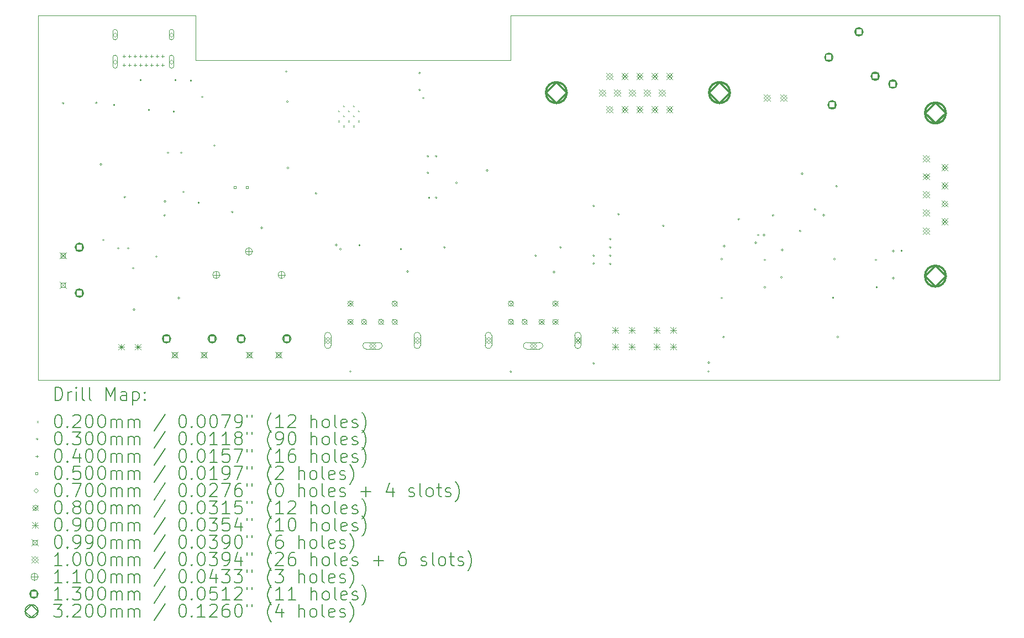
<source format=gbr>
%TF.GenerationSoftware,KiCad,Pcbnew,9.0.2*%
%TF.CreationDate,2025-06-05T13:18:51+02:00*%
%TF.ProjectId,nTerm2-S FT231,6e546572-6d32-42d5-9320-46543233312e,0.08*%
%TF.SameCoordinates,Original*%
%TF.FileFunction,Drillmap*%
%TF.FilePolarity,Positive*%
%FSLAX45Y45*%
G04 Gerber Fmt 4.5, Leading zero omitted, Abs format (unit mm)*
G04 Created by KiCad (PCBNEW 9.0.2) date 2025-06-05 13:18:51*
%MOMM*%
%LPD*%
G01*
G04 APERTURE LIST*
%ADD10C,0.050000*%
%ADD11C,0.200000*%
%ADD12C,0.100000*%
%ADD13C,0.110000*%
%ADD14C,0.130000*%
%ADD15C,0.320000*%
G04 APERTURE END LIST*
D10*
X9823600Y-7196850D02*
X7410600Y-7196850D01*
X14649600Y-7882650D02*
X14649600Y-7196850D01*
X14649600Y-7196850D02*
X22142600Y-7196850D01*
X7410600Y-12784850D02*
X7410600Y-7196850D01*
X9823180Y-7882650D02*
X11258700Y-7882650D01*
X22142600Y-12784850D02*
X7410600Y-12784850D01*
X9823600Y-7196850D02*
X9823180Y-7882650D01*
X22142600Y-7196850D02*
X22142600Y-12784850D01*
X11258700Y-7882650D02*
X14649600Y-7882650D01*
D11*
D12*
X12006100Y-8657400D02*
X12026100Y-8677400D01*
X12026100Y-8657400D02*
X12006100Y-8677400D01*
X12006100Y-8809900D02*
X12026100Y-8829900D01*
X12026100Y-8809900D02*
X12006100Y-8829900D01*
X12082350Y-8581150D02*
X12102350Y-8601150D01*
X12102350Y-8581150D02*
X12082350Y-8601150D01*
X12082350Y-8733650D02*
X12102350Y-8753650D01*
X12102350Y-8733650D02*
X12082350Y-8753650D01*
X12082350Y-8886150D02*
X12102350Y-8906150D01*
X12102350Y-8886150D02*
X12082350Y-8906150D01*
X12158600Y-8657400D02*
X12178600Y-8677400D01*
X12178600Y-8657400D02*
X12158600Y-8677400D01*
X12158600Y-8809900D02*
X12178600Y-8829900D01*
X12178600Y-8809900D02*
X12158600Y-8829900D01*
X12234850Y-8581150D02*
X12254850Y-8601150D01*
X12254850Y-8581150D02*
X12234850Y-8601150D01*
X12234850Y-8733650D02*
X12254850Y-8753650D01*
X12254850Y-8733650D02*
X12234850Y-8753650D01*
X12234850Y-8886150D02*
X12254850Y-8906150D01*
X12254850Y-8886150D02*
X12234850Y-8906150D01*
X12311100Y-8657400D02*
X12331100Y-8677400D01*
X12331100Y-8657400D02*
X12311100Y-8677400D01*
X12311100Y-8809900D02*
X12331100Y-8829900D01*
X12331100Y-8809900D02*
X12311100Y-8829900D01*
X7806600Y-8544560D02*
G75*
G02*
X7776600Y-8544560I-15000J0D01*
G01*
X7776600Y-8544560D02*
G75*
G02*
X7806600Y-8544560I15000J0D01*
G01*
X8314600Y-8539480D02*
G75*
G02*
X8284600Y-8539480I-15000J0D01*
G01*
X8284600Y-8539480D02*
G75*
G02*
X8314600Y-8539480I15000J0D01*
G01*
X8384300Y-9481820D02*
G75*
G02*
X8354300Y-9481820I-15000J0D01*
G01*
X8354300Y-9481820D02*
G75*
G02*
X8384300Y-9481820I15000J0D01*
G01*
X8422400Y-10642600D02*
G75*
G02*
X8392400Y-10642600I-15000J0D01*
G01*
X8392400Y-10642600D02*
G75*
G02*
X8422400Y-10642600I15000J0D01*
G01*
X8587500Y-8572500D02*
G75*
G02*
X8557500Y-8572500I-15000J0D01*
G01*
X8557500Y-8572500D02*
G75*
G02*
X8587500Y-8572500I15000J0D01*
G01*
X8651000Y-10769600D02*
G75*
G02*
X8621000Y-10769600I-15000J0D01*
G01*
X8621000Y-10769600D02*
G75*
G02*
X8651000Y-10769600I15000J0D01*
G01*
X8750060Y-9982200D02*
G75*
G02*
X8720060Y-9982200I-15000J0D01*
G01*
X8720060Y-9982200D02*
G75*
G02*
X8750060Y-9982200I15000J0D01*
G01*
X8803400Y-10769600D02*
G75*
G02*
X8773400Y-10769600I-15000J0D01*
G01*
X8773400Y-10769600D02*
G75*
G02*
X8803400Y-10769600I15000J0D01*
G01*
X8879600Y-11074400D02*
G75*
G02*
X8849600Y-11074400I-15000J0D01*
G01*
X8849600Y-11074400D02*
G75*
G02*
X8879600Y-11074400I15000J0D01*
G01*
X8892300Y-11709400D02*
G75*
G02*
X8862300Y-11709400I-15000J0D01*
G01*
X8862300Y-11709400D02*
G75*
G02*
X8892300Y-11709400I15000J0D01*
G01*
X8993900Y-8191500D02*
G75*
G02*
X8963900Y-8191500I-15000J0D01*
G01*
X8963900Y-8191500D02*
G75*
G02*
X8993900Y-8191500I15000J0D01*
G01*
X9120900Y-8648700D02*
G75*
G02*
X9090900Y-8648700I-15000J0D01*
G01*
X9090900Y-8648700D02*
G75*
G02*
X9120900Y-8648700I15000J0D01*
G01*
X9235200Y-10896600D02*
G75*
G02*
X9205200Y-10896600I-15000J0D01*
G01*
X9205200Y-10896600D02*
G75*
G02*
X9235200Y-10896600I15000J0D01*
G01*
X9360360Y-10261600D02*
G75*
G02*
X9330360Y-10261600I-15000J0D01*
G01*
X9330360Y-10261600D02*
G75*
G02*
X9360360Y-10261600I15000J0D01*
G01*
X9365440Y-10048240D02*
G75*
G02*
X9335440Y-10048240I-15000J0D01*
G01*
X9335440Y-10048240D02*
G75*
G02*
X9365440Y-10048240I15000J0D01*
G01*
X9413000Y-9304400D02*
G75*
G02*
X9383000Y-9304400I-15000J0D01*
G01*
X9383000Y-9304400D02*
G75*
G02*
X9413000Y-9304400I15000J0D01*
G01*
X9501900Y-8674100D02*
G75*
G02*
X9471900Y-8674100I-15000J0D01*
G01*
X9471900Y-8674100D02*
G75*
G02*
X9501900Y-8674100I15000J0D01*
G01*
X9527300Y-8191500D02*
G75*
G02*
X9497300Y-8191500I-15000J0D01*
G01*
X9497300Y-8191500D02*
G75*
G02*
X9527300Y-8191500I15000J0D01*
G01*
X9578100Y-11531600D02*
G75*
G02*
X9548100Y-11531600I-15000J0D01*
G01*
X9548100Y-11531600D02*
G75*
G02*
X9578100Y-11531600I15000J0D01*
G01*
X9616200Y-9304400D02*
G75*
G02*
X9586200Y-9304400I-15000J0D01*
G01*
X9586200Y-9304400D02*
G75*
G02*
X9616200Y-9304400I15000J0D01*
G01*
X9651190Y-9904730D02*
G75*
G02*
X9621190Y-9904730I-15000J0D01*
G01*
X9621190Y-9904730D02*
G75*
G02*
X9651190Y-9904730I15000J0D01*
G01*
X9765305Y-8199875D02*
G75*
G02*
X9735305Y-8199875I-15000J0D01*
G01*
X9735305Y-8199875D02*
G75*
G02*
X9765305Y-8199875I15000J0D01*
G01*
X9883600Y-10071100D02*
G75*
G02*
X9853600Y-10071100I-15000J0D01*
G01*
X9853600Y-10071100D02*
G75*
G02*
X9883600Y-10071100I15000J0D01*
G01*
X9938300Y-8450100D02*
G75*
G02*
X9908300Y-8450100I-15000J0D01*
G01*
X9908300Y-8450100D02*
G75*
G02*
X9938300Y-8450100I15000J0D01*
G01*
X10124200Y-9194800D02*
G75*
G02*
X10094200Y-9194800I-15000J0D01*
G01*
X10094200Y-9194800D02*
G75*
G02*
X10124200Y-9194800I15000J0D01*
G01*
X10397000Y-10210800D02*
G75*
G02*
X10367000Y-10210800I-15000J0D01*
G01*
X10367000Y-10210800D02*
G75*
G02*
X10397000Y-10210800I15000J0D01*
G01*
X10848100Y-10457400D02*
G75*
G02*
X10818100Y-10457400I-15000J0D01*
G01*
X10818100Y-10457400D02*
G75*
G02*
X10848100Y-10457400I15000J0D01*
G01*
X11223975Y-8059375D02*
G75*
G02*
X11193975Y-8059375I-15000J0D01*
G01*
X11193975Y-8059375D02*
G75*
G02*
X11223975Y-8059375I15000J0D01*
G01*
X11241800Y-8521700D02*
G75*
G02*
X11211800Y-8521700I-15000J0D01*
G01*
X11211800Y-8521700D02*
G75*
G02*
X11241800Y-8521700I15000J0D01*
G01*
X11250200Y-9537700D02*
G75*
G02*
X11220200Y-9537700I-15000J0D01*
G01*
X11220200Y-9537700D02*
G75*
G02*
X11250200Y-9537700I15000J0D01*
G01*
X11680600Y-9926850D02*
G75*
G02*
X11650600Y-9926850I-15000J0D01*
G01*
X11650600Y-9926850D02*
G75*
G02*
X11680600Y-9926850I15000J0D01*
G01*
X11991100Y-10718800D02*
G75*
G02*
X11961100Y-10718800I-15000J0D01*
G01*
X11961100Y-10718800D02*
G75*
G02*
X11991100Y-10718800I15000J0D01*
G01*
X12054600Y-10782300D02*
G75*
G02*
X12024600Y-10782300I-15000J0D01*
G01*
X12024600Y-10782300D02*
G75*
G02*
X12054600Y-10782300I15000J0D01*
G01*
X12207000Y-12657850D02*
G75*
G02*
X12177000Y-12657850I-15000J0D01*
G01*
X12177000Y-12657850D02*
G75*
G02*
X12207000Y-12657850I15000J0D01*
G01*
X12346700Y-10720700D02*
G75*
G02*
X12316700Y-10720700I-15000J0D01*
G01*
X12316700Y-10720700D02*
G75*
G02*
X12346700Y-10720700I15000J0D01*
G01*
X12981700Y-10782300D02*
G75*
G02*
X12951700Y-10782300I-15000J0D01*
G01*
X12951700Y-10782300D02*
G75*
G02*
X12981700Y-10782300I15000J0D01*
G01*
X13083300Y-11125200D02*
G75*
G02*
X13053300Y-11125200I-15000J0D01*
G01*
X13053300Y-11125200D02*
G75*
G02*
X13083300Y-11125200I15000J0D01*
G01*
X13267600Y-8083950D02*
G75*
G02*
X13237600Y-8083950I-15000J0D01*
G01*
X13237600Y-8083950D02*
G75*
G02*
X13267600Y-8083950I15000J0D01*
G01*
X13267600Y-8339850D02*
G75*
G02*
X13237600Y-8339850I-15000J0D01*
G01*
X13237600Y-8339850D02*
G75*
G02*
X13267600Y-8339850I15000J0D01*
G01*
X13324600Y-8466850D02*
G75*
G02*
X13294600Y-8466850I-15000J0D01*
G01*
X13294600Y-8466850D02*
G75*
G02*
X13324600Y-8466850I15000J0D01*
G01*
X13394600Y-9355850D02*
G75*
G02*
X13364600Y-9355850I-15000J0D01*
G01*
X13364600Y-9355850D02*
G75*
G02*
X13394600Y-9355850I15000J0D01*
G01*
X13394600Y-9609850D02*
G75*
G02*
X13364600Y-9609850I-15000J0D01*
G01*
X13364600Y-9609850D02*
G75*
G02*
X13394600Y-9609850I15000J0D01*
G01*
X13413500Y-9994900D02*
G75*
G02*
X13383500Y-9994900I-15000J0D01*
G01*
X13383500Y-9994900D02*
G75*
G02*
X13413500Y-9994900I15000J0D01*
G01*
X13521600Y-9355850D02*
G75*
G02*
X13491600Y-9355850I-15000J0D01*
G01*
X13491600Y-9355850D02*
G75*
G02*
X13521600Y-9355850I15000J0D01*
G01*
X13521600Y-9990850D02*
G75*
G02*
X13491600Y-9990850I-15000J0D01*
G01*
X13491600Y-9990850D02*
G75*
G02*
X13521600Y-9990850I15000J0D01*
G01*
X13648600Y-10752850D02*
G75*
G02*
X13618600Y-10752850I-15000J0D01*
G01*
X13618600Y-10752850D02*
G75*
G02*
X13648600Y-10752850I15000J0D01*
G01*
X13832600Y-9766300D02*
G75*
G02*
X13802600Y-9766300I-15000J0D01*
G01*
X13802600Y-9766300D02*
G75*
G02*
X13832600Y-9766300I15000J0D01*
G01*
X14302500Y-9575800D02*
G75*
G02*
X14272500Y-9575800I-15000J0D01*
G01*
X14272500Y-9575800D02*
G75*
G02*
X14302500Y-9575800I15000J0D01*
G01*
X14664600Y-12657850D02*
G75*
G02*
X14634600Y-12657850I-15000J0D01*
G01*
X14634600Y-12657850D02*
G75*
G02*
X14664600Y-12657850I15000J0D01*
G01*
X15045600Y-10879850D02*
G75*
G02*
X15015600Y-10879850I-15000J0D01*
G01*
X15015600Y-10879850D02*
G75*
G02*
X15045600Y-10879850I15000J0D01*
G01*
X15326120Y-11133850D02*
G75*
G02*
X15296120Y-11133850I-15000J0D01*
G01*
X15296120Y-11133850D02*
G75*
G02*
X15326120Y-11133850I15000J0D01*
G01*
X15426600Y-10752850D02*
G75*
G02*
X15396600Y-10752850I-15000J0D01*
G01*
X15396600Y-10752850D02*
G75*
G02*
X15426600Y-10752850I15000J0D01*
G01*
X15934600Y-10117850D02*
G75*
G02*
X15904600Y-10117850I-15000J0D01*
G01*
X15904600Y-10117850D02*
G75*
G02*
X15934600Y-10117850I15000J0D01*
G01*
X15934600Y-10879621D02*
G75*
G02*
X15904600Y-10879621I-15000J0D01*
G01*
X15904600Y-10879621D02*
G75*
G02*
X15934600Y-10879621I15000J0D01*
G01*
X15934600Y-11004950D02*
G75*
G02*
X15904600Y-11004950I-15000J0D01*
G01*
X15904600Y-11004950D02*
G75*
G02*
X15934600Y-11004950I15000J0D01*
G01*
X15934600Y-12530850D02*
G75*
G02*
X15904600Y-12530850I-15000J0D01*
G01*
X15904600Y-12530850D02*
G75*
G02*
X15934600Y-12530850I15000J0D01*
G01*
X16188600Y-10625850D02*
G75*
G02*
X16158600Y-10625850I-15000J0D01*
G01*
X16158600Y-10625850D02*
G75*
G02*
X16188600Y-10625850I15000J0D01*
G01*
X16188600Y-10752850D02*
G75*
G02*
X16158600Y-10752850I-15000J0D01*
G01*
X16158600Y-10752850D02*
G75*
G02*
X16188600Y-10752850I15000J0D01*
G01*
X16188600Y-10879621D02*
G75*
G02*
X16158600Y-10879621I-15000J0D01*
G01*
X16158600Y-10879621D02*
G75*
G02*
X16188600Y-10879621I15000J0D01*
G01*
X16188600Y-11006850D02*
G75*
G02*
X16158600Y-11006850I-15000J0D01*
G01*
X16158600Y-11006850D02*
G75*
G02*
X16188600Y-11006850I15000J0D01*
G01*
X16315600Y-10244850D02*
G75*
G02*
X16285600Y-10244850I-15000J0D01*
G01*
X16285600Y-10244850D02*
G75*
G02*
X16315600Y-10244850I15000J0D01*
G01*
X17001250Y-10424400D02*
G75*
G02*
X16971250Y-10424400I-15000J0D01*
G01*
X16971250Y-10424400D02*
G75*
G02*
X17001250Y-10424400I15000J0D01*
G01*
X17694060Y-12657850D02*
G75*
G02*
X17664060Y-12657850I-15000J0D01*
G01*
X17664060Y-12657850D02*
G75*
G02*
X17694060Y-12657850I15000J0D01*
G01*
X17696600Y-12522200D02*
G75*
G02*
X17666600Y-12522200I-15000J0D01*
G01*
X17666600Y-12522200D02*
G75*
G02*
X17696600Y-12522200I15000J0D01*
G01*
X17896600Y-10934700D02*
G75*
G02*
X17866600Y-10934700I-15000J0D01*
G01*
X17866600Y-10934700D02*
G75*
G02*
X17896600Y-10934700I15000J0D01*
G01*
X17896600Y-11531600D02*
G75*
G02*
X17866600Y-11531600I-15000J0D01*
G01*
X17866600Y-11531600D02*
G75*
G02*
X17896600Y-11531600I15000J0D01*
G01*
X17925200Y-12128500D02*
G75*
G02*
X17895200Y-12128500I-15000J0D01*
G01*
X17895200Y-12128500D02*
G75*
G02*
X17925200Y-12128500I15000J0D01*
G01*
X17934700Y-10733400D02*
G75*
G02*
X17904700Y-10733400I-15000J0D01*
G01*
X17904700Y-10733400D02*
G75*
G02*
X17934700Y-10733400I15000J0D01*
G01*
X18158220Y-10322560D02*
G75*
G02*
X18128220Y-10322560I-15000J0D01*
G01*
X18128220Y-10322560D02*
G75*
G02*
X18158220Y-10322560I15000J0D01*
G01*
X18417300Y-10682600D02*
G75*
G02*
X18387300Y-10682600I-15000J0D01*
G01*
X18387300Y-10682600D02*
G75*
G02*
X18417300Y-10682600I15000J0D01*
G01*
X18455400Y-10566400D02*
G75*
G02*
X18425400Y-10566400I-15000J0D01*
G01*
X18425400Y-10566400D02*
G75*
G02*
X18455400Y-10566400I15000J0D01*
G01*
X18544300Y-10566400D02*
G75*
G02*
X18514300Y-10566400I-15000J0D01*
G01*
X18514300Y-10566400D02*
G75*
G02*
X18544300Y-10566400I15000J0D01*
G01*
X18557000Y-10947400D02*
G75*
G02*
X18527000Y-10947400I-15000J0D01*
G01*
X18527000Y-10947400D02*
G75*
G02*
X18557000Y-10947400I15000J0D01*
G01*
X18557000Y-11366500D02*
G75*
G02*
X18527000Y-11366500I-15000J0D01*
G01*
X18527000Y-11366500D02*
G75*
G02*
X18557000Y-11366500I15000J0D01*
G01*
X18681750Y-10261600D02*
G75*
G02*
X18651750Y-10261600I-15000J0D01*
G01*
X18651750Y-10261600D02*
G75*
G02*
X18681750Y-10261600I15000J0D01*
G01*
X18811000Y-11214100D02*
G75*
G02*
X18781000Y-11214100I-15000J0D01*
G01*
X18781000Y-11214100D02*
G75*
G02*
X18811000Y-11214100I15000J0D01*
G01*
X18823700Y-10795000D02*
G75*
G02*
X18793700Y-10795000I-15000J0D01*
G01*
X18793700Y-10795000D02*
G75*
G02*
X18823700Y-10795000I15000J0D01*
G01*
X19097000Y-10502900D02*
G75*
G02*
X19067000Y-10502900I-15000J0D01*
G01*
X19067000Y-10502900D02*
G75*
G02*
X19097000Y-10502900I15000J0D01*
G01*
X19128500Y-9626600D02*
G75*
G02*
X19098500Y-9626600I-15000J0D01*
G01*
X19098500Y-9626600D02*
G75*
G02*
X19128500Y-9626600I15000J0D01*
G01*
X19325200Y-10172300D02*
G75*
G02*
X19295200Y-10172300I-15000J0D01*
G01*
X19295200Y-10172300D02*
G75*
G02*
X19325200Y-10172300I15000J0D01*
G01*
X19458800Y-10261600D02*
G75*
G02*
X19428800Y-10261600I-15000J0D01*
G01*
X19428800Y-10261600D02*
G75*
G02*
X19458800Y-10261600I15000J0D01*
G01*
X19604200Y-11526850D02*
G75*
G02*
X19574200Y-11526850I-15000J0D01*
G01*
X19574200Y-11526850D02*
G75*
G02*
X19604200Y-11526850I15000J0D01*
G01*
X19623800Y-10934700D02*
G75*
G02*
X19593800Y-10934700I-15000J0D01*
G01*
X19593800Y-10934700D02*
G75*
G02*
X19623800Y-10934700I15000J0D01*
G01*
X19655214Y-9817100D02*
G75*
G02*
X19625214Y-9817100I-15000J0D01*
G01*
X19625214Y-9817100D02*
G75*
G02*
X19655214Y-9817100I15000J0D01*
G01*
X19674700Y-12128500D02*
G75*
G02*
X19644700Y-12128500I-15000J0D01*
G01*
X19644700Y-12128500D02*
G75*
G02*
X19674700Y-12128500I15000J0D01*
G01*
X20258800Y-10947400D02*
G75*
G02*
X20228800Y-10947400I-15000J0D01*
G01*
X20228800Y-10947400D02*
G75*
G02*
X20258800Y-10947400I15000J0D01*
G01*
X20271500Y-11366500D02*
G75*
G02*
X20241500Y-11366500I-15000J0D01*
G01*
X20241500Y-11366500D02*
G75*
G02*
X20271500Y-11366500I15000J0D01*
G01*
X20525500Y-10809600D02*
G75*
G02*
X20495500Y-10809600I-15000J0D01*
G01*
X20495500Y-10809600D02*
G75*
G02*
X20525500Y-10809600I15000J0D01*
G01*
X20525500Y-11226800D02*
G75*
G02*
X20495500Y-11226800I-15000J0D01*
G01*
X20495500Y-11226800D02*
G75*
G02*
X20525500Y-11226800I15000J0D01*
G01*
X20652500Y-10807700D02*
G75*
G02*
X20622500Y-10807700I-15000J0D01*
G01*
X20622500Y-10807700D02*
G75*
G02*
X20652500Y-10807700I15000J0D01*
G01*
X8722600Y-7803850D02*
X8722600Y-7843850D01*
X8702600Y-7823850D02*
X8742600Y-7823850D01*
X8722600Y-7938850D02*
X8722600Y-7978850D01*
X8702600Y-7958850D02*
X8742600Y-7958850D01*
X8807600Y-7803850D02*
X8807600Y-7843850D01*
X8787600Y-7823850D02*
X8827600Y-7823850D01*
X8807600Y-7938850D02*
X8807600Y-7978850D01*
X8787600Y-7958850D02*
X8827600Y-7958850D01*
X8892600Y-7803850D02*
X8892600Y-7843850D01*
X8872600Y-7823850D02*
X8912600Y-7823850D01*
X8892600Y-7938850D02*
X8892600Y-7978850D01*
X8872600Y-7958850D02*
X8912600Y-7958850D01*
X8977600Y-7803850D02*
X8977600Y-7843850D01*
X8957600Y-7823850D02*
X8997600Y-7823850D01*
X8977600Y-7938850D02*
X8977600Y-7978850D01*
X8957600Y-7958850D02*
X8997600Y-7958850D01*
X9062600Y-7803850D02*
X9062600Y-7843850D01*
X9042600Y-7823850D02*
X9082600Y-7823850D01*
X9062600Y-7938850D02*
X9062600Y-7978850D01*
X9042600Y-7958850D02*
X9082600Y-7958850D01*
X9147600Y-7803850D02*
X9147600Y-7843850D01*
X9127600Y-7823850D02*
X9167600Y-7823850D01*
X9147600Y-7938850D02*
X9147600Y-7978850D01*
X9127600Y-7958850D02*
X9167600Y-7958850D01*
X9232600Y-7803850D02*
X9232600Y-7843850D01*
X9212600Y-7823850D02*
X9252600Y-7823850D01*
X9232600Y-7938850D02*
X9232600Y-7978850D01*
X9212600Y-7958850D02*
X9252600Y-7958850D01*
X9317600Y-7803850D02*
X9317600Y-7843850D01*
X9297600Y-7823850D02*
X9337600Y-7823850D01*
X9317600Y-7938850D02*
X9317600Y-7978850D01*
X9297600Y-7958850D02*
X9337600Y-7958850D01*
X10438278Y-9847478D02*
X10438278Y-9812122D01*
X10402922Y-9812122D01*
X10402922Y-9847478D01*
X10438278Y-9847478D01*
X10628278Y-9847478D02*
X10628278Y-9812122D01*
X10592922Y-9812122D01*
X10592922Y-9847478D01*
X10628278Y-9847478D01*
X8588100Y-7528850D02*
X8623100Y-7493850D01*
X8588100Y-7458850D01*
X8553100Y-7493850D01*
X8588100Y-7528850D01*
X8623100Y-7538850D02*
X8623100Y-7448850D01*
X8553100Y-7448850D02*
G75*
G02*
X8623100Y-7448850I35000J0D01*
G01*
X8553100Y-7448850D02*
X8553100Y-7538850D01*
X8553100Y-7538850D02*
G75*
G03*
X8623100Y-7538850I35000J0D01*
G01*
X8588100Y-7943850D02*
X8623100Y-7908850D01*
X8588100Y-7873850D01*
X8553100Y-7908850D01*
X8588100Y-7943850D01*
X8623100Y-7973850D02*
X8623100Y-7843850D01*
X8553100Y-7843850D02*
G75*
G02*
X8623100Y-7843850I35000J0D01*
G01*
X8553100Y-7843850D02*
X8553100Y-7973850D01*
X8553100Y-7973850D02*
G75*
G03*
X8623100Y-7973850I35000J0D01*
G01*
X9451600Y-7528350D02*
X9486600Y-7493350D01*
X9451600Y-7458350D01*
X9416600Y-7493350D01*
X9451600Y-7528350D01*
X9486600Y-7538350D02*
X9486600Y-7448350D01*
X9416600Y-7448350D02*
G75*
G02*
X9486600Y-7448350I35000J0D01*
G01*
X9416600Y-7448350D02*
X9416600Y-7538350D01*
X9416600Y-7538350D02*
G75*
G03*
X9486600Y-7538350I35000J0D01*
G01*
X9452100Y-7943850D02*
X9487100Y-7908850D01*
X9452100Y-7873850D01*
X9417100Y-7908850D01*
X9452100Y-7943850D01*
X9487100Y-7973850D02*
X9487100Y-7843850D01*
X9417100Y-7843850D02*
G75*
G02*
X9487100Y-7843850I35000J0D01*
G01*
X9417100Y-7843850D02*
X9417100Y-7973850D01*
X9417100Y-7973850D02*
G75*
G03*
X9487100Y-7973850I35000J0D01*
G01*
X12151600Y-11575850D02*
X12231600Y-11655850D01*
X12231600Y-11575850D02*
X12151600Y-11655850D01*
X12231600Y-11615850D02*
G75*
G02*
X12151600Y-11615850I-40000J0D01*
G01*
X12151600Y-11615850D02*
G75*
G02*
X12231600Y-11615850I40000J0D01*
G01*
X12151600Y-11855850D02*
X12231600Y-11935850D01*
X12231600Y-11855850D02*
X12151600Y-11935850D01*
X12231600Y-11895850D02*
G75*
G02*
X12151600Y-11895850I-40000J0D01*
G01*
X12151600Y-11895850D02*
G75*
G02*
X12231600Y-11895850I40000J0D01*
G01*
X12361600Y-11855850D02*
X12441600Y-11935850D01*
X12441600Y-11855850D02*
X12361600Y-11935850D01*
X12441600Y-11895850D02*
G75*
G02*
X12361600Y-11895850I-40000J0D01*
G01*
X12361600Y-11895850D02*
G75*
G02*
X12441600Y-11895850I40000J0D01*
G01*
X12621600Y-11855850D02*
X12701600Y-11935850D01*
X12701600Y-11855850D02*
X12621600Y-11935850D01*
X12701600Y-11895850D02*
G75*
G02*
X12621600Y-11895850I-40000J0D01*
G01*
X12621600Y-11895850D02*
G75*
G02*
X12701600Y-11895850I40000J0D01*
G01*
X12831600Y-11575850D02*
X12911600Y-11655850D01*
X12911600Y-11575850D02*
X12831600Y-11655850D01*
X12911600Y-11615850D02*
G75*
G02*
X12831600Y-11615850I-40000J0D01*
G01*
X12831600Y-11615850D02*
G75*
G02*
X12911600Y-11615850I40000J0D01*
G01*
X12831600Y-11855850D02*
X12911600Y-11935850D01*
X12911600Y-11855850D02*
X12831600Y-11935850D01*
X12911600Y-11895850D02*
G75*
G02*
X12831600Y-11895850I-40000J0D01*
G01*
X12831600Y-11895850D02*
G75*
G02*
X12911600Y-11895850I40000J0D01*
G01*
X14611700Y-11575850D02*
X14691700Y-11655850D01*
X14691700Y-11575850D02*
X14611700Y-11655850D01*
X14691700Y-11615850D02*
G75*
G02*
X14611700Y-11615850I-40000J0D01*
G01*
X14611700Y-11615850D02*
G75*
G02*
X14691700Y-11615850I40000J0D01*
G01*
X14611700Y-11855850D02*
X14691700Y-11935850D01*
X14691700Y-11855850D02*
X14611700Y-11935850D01*
X14691700Y-11895850D02*
G75*
G02*
X14611700Y-11895850I-40000J0D01*
G01*
X14611700Y-11895850D02*
G75*
G02*
X14691700Y-11895850I40000J0D01*
G01*
X14821700Y-11855850D02*
X14901700Y-11935850D01*
X14901700Y-11855850D02*
X14821700Y-11935850D01*
X14901700Y-11895850D02*
G75*
G02*
X14821700Y-11895850I-40000J0D01*
G01*
X14821700Y-11895850D02*
G75*
G02*
X14901700Y-11895850I40000J0D01*
G01*
X15081700Y-11855850D02*
X15161700Y-11935850D01*
X15161700Y-11855850D02*
X15081700Y-11935850D01*
X15161700Y-11895850D02*
G75*
G02*
X15081700Y-11895850I-40000J0D01*
G01*
X15081700Y-11895850D02*
G75*
G02*
X15161700Y-11895850I40000J0D01*
G01*
X15291700Y-11575850D02*
X15371700Y-11655850D01*
X15371700Y-11575850D02*
X15291700Y-11655850D01*
X15371700Y-11615850D02*
G75*
G02*
X15291700Y-11615850I-40000J0D01*
G01*
X15291700Y-11615850D02*
G75*
G02*
X15371700Y-11615850I40000J0D01*
G01*
X15291700Y-11855850D02*
X15371700Y-11935850D01*
X15371700Y-11855850D02*
X15291700Y-11935850D01*
X15371700Y-11895850D02*
G75*
G02*
X15291700Y-11895850I-40000J0D01*
G01*
X15291700Y-11895850D02*
G75*
G02*
X15371700Y-11895850I40000J0D01*
G01*
X8637475Y-12234600D02*
X8727475Y-12324600D01*
X8727475Y-12234600D02*
X8637475Y-12324600D01*
X8682475Y-12234600D02*
X8682475Y-12324600D01*
X8637475Y-12279600D02*
X8727475Y-12279600D01*
X8891475Y-12234600D02*
X8981475Y-12324600D01*
X8981475Y-12234600D02*
X8891475Y-12324600D01*
X8936475Y-12234600D02*
X8936475Y-12324600D01*
X8891475Y-12279600D02*
X8981475Y-12279600D01*
X16204800Y-11977850D02*
X16294800Y-12067850D01*
X16294800Y-11977850D02*
X16204800Y-12067850D01*
X16249800Y-11977850D02*
X16249800Y-12067850D01*
X16204800Y-12022850D02*
X16294800Y-12022850D01*
X16204800Y-12231850D02*
X16294800Y-12321850D01*
X16294800Y-12231850D02*
X16204800Y-12321850D01*
X16249800Y-12231850D02*
X16249800Y-12321850D01*
X16204800Y-12276850D02*
X16294800Y-12276850D01*
X16458800Y-11977850D02*
X16548800Y-12067850D01*
X16548800Y-11977850D02*
X16458800Y-12067850D01*
X16503800Y-11977850D02*
X16503800Y-12067850D01*
X16458800Y-12022850D02*
X16548800Y-12022850D01*
X16458800Y-12231850D02*
X16548800Y-12321850D01*
X16548800Y-12231850D02*
X16458800Y-12321850D01*
X16503800Y-12231850D02*
X16503800Y-12321850D01*
X16458800Y-12276850D02*
X16548800Y-12276850D01*
X16839800Y-11977850D02*
X16929800Y-12067850D01*
X16929800Y-11977850D02*
X16839800Y-12067850D01*
X16884800Y-11977850D02*
X16884800Y-12067850D01*
X16839800Y-12022850D02*
X16929800Y-12022850D01*
X16839800Y-12231850D02*
X16929800Y-12321850D01*
X16929800Y-12231850D02*
X16839800Y-12321850D01*
X16884800Y-12231850D02*
X16884800Y-12321850D01*
X16839800Y-12276850D02*
X16929800Y-12276850D01*
X17093800Y-11977850D02*
X17183800Y-12067850D01*
X17183800Y-11977850D02*
X17093800Y-12067850D01*
X17138800Y-11977850D02*
X17138800Y-12067850D01*
X17093800Y-12022850D02*
X17183800Y-12022850D01*
X17093800Y-12231850D02*
X17183800Y-12321850D01*
X17183800Y-12231850D02*
X17093800Y-12321850D01*
X17138800Y-12231850D02*
X17138800Y-12321850D01*
X17093800Y-12276850D02*
X17183800Y-12276850D01*
X7742100Y-10830350D02*
X7841100Y-10929350D01*
X7841100Y-10830350D02*
X7742100Y-10929350D01*
X7826602Y-10914852D02*
X7826602Y-10844848D01*
X7756598Y-10844848D01*
X7756598Y-10914852D01*
X7826602Y-10914852D01*
X7742100Y-11280350D02*
X7841100Y-11379350D01*
X7841100Y-11280350D02*
X7742100Y-11379350D01*
X7826602Y-11364852D02*
X7826602Y-11294848D01*
X7756598Y-11294848D01*
X7756598Y-11364852D01*
X7826602Y-11364852D01*
X9451100Y-12354350D02*
X9550100Y-12453350D01*
X9550100Y-12354350D02*
X9451100Y-12453350D01*
X9535602Y-12438852D02*
X9535602Y-12368848D01*
X9465598Y-12368848D01*
X9465598Y-12438852D01*
X9535602Y-12438852D01*
X9901100Y-12354350D02*
X10000100Y-12453350D01*
X10000100Y-12354350D02*
X9901100Y-12453350D01*
X9985602Y-12438852D02*
X9985602Y-12368848D01*
X9915598Y-12368848D01*
X9915598Y-12438852D01*
X9985602Y-12438852D01*
X10594100Y-12354350D02*
X10693100Y-12453350D01*
X10693100Y-12354350D02*
X10594100Y-12453350D01*
X10678602Y-12438852D02*
X10678602Y-12368848D01*
X10608598Y-12368848D01*
X10608598Y-12438852D01*
X10678602Y-12438852D01*
X11044100Y-12354350D02*
X11143100Y-12453350D01*
X11143100Y-12354350D02*
X11044100Y-12453350D01*
X11128602Y-12438852D02*
X11128602Y-12368848D01*
X11058598Y-12368848D01*
X11058598Y-12438852D01*
X11128602Y-12438852D01*
X11796600Y-12130850D02*
X11896600Y-12230850D01*
X11896600Y-12130850D02*
X11796600Y-12230850D01*
X11846600Y-12230850D02*
X11896600Y-12180850D01*
X11846600Y-12130850D01*
X11796600Y-12180850D01*
X11846600Y-12230850D01*
X11796600Y-12105850D02*
X11796600Y-12255850D01*
X11896600Y-12255850D02*
G75*
G02*
X11796600Y-12255850I-50000J0D01*
G01*
X11896600Y-12255850D02*
X11896600Y-12105850D01*
X11896600Y-12105850D02*
G75*
G03*
X11796600Y-12105850I-50000J0D01*
G01*
X12481600Y-12210850D02*
X12581600Y-12310850D01*
X12581600Y-12210850D02*
X12481600Y-12310850D01*
X12531600Y-12310850D02*
X12581600Y-12260850D01*
X12531600Y-12210850D01*
X12481600Y-12260850D01*
X12531600Y-12310850D01*
X12431600Y-12310850D02*
X12631600Y-12310850D01*
X12631600Y-12210850D02*
G75*
G02*
X12631600Y-12310850I0J-50000D01*
G01*
X12631600Y-12210850D02*
X12431600Y-12210850D01*
X12431600Y-12210850D02*
G75*
G03*
X12431600Y-12310850I0J-50000D01*
G01*
X13166600Y-12130850D02*
X13266600Y-12230850D01*
X13266600Y-12130850D02*
X13166600Y-12230850D01*
X13216600Y-12230850D02*
X13266600Y-12180850D01*
X13216600Y-12130850D01*
X13166600Y-12180850D01*
X13216600Y-12230850D01*
X13166600Y-12105850D02*
X13166600Y-12255850D01*
X13266600Y-12255850D02*
G75*
G02*
X13166600Y-12255850I-50000J0D01*
G01*
X13266600Y-12255850D02*
X13266600Y-12105850D01*
X13266600Y-12105850D02*
G75*
G03*
X13166600Y-12105850I-50000J0D01*
G01*
X14256700Y-12130850D02*
X14356700Y-12230850D01*
X14356700Y-12130850D02*
X14256700Y-12230850D01*
X14306700Y-12230850D02*
X14356700Y-12180850D01*
X14306700Y-12130850D01*
X14256700Y-12180850D01*
X14306700Y-12230850D01*
X14256700Y-12105850D02*
X14256700Y-12255850D01*
X14356700Y-12255850D02*
G75*
G02*
X14256700Y-12255850I-50000J0D01*
G01*
X14356700Y-12255850D02*
X14356700Y-12105850D01*
X14356700Y-12105850D02*
G75*
G03*
X14256700Y-12105850I-50000J0D01*
G01*
X14941700Y-12210850D02*
X15041700Y-12310850D01*
X15041700Y-12210850D02*
X14941700Y-12310850D01*
X14991700Y-12310850D02*
X15041700Y-12260850D01*
X14991700Y-12210850D01*
X14941700Y-12260850D01*
X14991700Y-12310850D01*
X14891700Y-12310850D02*
X15091700Y-12310850D01*
X15091700Y-12210850D02*
G75*
G02*
X15091700Y-12310850I0J-50000D01*
G01*
X15091700Y-12210850D02*
X14891700Y-12210850D01*
X14891700Y-12210850D02*
G75*
G03*
X14891700Y-12310850I0J-50000D01*
G01*
X15626700Y-12130850D02*
X15726700Y-12230850D01*
X15726700Y-12130850D02*
X15626700Y-12230850D01*
X15676700Y-12230850D02*
X15726700Y-12180850D01*
X15676700Y-12130850D01*
X15626700Y-12180850D01*
X15676700Y-12230850D01*
X15626700Y-12105850D02*
X15626700Y-12255850D01*
X15726700Y-12255850D02*
G75*
G02*
X15626700Y-12255850I-50000J0D01*
G01*
X15726700Y-12255850D02*
X15726700Y-12105850D01*
X15726700Y-12105850D02*
G75*
G03*
X15626700Y-12105850I-50000J0D01*
G01*
X16001800Y-8332000D02*
X16101800Y-8432000D01*
X16101800Y-8332000D02*
X16001800Y-8432000D01*
X16051800Y-8432000D02*
X16101800Y-8382000D01*
X16051800Y-8332000D01*
X16001800Y-8382000D01*
X16051800Y-8432000D01*
X16116300Y-8078000D02*
X16216300Y-8178000D01*
X16216300Y-8078000D02*
X16116300Y-8178000D01*
X16166300Y-8178000D02*
X16216300Y-8128000D01*
X16166300Y-8078000D01*
X16116300Y-8128000D01*
X16166300Y-8178000D01*
X16116300Y-8586000D02*
X16216300Y-8686000D01*
X16216300Y-8586000D02*
X16116300Y-8686000D01*
X16166300Y-8686000D02*
X16216300Y-8636000D01*
X16166300Y-8586000D01*
X16116300Y-8636000D01*
X16166300Y-8686000D01*
X16230800Y-8332000D02*
X16330800Y-8432000D01*
X16330800Y-8332000D02*
X16230800Y-8432000D01*
X16280800Y-8432000D02*
X16330800Y-8382000D01*
X16280800Y-8332000D01*
X16230800Y-8382000D01*
X16280800Y-8432000D01*
X16345300Y-8078000D02*
X16445300Y-8178000D01*
X16445300Y-8078000D02*
X16345300Y-8178000D01*
X16395300Y-8178000D02*
X16445300Y-8128000D01*
X16395300Y-8078000D01*
X16345300Y-8128000D01*
X16395300Y-8178000D01*
X16345300Y-8586000D02*
X16445300Y-8686000D01*
X16445300Y-8586000D02*
X16345300Y-8686000D01*
X16395300Y-8686000D02*
X16445300Y-8636000D01*
X16395300Y-8586000D01*
X16345300Y-8636000D01*
X16395300Y-8686000D01*
X16459800Y-8332000D02*
X16559800Y-8432000D01*
X16559800Y-8332000D02*
X16459800Y-8432000D01*
X16509800Y-8432000D02*
X16559800Y-8382000D01*
X16509800Y-8332000D01*
X16459800Y-8382000D01*
X16509800Y-8432000D01*
X16574300Y-8078000D02*
X16674300Y-8178000D01*
X16674300Y-8078000D02*
X16574300Y-8178000D01*
X16624300Y-8178000D02*
X16674300Y-8128000D01*
X16624300Y-8078000D01*
X16574300Y-8128000D01*
X16624300Y-8178000D01*
X16574300Y-8586000D02*
X16674300Y-8686000D01*
X16674300Y-8586000D02*
X16574300Y-8686000D01*
X16624300Y-8686000D02*
X16674300Y-8636000D01*
X16624300Y-8586000D01*
X16574300Y-8636000D01*
X16624300Y-8686000D01*
X16688800Y-8332000D02*
X16788800Y-8432000D01*
X16788800Y-8332000D02*
X16688800Y-8432000D01*
X16738800Y-8432000D02*
X16788800Y-8382000D01*
X16738800Y-8332000D01*
X16688800Y-8382000D01*
X16738800Y-8432000D01*
X16803300Y-8078000D02*
X16903300Y-8178000D01*
X16903300Y-8078000D02*
X16803300Y-8178000D01*
X16853300Y-8178000D02*
X16903300Y-8128000D01*
X16853300Y-8078000D01*
X16803300Y-8128000D01*
X16853300Y-8178000D01*
X16803300Y-8586000D02*
X16903300Y-8686000D01*
X16903300Y-8586000D02*
X16803300Y-8686000D01*
X16853300Y-8686000D02*
X16903300Y-8636000D01*
X16853300Y-8586000D01*
X16803300Y-8636000D01*
X16853300Y-8686000D01*
X16917800Y-8332000D02*
X17017800Y-8432000D01*
X17017800Y-8332000D02*
X16917800Y-8432000D01*
X16967800Y-8432000D02*
X17017800Y-8382000D01*
X16967800Y-8332000D01*
X16917800Y-8382000D01*
X16967800Y-8432000D01*
X17032300Y-8078000D02*
X17132300Y-8178000D01*
X17132300Y-8078000D02*
X17032300Y-8178000D01*
X17082300Y-8178000D02*
X17132300Y-8128000D01*
X17082300Y-8078000D01*
X17032300Y-8128000D01*
X17082300Y-8178000D01*
X17032300Y-8586000D02*
X17132300Y-8686000D01*
X17132300Y-8586000D02*
X17032300Y-8686000D01*
X17082300Y-8686000D02*
X17132300Y-8636000D01*
X17082300Y-8586000D01*
X17032300Y-8636000D01*
X17082300Y-8686000D01*
X18525520Y-8408200D02*
X18625520Y-8508200D01*
X18625520Y-8408200D02*
X18525520Y-8508200D01*
X18575520Y-8508200D02*
X18625520Y-8458200D01*
X18575520Y-8408200D01*
X18525520Y-8458200D01*
X18575520Y-8508200D01*
X18779520Y-8408200D02*
X18879520Y-8508200D01*
X18879520Y-8408200D02*
X18779520Y-8508200D01*
X18829520Y-8508200D02*
X18879520Y-8458200D01*
X18829520Y-8408200D01*
X18779520Y-8458200D01*
X18829520Y-8508200D01*
X20963900Y-9340850D02*
X21063900Y-9440850D01*
X21063900Y-9340850D02*
X20963900Y-9440850D01*
X21013900Y-9440850D02*
X21063900Y-9390850D01*
X21013900Y-9340850D01*
X20963900Y-9390850D01*
X21013900Y-9440850D01*
X20963900Y-9617850D02*
X21063900Y-9717850D01*
X21063900Y-9617850D02*
X20963900Y-9717850D01*
X21013900Y-9717850D02*
X21063900Y-9667850D01*
X21013900Y-9617850D01*
X20963900Y-9667850D01*
X21013900Y-9717850D01*
X20963900Y-9894850D02*
X21063900Y-9994850D01*
X21063900Y-9894850D02*
X20963900Y-9994850D01*
X21013900Y-9994850D02*
X21063900Y-9944850D01*
X21013900Y-9894850D01*
X20963900Y-9944850D01*
X21013900Y-9994850D01*
X20963900Y-10171850D02*
X21063900Y-10271850D01*
X21063900Y-10171850D02*
X20963900Y-10271850D01*
X21013900Y-10271850D02*
X21063900Y-10221850D01*
X21013900Y-10171850D01*
X20963900Y-10221850D01*
X21013900Y-10271850D01*
X20963900Y-10448850D02*
X21063900Y-10548850D01*
X21063900Y-10448850D02*
X20963900Y-10548850D01*
X21013900Y-10548850D02*
X21063900Y-10498850D01*
X21013900Y-10448850D01*
X20963900Y-10498850D01*
X21013900Y-10548850D01*
X21247900Y-9479350D02*
X21347900Y-9579350D01*
X21347900Y-9479350D02*
X21247900Y-9579350D01*
X21297900Y-9579350D02*
X21347900Y-9529350D01*
X21297900Y-9479350D01*
X21247900Y-9529350D01*
X21297900Y-9579350D01*
X21247900Y-9756350D02*
X21347900Y-9856350D01*
X21347900Y-9756350D02*
X21247900Y-9856350D01*
X21297900Y-9856350D02*
X21347900Y-9806350D01*
X21297900Y-9756350D01*
X21247900Y-9806350D01*
X21297900Y-9856350D01*
X21247900Y-10033350D02*
X21347900Y-10133350D01*
X21347900Y-10033350D02*
X21247900Y-10133350D01*
X21297900Y-10133350D02*
X21347900Y-10083350D01*
X21297900Y-10033350D01*
X21247900Y-10083350D01*
X21297900Y-10133350D01*
X21247900Y-10310350D02*
X21347900Y-10410350D01*
X21347900Y-10310350D02*
X21247900Y-10410350D01*
X21297900Y-10410350D02*
X21347900Y-10360350D01*
X21297900Y-10310350D01*
X21247900Y-10360350D01*
X21297900Y-10410350D01*
D13*
X10137900Y-11121000D02*
X10137900Y-11231000D01*
X10082900Y-11176000D02*
X10192900Y-11176000D01*
X10192900Y-11176000D02*
G75*
G02*
X10082900Y-11176000I-55000J0D01*
G01*
X10082900Y-11176000D02*
G75*
G02*
X10192900Y-11176000I55000J0D01*
G01*
X10637900Y-10761000D02*
X10637900Y-10871000D01*
X10582900Y-10816000D02*
X10692900Y-10816000D01*
X10692900Y-10816000D02*
G75*
G02*
X10582900Y-10816000I-55000J0D01*
G01*
X10582900Y-10816000D02*
G75*
G02*
X10692900Y-10816000I55000J0D01*
G01*
X11137900Y-11121000D02*
X11137900Y-11231000D01*
X11082900Y-11176000D02*
X11192900Y-11176000D01*
X11192900Y-11176000D02*
G75*
G02*
X11082900Y-11176000I-55000J0D01*
G01*
X11082900Y-11176000D02*
G75*
G02*
X11192900Y-11176000I55000J0D01*
G01*
D14*
X8086562Y-10799812D02*
X8086562Y-10707888D01*
X7994638Y-10707888D01*
X7994638Y-10799812D01*
X8086562Y-10799812D01*
X8105600Y-10753850D02*
G75*
G02*
X7975600Y-10753850I-65000J0D01*
G01*
X7975600Y-10753850D02*
G75*
G02*
X8105600Y-10753850I65000J0D01*
G01*
X8086562Y-11500812D02*
X8086562Y-11408888D01*
X7994638Y-11408888D01*
X7994638Y-11500812D01*
X8086562Y-11500812D01*
X8105600Y-11454850D02*
G75*
G02*
X7975600Y-11454850I-65000J0D01*
G01*
X7975600Y-11454850D02*
G75*
G02*
X8105600Y-11454850I65000J0D01*
G01*
X9420562Y-12200812D02*
X9420562Y-12108888D01*
X9328638Y-12108888D01*
X9328638Y-12200812D01*
X9420562Y-12200812D01*
X9439600Y-12154850D02*
G75*
G02*
X9309600Y-12154850I-65000J0D01*
G01*
X9309600Y-12154850D02*
G75*
G02*
X9439600Y-12154850I65000J0D01*
G01*
X10121562Y-12200812D02*
X10121562Y-12108888D01*
X10029638Y-12108888D01*
X10029638Y-12200812D01*
X10121562Y-12200812D01*
X10140600Y-12154850D02*
G75*
G02*
X10010600Y-12154850I-65000J0D01*
G01*
X10010600Y-12154850D02*
G75*
G02*
X10140600Y-12154850I65000J0D01*
G01*
X10563562Y-12200812D02*
X10563562Y-12108888D01*
X10471638Y-12108888D01*
X10471638Y-12200812D01*
X10563562Y-12200812D01*
X10582600Y-12154850D02*
G75*
G02*
X10452600Y-12154850I-65000J0D01*
G01*
X10452600Y-12154850D02*
G75*
G02*
X10582600Y-12154850I65000J0D01*
G01*
X11264562Y-12200812D02*
X11264562Y-12108888D01*
X11172638Y-12108888D01*
X11172638Y-12200812D01*
X11264562Y-12200812D01*
X11283600Y-12154850D02*
G75*
G02*
X11153600Y-12154850I-65000J0D01*
G01*
X11153600Y-12154850D02*
G75*
G02*
X11283600Y-12154850I65000J0D01*
G01*
X19569562Y-7886812D02*
X19569562Y-7794888D01*
X19477638Y-7794888D01*
X19477638Y-7886812D01*
X19569562Y-7886812D01*
X19588600Y-7840850D02*
G75*
G02*
X19458600Y-7840850I-65000J0D01*
G01*
X19458600Y-7840850D02*
G75*
G02*
X19588600Y-7840850I65000J0D01*
G01*
X19619562Y-8616812D02*
X19619562Y-8524888D01*
X19527638Y-8524888D01*
X19527638Y-8616812D01*
X19619562Y-8616812D01*
X19638600Y-8570850D02*
G75*
G02*
X19508600Y-8570850I-65000J0D01*
G01*
X19508600Y-8570850D02*
G75*
G02*
X19638600Y-8570850I65000J0D01*
G01*
X20029562Y-7496812D02*
X20029562Y-7404888D01*
X19937638Y-7404888D01*
X19937638Y-7496812D01*
X20029562Y-7496812D01*
X20048600Y-7450850D02*
G75*
G02*
X19918600Y-7450850I-65000J0D01*
G01*
X19918600Y-7450850D02*
G75*
G02*
X20048600Y-7450850I65000J0D01*
G01*
X20279562Y-8176812D02*
X20279562Y-8084888D01*
X20187638Y-8084888D01*
X20187638Y-8176812D01*
X20279562Y-8176812D01*
X20298600Y-8130850D02*
G75*
G02*
X20168600Y-8130850I-65000J0D01*
G01*
X20168600Y-8130850D02*
G75*
G02*
X20298600Y-8130850I65000J0D01*
G01*
X20549562Y-8296812D02*
X20549562Y-8204888D01*
X20457638Y-8204888D01*
X20457638Y-8296812D01*
X20549562Y-8296812D01*
X20568600Y-8250850D02*
G75*
G02*
X20438600Y-8250850I-65000J0D01*
G01*
X20438600Y-8250850D02*
G75*
G02*
X20568600Y-8250850I65000J0D01*
G01*
D15*
X15347800Y-8542000D02*
X15507800Y-8382000D01*
X15347800Y-8222000D01*
X15187800Y-8382000D01*
X15347800Y-8542000D01*
X15507800Y-8382000D02*
G75*
G02*
X15187800Y-8382000I-160000J0D01*
G01*
X15187800Y-8382000D02*
G75*
G02*
X15507800Y-8382000I160000J0D01*
G01*
X17847800Y-8542000D02*
X18007800Y-8382000D01*
X17847800Y-8222000D01*
X17687800Y-8382000D01*
X17847800Y-8542000D01*
X18007800Y-8382000D02*
G75*
G02*
X17687800Y-8382000I-160000J0D01*
G01*
X17687800Y-8382000D02*
G75*
G02*
X18007800Y-8382000I160000J0D01*
G01*
X21155900Y-8854850D02*
X21315900Y-8694850D01*
X21155900Y-8534850D01*
X20995900Y-8694850D01*
X21155900Y-8854850D01*
X21315900Y-8694850D02*
G75*
G02*
X20995900Y-8694850I-160000J0D01*
G01*
X20995900Y-8694850D02*
G75*
G02*
X21315900Y-8694850I160000J0D01*
G01*
X21155900Y-11354850D02*
X21315900Y-11194850D01*
X21155900Y-11034850D01*
X20995900Y-11194850D01*
X21155900Y-11354850D01*
X21315900Y-11194850D02*
G75*
G02*
X20995900Y-11194850I-160000J0D01*
G01*
X20995900Y-11194850D02*
G75*
G02*
X21315900Y-11194850I160000J0D01*
G01*
D11*
X7668877Y-13098834D02*
X7668877Y-12898834D01*
X7668877Y-12898834D02*
X7716496Y-12898834D01*
X7716496Y-12898834D02*
X7745067Y-12908358D01*
X7745067Y-12908358D02*
X7764115Y-12927405D01*
X7764115Y-12927405D02*
X7773639Y-12946453D01*
X7773639Y-12946453D02*
X7783162Y-12984548D01*
X7783162Y-12984548D02*
X7783162Y-13013119D01*
X7783162Y-13013119D02*
X7773639Y-13051215D01*
X7773639Y-13051215D02*
X7764115Y-13070262D01*
X7764115Y-13070262D02*
X7745067Y-13089310D01*
X7745067Y-13089310D02*
X7716496Y-13098834D01*
X7716496Y-13098834D02*
X7668877Y-13098834D01*
X7868877Y-13098834D02*
X7868877Y-12965500D01*
X7868877Y-13003596D02*
X7878401Y-12984548D01*
X7878401Y-12984548D02*
X7887924Y-12975024D01*
X7887924Y-12975024D02*
X7906972Y-12965500D01*
X7906972Y-12965500D02*
X7926020Y-12965500D01*
X7992686Y-13098834D02*
X7992686Y-12965500D01*
X7992686Y-12898834D02*
X7983162Y-12908358D01*
X7983162Y-12908358D02*
X7992686Y-12917881D01*
X7992686Y-12917881D02*
X8002210Y-12908358D01*
X8002210Y-12908358D02*
X7992686Y-12898834D01*
X7992686Y-12898834D02*
X7992686Y-12917881D01*
X8116496Y-13098834D02*
X8097448Y-13089310D01*
X8097448Y-13089310D02*
X8087924Y-13070262D01*
X8087924Y-13070262D02*
X8087924Y-12898834D01*
X8221258Y-13098834D02*
X8202210Y-13089310D01*
X8202210Y-13089310D02*
X8192686Y-13070262D01*
X8192686Y-13070262D02*
X8192686Y-12898834D01*
X8449829Y-13098834D02*
X8449829Y-12898834D01*
X8449829Y-12898834D02*
X8516496Y-13041691D01*
X8516496Y-13041691D02*
X8583163Y-12898834D01*
X8583163Y-12898834D02*
X8583163Y-13098834D01*
X8764115Y-13098834D02*
X8764115Y-12994072D01*
X8764115Y-12994072D02*
X8754591Y-12975024D01*
X8754591Y-12975024D02*
X8735544Y-12965500D01*
X8735544Y-12965500D02*
X8697448Y-12965500D01*
X8697448Y-12965500D02*
X8678401Y-12975024D01*
X8764115Y-13089310D02*
X8745067Y-13098834D01*
X8745067Y-13098834D02*
X8697448Y-13098834D01*
X8697448Y-13098834D02*
X8678401Y-13089310D01*
X8678401Y-13089310D02*
X8668877Y-13070262D01*
X8668877Y-13070262D02*
X8668877Y-13051215D01*
X8668877Y-13051215D02*
X8678401Y-13032167D01*
X8678401Y-13032167D02*
X8697448Y-13022643D01*
X8697448Y-13022643D02*
X8745067Y-13022643D01*
X8745067Y-13022643D02*
X8764115Y-13013119D01*
X8859353Y-12965500D02*
X8859353Y-13165500D01*
X8859353Y-12975024D02*
X8878401Y-12965500D01*
X8878401Y-12965500D02*
X8916496Y-12965500D01*
X8916496Y-12965500D02*
X8935544Y-12975024D01*
X8935544Y-12975024D02*
X8945067Y-12984548D01*
X8945067Y-12984548D02*
X8954591Y-13003596D01*
X8954591Y-13003596D02*
X8954591Y-13060738D01*
X8954591Y-13060738D02*
X8945067Y-13079786D01*
X8945067Y-13079786D02*
X8935544Y-13089310D01*
X8935544Y-13089310D02*
X8916496Y-13098834D01*
X8916496Y-13098834D02*
X8878401Y-13098834D01*
X8878401Y-13098834D02*
X8859353Y-13089310D01*
X9040305Y-13079786D02*
X9049829Y-13089310D01*
X9049829Y-13089310D02*
X9040305Y-13098834D01*
X9040305Y-13098834D02*
X9030782Y-13089310D01*
X9030782Y-13089310D02*
X9040305Y-13079786D01*
X9040305Y-13079786D02*
X9040305Y-13098834D01*
X9040305Y-12975024D02*
X9049829Y-12984548D01*
X9049829Y-12984548D02*
X9040305Y-12994072D01*
X9040305Y-12994072D02*
X9030782Y-12984548D01*
X9030782Y-12984548D02*
X9040305Y-12975024D01*
X9040305Y-12975024D02*
X9040305Y-12994072D01*
D12*
X7388100Y-13417350D02*
X7408100Y-13437350D01*
X7408100Y-13417350D02*
X7388100Y-13437350D01*
D11*
X7706972Y-13318834D02*
X7726020Y-13318834D01*
X7726020Y-13318834D02*
X7745067Y-13328358D01*
X7745067Y-13328358D02*
X7754591Y-13337881D01*
X7754591Y-13337881D02*
X7764115Y-13356929D01*
X7764115Y-13356929D02*
X7773639Y-13395024D01*
X7773639Y-13395024D02*
X7773639Y-13442643D01*
X7773639Y-13442643D02*
X7764115Y-13480738D01*
X7764115Y-13480738D02*
X7754591Y-13499786D01*
X7754591Y-13499786D02*
X7745067Y-13509310D01*
X7745067Y-13509310D02*
X7726020Y-13518834D01*
X7726020Y-13518834D02*
X7706972Y-13518834D01*
X7706972Y-13518834D02*
X7687924Y-13509310D01*
X7687924Y-13509310D02*
X7678401Y-13499786D01*
X7678401Y-13499786D02*
X7668877Y-13480738D01*
X7668877Y-13480738D02*
X7659353Y-13442643D01*
X7659353Y-13442643D02*
X7659353Y-13395024D01*
X7659353Y-13395024D02*
X7668877Y-13356929D01*
X7668877Y-13356929D02*
X7678401Y-13337881D01*
X7678401Y-13337881D02*
X7687924Y-13328358D01*
X7687924Y-13328358D02*
X7706972Y-13318834D01*
X7859353Y-13499786D02*
X7868877Y-13509310D01*
X7868877Y-13509310D02*
X7859353Y-13518834D01*
X7859353Y-13518834D02*
X7849829Y-13509310D01*
X7849829Y-13509310D02*
X7859353Y-13499786D01*
X7859353Y-13499786D02*
X7859353Y-13518834D01*
X7945067Y-13337881D02*
X7954591Y-13328358D01*
X7954591Y-13328358D02*
X7973639Y-13318834D01*
X7973639Y-13318834D02*
X8021258Y-13318834D01*
X8021258Y-13318834D02*
X8040305Y-13328358D01*
X8040305Y-13328358D02*
X8049829Y-13337881D01*
X8049829Y-13337881D02*
X8059353Y-13356929D01*
X8059353Y-13356929D02*
X8059353Y-13375977D01*
X8059353Y-13375977D02*
X8049829Y-13404548D01*
X8049829Y-13404548D02*
X7935543Y-13518834D01*
X7935543Y-13518834D02*
X8059353Y-13518834D01*
X8183162Y-13318834D02*
X8202210Y-13318834D01*
X8202210Y-13318834D02*
X8221258Y-13328358D01*
X8221258Y-13328358D02*
X8230782Y-13337881D01*
X8230782Y-13337881D02*
X8240305Y-13356929D01*
X8240305Y-13356929D02*
X8249829Y-13395024D01*
X8249829Y-13395024D02*
X8249829Y-13442643D01*
X8249829Y-13442643D02*
X8240305Y-13480738D01*
X8240305Y-13480738D02*
X8230782Y-13499786D01*
X8230782Y-13499786D02*
X8221258Y-13509310D01*
X8221258Y-13509310D02*
X8202210Y-13518834D01*
X8202210Y-13518834D02*
X8183162Y-13518834D01*
X8183162Y-13518834D02*
X8164115Y-13509310D01*
X8164115Y-13509310D02*
X8154591Y-13499786D01*
X8154591Y-13499786D02*
X8145067Y-13480738D01*
X8145067Y-13480738D02*
X8135543Y-13442643D01*
X8135543Y-13442643D02*
X8135543Y-13395024D01*
X8135543Y-13395024D02*
X8145067Y-13356929D01*
X8145067Y-13356929D02*
X8154591Y-13337881D01*
X8154591Y-13337881D02*
X8164115Y-13328358D01*
X8164115Y-13328358D02*
X8183162Y-13318834D01*
X8373639Y-13318834D02*
X8392686Y-13318834D01*
X8392686Y-13318834D02*
X8411734Y-13328358D01*
X8411734Y-13328358D02*
X8421258Y-13337881D01*
X8421258Y-13337881D02*
X8430782Y-13356929D01*
X8430782Y-13356929D02*
X8440305Y-13395024D01*
X8440305Y-13395024D02*
X8440305Y-13442643D01*
X8440305Y-13442643D02*
X8430782Y-13480738D01*
X8430782Y-13480738D02*
X8421258Y-13499786D01*
X8421258Y-13499786D02*
X8411734Y-13509310D01*
X8411734Y-13509310D02*
X8392686Y-13518834D01*
X8392686Y-13518834D02*
X8373639Y-13518834D01*
X8373639Y-13518834D02*
X8354591Y-13509310D01*
X8354591Y-13509310D02*
X8345067Y-13499786D01*
X8345067Y-13499786D02*
X8335543Y-13480738D01*
X8335543Y-13480738D02*
X8326020Y-13442643D01*
X8326020Y-13442643D02*
X8326020Y-13395024D01*
X8326020Y-13395024D02*
X8335543Y-13356929D01*
X8335543Y-13356929D02*
X8345067Y-13337881D01*
X8345067Y-13337881D02*
X8354591Y-13328358D01*
X8354591Y-13328358D02*
X8373639Y-13318834D01*
X8526020Y-13518834D02*
X8526020Y-13385500D01*
X8526020Y-13404548D02*
X8535544Y-13395024D01*
X8535544Y-13395024D02*
X8554591Y-13385500D01*
X8554591Y-13385500D02*
X8583163Y-13385500D01*
X8583163Y-13385500D02*
X8602210Y-13395024D01*
X8602210Y-13395024D02*
X8611734Y-13414072D01*
X8611734Y-13414072D02*
X8611734Y-13518834D01*
X8611734Y-13414072D02*
X8621258Y-13395024D01*
X8621258Y-13395024D02*
X8640305Y-13385500D01*
X8640305Y-13385500D02*
X8668877Y-13385500D01*
X8668877Y-13385500D02*
X8687925Y-13395024D01*
X8687925Y-13395024D02*
X8697448Y-13414072D01*
X8697448Y-13414072D02*
X8697448Y-13518834D01*
X8792686Y-13518834D02*
X8792686Y-13385500D01*
X8792686Y-13404548D02*
X8802210Y-13395024D01*
X8802210Y-13395024D02*
X8821258Y-13385500D01*
X8821258Y-13385500D02*
X8849829Y-13385500D01*
X8849829Y-13385500D02*
X8868877Y-13395024D01*
X8868877Y-13395024D02*
X8878401Y-13414072D01*
X8878401Y-13414072D02*
X8878401Y-13518834D01*
X8878401Y-13414072D02*
X8887925Y-13395024D01*
X8887925Y-13395024D02*
X8906972Y-13385500D01*
X8906972Y-13385500D02*
X8935544Y-13385500D01*
X8935544Y-13385500D02*
X8954591Y-13395024D01*
X8954591Y-13395024D02*
X8964115Y-13414072D01*
X8964115Y-13414072D02*
X8964115Y-13518834D01*
X9354591Y-13309310D02*
X9183163Y-13566453D01*
X9611734Y-13318834D02*
X9630782Y-13318834D01*
X9630782Y-13318834D02*
X9649829Y-13328358D01*
X9649829Y-13328358D02*
X9659353Y-13337881D01*
X9659353Y-13337881D02*
X9668877Y-13356929D01*
X9668877Y-13356929D02*
X9678401Y-13395024D01*
X9678401Y-13395024D02*
X9678401Y-13442643D01*
X9678401Y-13442643D02*
X9668877Y-13480738D01*
X9668877Y-13480738D02*
X9659353Y-13499786D01*
X9659353Y-13499786D02*
X9649829Y-13509310D01*
X9649829Y-13509310D02*
X9630782Y-13518834D01*
X9630782Y-13518834D02*
X9611734Y-13518834D01*
X9611734Y-13518834D02*
X9592687Y-13509310D01*
X9592687Y-13509310D02*
X9583163Y-13499786D01*
X9583163Y-13499786D02*
X9573639Y-13480738D01*
X9573639Y-13480738D02*
X9564115Y-13442643D01*
X9564115Y-13442643D02*
X9564115Y-13395024D01*
X9564115Y-13395024D02*
X9573639Y-13356929D01*
X9573639Y-13356929D02*
X9583163Y-13337881D01*
X9583163Y-13337881D02*
X9592687Y-13328358D01*
X9592687Y-13328358D02*
X9611734Y-13318834D01*
X9764115Y-13499786D02*
X9773639Y-13509310D01*
X9773639Y-13509310D02*
X9764115Y-13518834D01*
X9764115Y-13518834D02*
X9754591Y-13509310D01*
X9754591Y-13509310D02*
X9764115Y-13499786D01*
X9764115Y-13499786D02*
X9764115Y-13518834D01*
X9897448Y-13318834D02*
X9916496Y-13318834D01*
X9916496Y-13318834D02*
X9935544Y-13328358D01*
X9935544Y-13328358D02*
X9945068Y-13337881D01*
X9945068Y-13337881D02*
X9954591Y-13356929D01*
X9954591Y-13356929D02*
X9964115Y-13395024D01*
X9964115Y-13395024D02*
X9964115Y-13442643D01*
X9964115Y-13442643D02*
X9954591Y-13480738D01*
X9954591Y-13480738D02*
X9945068Y-13499786D01*
X9945068Y-13499786D02*
X9935544Y-13509310D01*
X9935544Y-13509310D02*
X9916496Y-13518834D01*
X9916496Y-13518834D02*
X9897448Y-13518834D01*
X9897448Y-13518834D02*
X9878401Y-13509310D01*
X9878401Y-13509310D02*
X9868877Y-13499786D01*
X9868877Y-13499786D02*
X9859353Y-13480738D01*
X9859353Y-13480738D02*
X9849829Y-13442643D01*
X9849829Y-13442643D02*
X9849829Y-13395024D01*
X9849829Y-13395024D02*
X9859353Y-13356929D01*
X9859353Y-13356929D02*
X9868877Y-13337881D01*
X9868877Y-13337881D02*
X9878401Y-13328358D01*
X9878401Y-13328358D02*
X9897448Y-13318834D01*
X10087925Y-13318834D02*
X10106972Y-13318834D01*
X10106972Y-13318834D02*
X10126020Y-13328358D01*
X10126020Y-13328358D02*
X10135544Y-13337881D01*
X10135544Y-13337881D02*
X10145068Y-13356929D01*
X10145068Y-13356929D02*
X10154591Y-13395024D01*
X10154591Y-13395024D02*
X10154591Y-13442643D01*
X10154591Y-13442643D02*
X10145068Y-13480738D01*
X10145068Y-13480738D02*
X10135544Y-13499786D01*
X10135544Y-13499786D02*
X10126020Y-13509310D01*
X10126020Y-13509310D02*
X10106972Y-13518834D01*
X10106972Y-13518834D02*
X10087925Y-13518834D01*
X10087925Y-13518834D02*
X10068877Y-13509310D01*
X10068877Y-13509310D02*
X10059353Y-13499786D01*
X10059353Y-13499786D02*
X10049829Y-13480738D01*
X10049829Y-13480738D02*
X10040306Y-13442643D01*
X10040306Y-13442643D02*
X10040306Y-13395024D01*
X10040306Y-13395024D02*
X10049829Y-13356929D01*
X10049829Y-13356929D02*
X10059353Y-13337881D01*
X10059353Y-13337881D02*
X10068877Y-13328358D01*
X10068877Y-13328358D02*
X10087925Y-13318834D01*
X10221258Y-13318834D02*
X10354591Y-13318834D01*
X10354591Y-13318834D02*
X10268877Y-13518834D01*
X10440306Y-13518834D02*
X10478401Y-13518834D01*
X10478401Y-13518834D02*
X10497449Y-13509310D01*
X10497449Y-13509310D02*
X10506972Y-13499786D01*
X10506972Y-13499786D02*
X10526020Y-13471215D01*
X10526020Y-13471215D02*
X10535544Y-13433119D01*
X10535544Y-13433119D02*
X10535544Y-13356929D01*
X10535544Y-13356929D02*
X10526020Y-13337881D01*
X10526020Y-13337881D02*
X10516496Y-13328358D01*
X10516496Y-13328358D02*
X10497449Y-13318834D01*
X10497449Y-13318834D02*
X10459353Y-13318834D01*
X10459353Y-13318834D02*
X10440306Y-13328358D01*
X10440306Y-13328358D02*
X10430782Y-13337881D01*
X10430782Y-13337881D02*
X10421258Y-13356929D01*
X10421258Y-13356929D02*
X10421258Y-13404548D01*
X10421258Y-13404548D02*
X10430782Y-13423596D01*
X10430782Y-13423596D02*
X10440306Y-13433119D01*
X10440306Y-13433119D02*
X10459353Y-13442643D01*
X10459353Y-13442643D02*
X10497449Y-13442643D01*
X10497449Y-13442643D02*
X10516496Y-13433119D01*
X10516496Y-13433119D02*
X10526020Y-13423596D01*
X10526020Y-13423596D02*
X10535544Y-13404548D01*
X10611734Y-13318834D02*
X10611734Y-13356929D01*
X10687925Y-13318834D02*
X10687925Y-13356929D01*
X10983163Y-13595024D02*
X10973639Y-13585500D01*
X10973639Y-13585500D02*
X10954591Y-13556929D01*
X10954591Y-13556929D02*
X10945068Y-13537881D01*
X10945068Y-13537881D02*
X10935544Y-13509310D01*
X10935544Y-13509310D02*
X10926020Y-13461691D01*
X10926020Y-13461691D02*
X10926020Y-13423596D01*
X10926020Y-13423596D02*
X10935544Y-13375977D01*
X10935544Y-13375977D02*
X10945068Y-13347405D01*
X10945068Y-13347405D02*
X10954591Y-13328358D01*
X10954591Y-13328358D02*
X10973639Y-13299786D01*
X10973639Y-13299786D02*
X10983163Y-13290262D01*
X11164115Y-13518834D02*
X11049830Y-13518834D01*
X11106972Y-13518834D02*
X11106972Y-13318834D01*
X11106972Y-13318834D02*
X11087925Y-13347405D01*
X11087925Y-13347405D02*
X11068877Y-13366453D01*
X11068877Y-13366453D02*
X11049830Y-13375977D01*
X11240306Y-13337881D02*
X11249829Y-13328358D01*
X11249829Y-13328358D02*
X11268877Y-13318834D01*
X11268877Y-13318834D02*
X11316496Y-13318834D01*
X11316496Y-13318834D02*
X11335544Y-13328358D01*
X11335544Y-13328358D02*
X11345068Y-13337881D01*
X11345068Y-13337881D02*
X11354591Y-13356929D01*
X11354591Y-13356929D02*
X11354591Y-13375977D01*
X11354591Y-13375977D02*
X11345068Y-13404548D01*
X11345068Y-13404548D02*
X11230782Y-13518834D01*
X11230782Y-13518834D02*
X11354591Y-13518834D01*
X11592687Y-13518834D02*
X11592687Y-13318834D01*
X11678401Y-13518834D02*
X11678401Y-13414072D01*
X11678401Y-13414072D02*
X11668877Y-13395024D01*
X11668877Y-13395024D02*
X11649830Y-13385500D01*
X11649830Y-13385500D02*
X11621258Y-13385500D01*
X11621258Y-13385500D02*
X11602210Y-13395024D01*
X11602210Y-13395024D02*
X11592687Y-13404548D01*
X11802210Y-13518834D02*
X11783163Y-13509310D01*
X11783163Y-13509310D02*
X11773639Y-13499786D01*
X11773639Y-13499786D02*
X11764115Y-13480738D01*
X11764115Y-13480738D02*
X11764115Y-13423596D01*
X11764115Y-13423596D02*
X11773639Y-13404548D01*
X11773639Y-13404548D02*
X11783163Y-13395024D01*
X11783163Y-13395024D02*
X11802210Y-13385500D01*
X11802210Y-13385500D02*
X11830782Y-13385500D01*
X11830782Y-13385500D02*
X11849830Y-13395024D01*
X11849830Y-13395024D02*
X11859353Y-13404548D01*
X11859353Y-13404548D02*
X11868877Y-13423596D01*
X11868877Y-13423596D02*
X11868877Y-13480738D01*
X11868877Y-13480738D02*
X11859353Y-13499786D01*
X11859353Y-13499786D02*
X11849830Y-13509310D01*
X11849830Y-13509310D02*
X11830782Y-13518834D01*
X11830782Y-13518834D02*
X11802210Y-13518834D01*
X11983163Y-13518834D02*
X11964115Y-13509310D01*
X11964115Y-13509310D02*
X11954591Y-13490262D01*
X11954591Y-13490262D02*
X11954591Y-13318834D01*
X12135544Y-13509310D02*
X12116496Y-13518834D01*
X12116496Y-13518834D02*
X12078401Y-13518834D01*
X12078401Y-13518834D02*
X12059353Y-13509310D01*
X12059353Y-13509310D02*
X12049830Y-13490262D01*
X12049830Y-13490262D02*
X12049830Y-13414072D01*
X12049830Y-13414072D02*
X12059353Y-13395024D01*
X12059353Y-13395024D02*
X12078401Y-13385500D01*
X12078401Y-13385500D02*
X12116496Y-13385500D01*
X12116496Y-13385500D02*
X12135544Y-13395024D01*
X12135544Y-13395024D02*
X12145068Y-13414072D01*
X12145068Y-13414072D02*
X12145068Y-13433119D01*
X12145068Y-13433119D02*
X12049830Y-13452167D01*
X12221258Y-13509310D02*
X12240306Y-13518834D01*
X12240306Y-13518834D02*
X12278401Y-13518834D01*
X12278401Y-13518834D02*
X12297449Y-13509310D01*
X12297449Y-13509310D02*
X12306972Y-13490262D01*
X12306972Y-13490262D02*
X12306972Y-13480738D01*
X12306972Y-13480738D02*
X12297449Y-13461691D01*
X12297449Y-13461691D02*
X12278401Y-13452167D01*
X12278401Y-13452167D02*
X12249830Y-13452167D01*
X12249830Y-13452167D02*
X12230782Y-13442643D01*
X12230782Y-13442643D02*
X12221258Y-13423596D01*
X12221258Y-13423596D02*
X12221258Y-13414072D01*
X12221258Y-13414072D02*
X12230782Y-13395024D01*
X12230782Y-13395024D02*
X12249830Y-13385500D01*
X12249830Y-13385500D02*
X12278401Y-13385500D01*
X12278401Y-13385500D02*
X12297449Y-13395024D01*
X12373639Y-13595024D02*
X12383163Y-13585500D01*
X12383163Y-13585500D02*
X12402211Y-13556929D01*
X12402211Y-13556929D02*
X12411734Y-13537881D01*
X12411734Y-13537881D02*
X12421258Y-13509310D01*
X12421258Y-13509310D02*
X12430782Y-13461691D01*
X12430782Y-13461691D02*
X12430782Y-13423596D01*
X12430782Y-13423596D02*
X12421258Y-13375977D01*
X12421258Y-13375977D02*
X12411734Y-13347405D01*
X12411734Y-13347405D02*
X12402211Y-13328358D01*
X12402211Y-13328358D02*
X12383163Y-13299786D01*
X12383163Y-13299786D02*
X12373639Y-13290262D01*
D12*
X7408100Y-13691350D02*
G75*
G02*
X7378100Y-13691350I-15000J0D01*
G01*
X7378100Y-13691350D02*
G75*
G02*
X7408100Y-13691350I15000J0D01*
G01*
D11*
X7706972Y-13582834D02*
X7726020Y-13582834D01*
X7726020Y-13582834D02*
X7745067Y-13592358D01*
X7745067Y-13592358D02*
X7754591Y-13601881D01*
X7754591Y-13601881D02*
X7764115Y-13620929D01*
X7764115Y-13620929D02*
X7773639Y-13659024D01*
X7773639Y-13659024D02*
X7773639Y-13706643D01*
X7773639Y-13706643D02*
X7764115Y-13744738D01*
X7764115Y-13744738D02*
X7754591Y-13763786D01*
X7754591Y-13763786D02*
X7745067Y-13773310D01*
X7745067Y-13773310D02*
X7726020Y-13782834D01*
X7726020Y-13782834D02*
X7706972Y-13782834D01*
X7706972Y-13782834D02*
X7687924Y-13773310D01*
X7687924Y-13773310D02*
X7678401Y-13763786D01*
X7678401Y-13763786D02*
X7668877Y-13744738D01*
X7668877Y-13744738D02*
X7659353Y-13706643D01*
X7659353Y-13706643D02*
X7659353Y-13659024D01*
X7659353Y-13659024D02*
X7668877Y-13620929D01*
X7668877Y-13620929D02*
X7678401Y-13601881D01*
X7678401Y-13601881D02*
X7687924Y-13592358D01*
X7687924Y-13592358D02*
X7706972Y-13582834D01*
X7859353Y-13763786D02*
X7868877Y-13773310D01*
X7868877Y-13773310D02*
X7859353Y-13782834D01*
X7859353Y-13782834D02*
X7849829Y-13773310D01*
X7849829Y-13773310D02*
X7859353Y-13763786D01*
X7859353Y-13763786D02*
X7859353Y-13782834D01*
X7935543Y-13582834D02*
X8059353Y-13582834D01*
X8059353Y-13582834D02*
X7992686Y-13659024D01*
X7992686Y-13659024D02*
X8021258Y-13659024D01*
X8021258Y-13659024D02*
X8040305Y-13668548D01*
X8040305Y-13668548D02*
X8049829Y-13678072D01*
X8049829Y-13678072D02*
X8059353Y-13697119D01*
X8059353Y-13697119D02*
X8059353Y-13744738D01*
X8059353Y-13744738D02*
X8049829Y-13763786D01*
X8049829Y-13763786D02*
X8040305Y-13773310D01*
X8040305Y-13773310D02*
X8021258Y-13782834D01*
X8021258Y-13782834D02*
X7964115Y-13782834D01*
X7964115Y-13782834D02*
X7945067Y-13773310D01*
X7945067Y-13773310D02*
X7935543Y-13763786D01*
X8183162Y-13582834D02*
X8202210Y-13582834D01*
X8202210Y-13582834D02*
X8221258Y-13592358D01*
X8221258Y-13592358D02*
X8230782Y-13601881D01*
X8230782Y-13601881D02*
X8240305Y-13620929D01*
X8240305Y-13620929D02*
X8249829Y-13659024D01*
X8249829Y-13659024D02*
X8249829Y-13706643D01*
X8249829Y-13706643D02*
X8240305Y-13744738D01*
X8240305Y-13744738D02*
X8230782Y-13763786D01*
X8230782Y-13763786D02*
X8221258Y-13773310D01*
X8221258Y-13773310D02*
X8202210Y-13782834D01*
X8202210Y-13782834D02*
X8183162Y-13782834D01*
X8183162Y-13782834D02*
X8164115Y-13773310D01*
X8164115Y-13773310D02*
X8154591Y-13763786D01*
X8154591Y-13763786D02*
X8145067Y-13744738D01*
X8145067Y-13744738D02*
X8135543Y-13706643D01*
X8135543Y-13706643D02*
X8135543Y-13659024D01*
X8135543Y-13659024D02*
X8145067Y-13620929D01*
X8145067Y-13620929D02*
X8154591Y-13601881D01*
X8154591Y-13601881D02*
X8164115Y-13592358D01*
X8164115Y-13592358D02*
X8183162Y-13582834D01*
X8373639Y-13582834D02*
X8392686Y-13582834D01*
X8392686Y-13582834D02*
X8411734Y-13592358D01*
X8411734Y-13592358D02*
X8421258Y-13601881D01*
X8421258Y-13601881D02*
X8430782Y-13620929D01*
X8430782Y-13620929D02*
X8440305Y-13659024D01*
X8440305Y-13659024D02*
X8440305Y-13706643D01*
X8440305Y-13706643D02*
X8430782Y-13744738D01*
X8430782Y-13744738D02*
X8421258Y-13763786D01*
X8421258Y-13763786D02*
X8411734Y-13773310D01*
X8411734Y-13773310D02*
X8392686Y-13782834D01*
X8392686Y-13782834D02*
X8373639Y-13782834D01*
X8373639Y-13782834D02*
X8354591Y-13773310D01*
X8354591Y-13773310D02*
X8345067Y-13763786D01*
X8345067Y-13763786D02*
X8335543Y-13744738D01*
X8335543Y-13744738D02*
X8326020Y-13706643D01*
X8326020Y-13706643D02*
X8326020Y-13659024D01*
X8326020Y-13659024D02*
X8335543Y-13620929D01*
X8335543Y-13620929D02*
X8345067Y-13601881D01*
X8345067Y-13601881D02*
X8354591Y-13592358D01*
X8354591Y-13592358D02*
X8373639Y-13582834D01*
X8526020Y-13782834D02*
X8526020Y-13649500D01*
X8526020Y-13668548D02*
X8535544Y-13659024D01*
X8535544Y-13659024D02*
X8554591Y-13649500D01*
X8554591Y-13649500D02*
X8583163Y-13649500D01*
X8583163Y-13649500D02*
X8602210Y-13659024D01*
X8602210Y-13659024D02*
X8611734Y-13678072D01*
X8611734Y-13678072D02*
X8611734Y-13782834D01*
X8611734Y-13678072D02*
X8621258Y-13659024D01*
X8621258Y-13659024D02*
X8640305Y-13649500D01*
X8640305Y-13649500D02*
X8668877Y-13649500D01*
X8668877Y-13649500D02*
X8687925Y-13659024D01*
X8687925Y-13659024D02*
X8697448Y-13678072D01*
X8697448Y-13678072D02*
X8697448Y-13782834D01*
X8792686Y-13782834D02*
X8792686Y-13649500D01*
X8792686Y-13668548D02*
X8802210Y-13659024D01*
X8802210Y-13659024D02*
X8821258Y-13649500D01*
X8821258Y-13649500D02*
X8849829Y-13649500D01*
X8849829Y-13649500D02*
X8868877Y-13659024D01*
X8868877Y-13659024D02*
X8878401Y-13678072D01*
X8878401Y-13678072D02*
X8878401Y-13782834D01*
X8878401Y-13678072D02*
X8887925Y-13659024D01*
X8887925Y-13659024D02*
X8906972Y-13649500D01*
X8906972Y-13649500D02*
X8935544Y-13649500D01*
X8935544Y-13649500D02*
X8954591Y-13659024D01*
X8954591Y-13659024D02*
X8964115Y-13678072D01*
X8964115Y-13678072D02*
X8964115Y-13782834D01*
X9354591Y-13573310D02*
X9183163Y-13830453D01*
X9611734Y-13582834D02*
X9630782Y-13582834D01*
X9630782Y-13582834D02*
X9649829Y-13592358D01*
X9649829Y-13592358D02*
X9659353Y-13601881D01*
X9659353Y-13601881D02*
X9668877Y-13620929D01*
X9668877Y-13620929D02*
X9678401Y-13659024D01*
X9678401Y-13659024D02*
X9678401Y-13706643D01*
X9678401Y-13706643D02*
X9668877Y-13744738D01*
X9668877Y-13744738D02*
X9659353Y-13763786D01*
X9659353Y-13763786D02*
X9649829Y-13773310D01*
X9649829Y-13773310D02*
X9630782Y-13782834D01*
X9630782Y-13782834D02*
X9611734Y-13782834D01*
X9611734Y-13782834D02*
X9592687Y-13773310D01*
X9592687Y-13773310D02*
X9583163Y-13763786D01*
X9583163Y-13763786D02*
X9573639Y-13744738D01*
X9573639Y-13744738D02*
X9564115Y-13706643D01*
X9564115Y-13706643D02*
X9564115Y-13659024D01*
X9564115Y-13659024D02*
X9573639Y-13620929D01*
X9573639Y-13620929D02*
X9583163Y-13601881D01*
X9583163Y-13601881D02*
X9592687Y-13592358D01*
X9592687Y-13592358D02*
X9611734Y-13582834D01*
X9764115Y-13763786D02*
X9773639Y-13773310D01*
X9773639Y-13773310D02*
X9764115Y-13782834D01*
X9764115Y-13782834D02*
X9754591Y-13773310D01*
X9754591Y-13773310D02*
X9764115Y-13763786D01*
X9764115Y-13763786D02*
X9764115Y-13782834D01*
X9897448Y-13582834D02*
X9916496Y-13582834D01*
X9916496Y-13582834D02*
X9935544Y-13592358D01*
X9935544Y-13592358D02*
X9945068Y-13601881D01*
X9945068Y-13601881D02*
X9954591Y-13620929D01*
X9954591Y-13620929D02*
X9964115Y-13659024D01*
X9964115Y-13659024D02*
X9964115Y-13706643D01*
X9964115Y-13706643D02*
X9954591Y-13744738D01*
X9954591Y-13744738D02*
X9945068Y-13763786D01*
X9945068Y-13763786D02*
X9935544Y-13773310D01*
X9935544Y-13773310D02*
X9916496Y-13782834D01*
X9916496Y-13782834D02*
X9897448Y-13782834D01*
X9897448Y-13782834D02*
X9878401Y-13773310D01*
X9878401Y-13773310D02*
X9868877Y-13763786D01*
X9868877Y-13763786D02*
X9859353Y-13744738D01*
X9859353Y-13744738D02*
X9849829Y-13706643D01*
X9849829Y-13706643D02*
X9849829Y-13659024D01*
X9849829Y-13659024D02*
X9859353Y-13620929D01*
X9859353Y-13620929D02*
X9868877Y-13601881D01*
X9868877Y-13601881D02*
X9878401Y-13592358D01*
X9878401Y-13592358D02*
X9897448Y-13582834D01*
X10154591Y-13782834D02*
X10040306Y-13782834D01*
X10097448Y-13782834D02*
X10097448Y-13582834D01*
X10097448Y-13582834D02*
X10078401Y-13611405D01*
X10078401Y-13611405D02*
X10059353Y-13630453D01*
X10059353Y-13630453D02*
X10040306Y-13639977D01*
X10345068Y-13782834D02*
X10230782Y-13782834D01*
X10287925Y-13782834D02*
X10287925Y-13582834D01*
X10287925Y-13582834D02*
X10268877Y-13611405D01*
X10268877Y-13611405D02*
X10249829Y-13630453D01*
X10249829Y-13630453D02*
X10230782Y-13639977D01*
X10459353Y-13668548D02*
X10440306Y-13659024D01*
X10440306Y-13659024D02*
X10430782Y-13649500D01*
X10430782Y-13649500D02*
X10421258Y-13630453D01*
X10421258Y-13630453D02*
X10421258Y-13620929D01*
X10421258Y-13620929D02*
X10430782Y-13601881D01*
X10430782Y-13601881D02*
X10440306Y-13592358D01*
X10440306Y-13592358D02*
X10459353Y-13582834D01*
X10459353Y-13582834D02*
X10497449Y-13582834D01*
X10497449Y-13582834D02*
X10516496Y-13592358D01*
X10516496Y-13592358D02*
X10526020Y-13601881D01*
X10526020Y-13601881D02*
X10535544Y-13620929D01*
X10535544Y-13620929D02*
X10535544Y-13630453D01*
X10535544Y-13630453D02*
X10526020Y-13649500D01*
X10526020Y-13649500D02*
X10516496Y-13659024D01*
X10516496Y-13659024D02*
X10497449Y-13668548D01*
X10497449Y-13668548D02*
X10459353Y-13668548D01*
X10459353Y-13668548D02*
X10440306Y-13678072D01*
X10440306Y-13678072D02*
X10430782Y-13687596D01*
X10430782Y-13687596D02*
X10421258Y-13706643D01*
X10421258Y-13706643D02*
X10421258Y-13744738D01*
X10421258Y-13744738D02*
X10430782Y-13763786D01*
X10430782Y-13763786D02*
X10440306Y-13773310D01*
X10440306Y-13773310D02*
X10459353Y-13782834D01*
X10459353Y-13782834D02*
X10497449Y-13782834D01*
X10497449Y-13782834D02*
X10516496Y-13773310D01*
X10516496Y-13773310D02*
X10526020Y-13763786D01*
X10526020Y-13763786D02*
X10535544Y-13744738D01*
X10535544Y-13744738D02*
X10535544Y-13706643D01*
X10535544Y-13706643D02*
X10526020Y-13687596D01*
X10526020Y-13687596D02*
X10516496Y-13678072D01*
X10516496Y-13678072D02*
X10497449Y-13668548D01*
X10611734Y-13582834D02*
X10611734Y-13620929D01*
X10687925Y-13582834D02*
X10687925Y-13620929D01*
X10983163Y-13859024D02*
X10973639Y-13849500D01*
X10973639Y-13849500D02*
X10954591Y-13820929D01*
X10954591Y-13820929D02*
X10945068Y-13801881D01*
X10945068Y-13801881D02*
X10935544Y-13773310D01*
X10935544Y-13773310D02*
X10926020Y-13725691D01*
X10926020Y-13725691D02*
X10926020Y-13687596D01*
X10926020Y-13687596D02*
X10935544Y-13639977D01*
X10935544Y-13639977D02*
X10945068Y-13611405D01*
X10945068Y-13611405D02*
X10954591Y-13592358D01*
X10954591Y-13592358D02*
X10973639Y-13563786D01*
X10973639Y-13563786D02*
X10983163Y-13554262D01*
X11068877Y-13782834D02*
X11106972Y-13782834D01*
X11106972Y-13782834D02*
X11126020Y-13773310D01*
X11126020Y-13773310D02*
X11135544Y-13763786D01*
X11135544Y-13763786D02*
X11154591Y-13735215D01*
X11154591Y-13735215D02*
X11164115Y-13697119D01*
X11164115Y-13697119D02*
X11164115Y-13620929D01*
X11164115Y-13620929D02*
X11154591Y-13601881D01*
X11154591Y-13601881D02*
X11145068Y-13592358D01*
X11145068Y-13592358D02*
X11126020Y-13582834D01*
X11126020Y-13582834D02*
X11087925Y-13582834D01*
X11087925Y-13582834D02*
X11068877Y-13592358D01*
X11068877Y-13592358D02*
X11059353Y-13601881D01*
X11059353Y-13601881D02*
X11049830Y-13620929D01*
X11049830Y-13620929D02*
X11049830Y-13668548D01*
X11049830Y-13668548D02*
X11059353Y-13687596D01*
X11059353Y-13687596D02*
X11068877Y-13697119D01*
X11068877Y-13697119D02*
X11087925Y-13706643D01*
X11087925Y-13706643D02*
X11126020Y-13706643D01*
X11126020Y-13706643D02*
X11145068Y-13697119D01*
X11145068Y-13697119D02*
X11154591Y-13687596D01*
X11154591Y-13687596D02*
X11164115Y-13668548D01*
X11287925Y-13582834D02*
X11306972Y-13582834D01*
X11306972Y-13582834D02*
X11326020Y-13592358D01*
X11326020Y-13592358D02*
X11335544Y-13601881D01*
X11335544Y-13601881D02*
X11345068Y-13620929D01*
X11345068Y-13620929D02*
X11354591Y-13659024D01*
X11354591Y-13659024D02*
X11354591Y-13706643D01*
X11354591Y-13706643D02*
X11345068Y-13744738D01*
X11345068Y-13744738D02*
X11335544Y-13763786D01*
X11335544Y-13763786D02*
X11326020Y-13773310D01*
X11326020Y-13773310D02*
X11306972Y-13782834D01*
X11306972Y-13782834D02*
X11287925Y-13782834D01*
X11287925Y-13782834D02*
X11268877Y-13773310D01*
X11268877Y-13773310D02*
X11259353Y-13763786D01*
X11259353Y-13763786D02*
X11249829Y-13744738D01*
X11249829Y-13744738D02*
X11240306Y-13706643D01*
X11240306Y-13706643D02*
X11240306Y-13659024D01*
X11240306Y-13659024D02*
X11249829Y-13620929D01*
X11249829Y-13620929D02*
X11259353Y-13601881D01*
X11259353Y-13601881D02*
X11268877Y-13592358D01*
X11268877Y-13592358D02*
X11287925Y-13582834D01*
X11592687Y-13782834D02*
X11592687Y-13582834D01*
X11678401Y-13782834D02*
X11678401Y-13678072D01*
X11678401Y-13678072D02*
X11668877Y-13659024D01*
X11668877Y-13659024D02*
X11649830Y-13649500D01*
X11649830Y-13649500D02*
X11621258Y-13649500D01*
X11621258Y-13649500D02*
X11602210Y-13659024D01*
X11602210Y-13659024D02*
X11592687Y-13668548D01*
X11802210Y-13782834D02*
X11783163Y-13773310D01*
X11783163Y-13773310D02*
X11773639Y-13763786D01*
X11773639Y-13763786D02*
X11764115Y-13744738D01*
X11764115Y-13744738D02*
X11764115Y-13687596D01*
X11764115Y-13687596D02*
X11773639Y-13668548D01*
X11773639Y-13668548D02*
X11783163Y-13659024D01*
X11783163Y-13659024D02*
X11802210Y-13649500D01*
X11802210Y-13649500D02*
X11830782Y-13649500D01*
X11830782Y-13649500D02*
X11849830Y-13659024D01*
X11849830Y-13659024D02*
X11859353Y-13668548D01*
X11859353Y-13668548D02*
X11868877Y-13687596D01*
X11868877Y-13687596D02*
X11868877Y-13744738D01*
X11868877Y-13744738D02*
X11859353Y-13763786D01*
X11859353Y-13763786D02*
X11849830Y-13773310D01*
X11849830Y-13773310D02*
X11830782Y-13782834D01*
X11830782Y-13782834D02*
X11802210Y-13782834D01*
X11983163Y-13782834D02*
X11964115Y-13773310D01*
X11964115Y-13773310D02*
X11954591Y-13754262D01*
X11954591Y-13754262D02*
X11954591Y-13582834D01*
X12135544Y-13773310D02*
X12116496Y-13782834D01*
X12116496Y-13782834D02*
X12078401Y-13782834D01*
X12078401Y-13782834D02*
X12059353Y-13773310D01*
X12059353Y-13773310D02*
X12049830Y-13754262D01*
X12049830Y-13754262D02*
X12049830Y-13678072D01*
X12049830Y-13678072D02*
X12059353Y-13659024D01*
X12059353Y-13659024D02*
X12078401Y-13649500D01*
X12078401Y-13649500D02*
X12116496Y-13649500D01*
X12116496Y-13649500D02*
X12135544Y-13659024D01*
X12135544Y-13659024D02*
X12145068Y-13678072D01*
X12145068Y-13678072D02*
X12145068Y-13697119D01*
X12145068Y-13697119D02*
X12049830Y-13716167D01*
X12221258Y-13773310D02*
X12240306Y-13782834D01*
X12240306Y-13782834D02*
X12278401Y-13782834D01*
X12278401Y-13782834D02*
X12297449Y-13773310D01*
X12297449Y-13773310D02*
X12306972Y-13754262D01*
X12306972Y-13754262D02*
X12306972Y-13744738D01*
X12306972Y-13744738D02*
X12297449Y-13725691D01*
X12297449Y-13725691D02*
X12278401Y-13716167D01*
X12278401Y-13716167D02*
X12249830Y-13716167D01*
X12249830Y-13716167D02*
X12230782Y-13706643D01*
X12230782Y-13706643D02*
X12221258Y-13687596D01*
X12221258Y-13687596D02*
X12221258Y-13678072D01*
X12221258Y-13678072D02*
X12230782Y-13659024D01*
X12230782Y-13659024D02*
X12249830Y-13649500D01*
X12249830Y-13649500D02*
X12278401Y-13649500D01*
X12278401Y-13649500D02*
X12297449Y-13659024D01*
X12373639Y-13859024D02*
X12383163Y-13849500D01*
X12383163Y-13849500D02*
X12402211Y-13820929D01*
X12402211Y-13820929D02*
X12411734Y-13801881D01*
X12411734Y-13801881D02*
X12421258Y-13773310D01*
X12421258Y-13773310D02*
X12430782Y-13725691D01*
X12430782Y-13725691D02*
X12430782Y-13687596D01*
X12430782Y-13687596D02*
X12421258Y-13639977D01*
X12421258Y-13639977D02*
X12411734Y-13611405D01*
X12411734Y-13611405D02*
X12402211Y-13592358D01*
X12402211Y-13592358D02*
X12383163Y-13563786D01*
X12383163Y-13563786D02*
X12373639Y-13554262D01*
D12*
X7388100Y-13935350D02*
X7388100Y-13975350D01*
X7368100Y-13955350D02*
X7408100Y-13955350D01*
D11*
X7706972Y-13846834D02*
X7726020Y-13846834D01*
X7726020Y-13846834D02*
X7745067Y-13856358D01*
X7745067Y-13856358D02*
X7754591Y-13865881D01*
X7754591Y-13865881D02*
X7764115Y-13884929D01*
X7764115Y-13884929D02*
X7773639Y-13923024D01*
X7773639Y-13923024D02*
X7773639Y-13970643D01*
X7773639Y-13970643D02*
X7764115Y-14008738D01*
X7764115Y-14008738D02*
X7754591Y-14027786D01*
X7754591Y-14027786D02*
X7745067Y-14037310D01*
X7745067Y-14037310D02*
X7726020Y-14046834D01*
X7726020Y-14046834D02*
X7706972Y-14046834D01*
X7706972Y-14046834D02*
X7687924Y-14037310D01*
X7687924Y-14037310D02*
X7678401Y-14027786D01*
X7678401Y-14027786D02*
X7668877Y-14008738D01*
X7668877Y-14008738D02*
X7659353Y-13970643D01*
X7659353Y-13970643D02*
X7659353Y-13923024D01*
X7659353Y-13923024D02*
X7668877Y-13884929D01*
X7668877Y-13884929D02*
X7678401Y-13865881D01*
X7678401Y-13865881D02*
X7687924Y-13856358D01*
X7687924Y-13856358D02*
X7706972Y-13846834D01*
X7859353Y-14027786D02*
X7868877Y-14037310D01*
X7868877Y-14037310D02*
X7859353Y-14046834D01*
X7859353Y-14046834D02*
X7849829Y-14037310D01*
X7849829Y-14037310D02*
X7859353Y-14027786D01*
X7859353Y-14027786D02*
X7859353Y-14046834D01*
X8040305Y-13913500D02*
X8040305Y-14046834D01*
X7992686Y-13837310D02*
X7945067Y-13980167D01*
X7945067Y-13980167D02*
X8068877Y-13980167D01*
X8183162Y-13846834D02*
X8202210Y-13846834D01*
X8202210Y-13846834D02*
X8221258Y-13856358D01*
X8221258Y-13856358D02*
X8230782Y-13865881D01*
X8230782Y-13865881D02*
X8240305Y-13884929D01*
X8240305Y-13884929D02*
X8249829Y-13923024D01*
X8249829Y-13923024D02*
X8249829Y-13970643D01*
X8249829Y-13970643D02*
X8240305Y-14008738D01*
X8240305Y-14008738D02*
X8230782Y-14027786D01*
X8230782Y-14027786D02*
X8221258Y-14037310D01*
X8221258Y-14037310D02*
X8202210Y-14046834D01*
X8202210Y-14046834D02*
X8183162Y-14046834D01*
X8183162Y-14046834D02*
X8164115Y-14037310D01*
X8164115Y-14037310D02*
X8154591Y-14027786D01*
X8154591Y-14027786D02*
X8145067Y-14008738D01*
X8145067Y-14008738D02*
X8135543Y-13970643D01*
X8135543Y-13970643D02*
X8135543Y-13923024D01*
X8135543Y-13923024D02*
X8145067Y-13884929D01*
X8145067Y-13884929D02*
X8154591Y-13865881D01*
X8154591Y-13865881D02*
X8164115Y-13856358D01*
X8164115Y-13856358D02*
X8183162Y-13846834D01*
X8373639Y-13846834D02*
X8392686Y-13846834D01*
X8392686Y-13846834D02*
X8411734Y-13856358D01*
X8411734Y-13856358D02*
X8421258Y-13865881D01*
X8421258Y-13865881D02*
X8430782Y-13884929D01*
X8430782Y-13884929D02*
X8440305Y-13923024D01*
X8440305Y-13923024D02*
X8440305Y-13970643D01*
X8440305Y-13970643D02*
X8430782Y-14008738D01*
X8430782Y-14008738D02*
X8421258Y-14027786D01*
X8421258Y-14027786D02*
X8411734Y-14037310D01*
X8411734Y-14037310D02*
X8392686Y-14046834D01*
X8392686Y-14046834D02*
X8373639Y-14046834D01*
X8373639Y-14046834D02*
X8354591Y-14037310D01*
X8354591Y-14037310D02*
X8345067Y-14027786D01*
X8345067Y-14027786D02*
X8335543Y-14008738D01*
X8335543Y-14008738D02*
X8326020Y-13970643D01*
X8326020Y-13970643D02*
X8326020Y-13923024D01*
X8326020Y-13923024D02*
X8335543Y-13884929D01*
X8335543Y-13884929D02*
X8345067Y-13865881D01*
X8345067Y-13865881D02*
X8354591Y-13856358D01*
X8354591Y-13856358D02*
X8373639Y-13846834D01*
X8526020Y-14046834D02*
X8526020Y-13913500D01*
X8526020Y-13932548D02*
X8535544Y-13923024D01*
X8535544Y-13923024D02*
X8554591Y-13913500D01*
X8554591Y-13913500D02*
X8583163Y-13913500D01*
X8583163Y-13913500D02*
X8602210Y-13923024D01*
X8602210Y-13923024D02*
X8611734Y-13942072D01*
X8611734Y-13942072D02*
X8611734Y-14046834D01*
X8611734Y-13942072D02*
X8621258Y-13923024D01*
X8621258Y-13923024D02*
X8640305Y-13913500D01*
X8640305Y-13913500D02*
X8668877Y-13913500D01*
X8668877Y-13913500D02*
X8687925Y-13923024D01*
X8687925Y-13923024D02*
X8697448Y-13942072D01*
X8697448Y-13942072D02*
X8697448Y-14046834D01*
X8792686Y-14046834D02*
X8792686Y-13913500D01*
X8792686Y-13932548D02*
X8802210Y-13923024D01*
X8802210Y-13923024D02*
X8821258Y-13913500D01*
X8821258Y-13913500D02*
X8849829Y-13913500D01*
X8849829Y-13913500D02*
X8868877Y-13923024D01*
X8868877Y-13923024D02*
X8878401Y-13942072D01*
X8878401Y-13942072D02*
X8878401Y-14046834D01*
X8878401Y-13942072D02*
X8887925Y-13923024D01*
X8887925Y-13923024D02*
X8906972Y-13913500D01*
X8906972Y-13913500D02*
X8935544Y-13913500D01*
X8935544Y-13913500D02*
X8954591Y-13923024D01*
X8954591Y-13923024D02*
X8964115Y-13942072D01*
X8964115Y-13942072D02*
X8964115Y-14046834D01*
X9354591Y-13837310D02*
X9183163Y-14094453D01*
X9611734Y-13846834D02*
X9630782Y-13846834D01*
X9630782Y-13846834D02*
X9649829Y-13856358D01*
X9649829Y-13856358D02*
X9659353Y-13865881D01*
X9659353Y-13865881D02*
X9668877Y-13884929D01*
X9668877Y-13884929D02*
X9678401Y-13923024D01*
X9678401Y-13923024D02*
X9678401Y-13970643D01*
X9678401Y-13970643D02*
X9668877Y-14008738D01*
X9668877Y-14008738D02*
X9659353Y-14027786D01*
X9659353Y-14027786D02*
X9649829Y-14037310D01*
X9649829Y-14037310D02*
X9630782Y-14046834D01*
X9630782Y-14046834D02*
X9611734Y-14046834D01*
X9611734Y-14046834D02*
X9592687Y-14037310D01*
X9592687Y-14037310D02*
X9583163Y-14027786D01*
X9583163Y-14027786D02*
X9573639Y-14008738D01*
X9573639Y-14008738D02*
X9564115Y-13970643D01*
X9564115Y-13970643D02*
X9564115Y-13923024D01*
X9564115Y-13923024D02*
X9573639Y-13884929D01*
X9573639Y-13884929D02*
X9583163Y-13865881D01*
X9583163Y-13865881D02*
X9592687Y-13856358D01*
X9592687Y-13856358D02*
X9611734Y-13846834D01*
X9764115Y-14027786D02*
X9773639Y-14037310D01*
X9773639Y-14037310D02*
X9764115Y-14046834D01*
X9764115Y-14046834D02*
X9754591Y-14037310D01*
X9754591Y-14037310D02*
X9764115Y-14027786D01*
X9764115Y-14027786D02*
X9764115Y-14046834D01*
X9897448Y-13846834D02*
X9916496Y-13846834D01*
X9916496Y-13846834D02*
X9935544Y-13856358D01*
X9935544Y-13856358D02*
X9945068Y-13865881D01*
X9945068Y-13865881D02*
X9954591Y-13884929D01*
X9954591Y-13884929D02*
X9964115Y-13923024D01*
X9964115Y-13923024D02*
X9964115Y-13970643D01*
X9964115Y-13970643D02*
X9954591Y-14008738D01*
X9954591Y-14008738D02*
X9945068Y-14027786D01*
X9945068Y-14027786D02*
X9935544Y-14037310D01*
X9935544Y-14037310D02*
X9916496Y-14046834D01*
X9916496Y-14046834D02*
X9897448Y-14046834D01*
X9897448Y-14046834D02*
X9878401Y-14037310D01*
X9878401Y-14037310D02*
X9868877Y-14027786D01*
X9868877Y-14027786D02*
X9859353Y-14008738D01*
X9859353Y-14008738D02*
X9849829Y-13970643D01*
X9849829Y-13970643D02*
X9849829Y-13923024D01*
X9849829Y-13923024D02*
X9859353Y-13884929D01*
X9859353Y-13884929D02*
X9868877Y-13865881D01*
X9868877Y-13865881D02*
X9878401Y-13856358D01*
X9878401Y-13856358D02*
X9897448Y-13846834D01*
X10154591Y-14046834D02*
X10040306Y-14046834D01*
X10097448Y-14046834D02*
X10097448Y-13846834D01*
X10097448Y-13846834D02*
X10078401Y-13875405D01*
X10078401Y-13875405D02*
X10059353Y-13894453D01*
X10059353Y-13894453D02*
X10040306Y-13903977D01*
X10335544Y-13846834D02*
X10240306Y-13846834D01*
X10240306Y-13846834D02*
X10230782Y-13942072D01*
X10230782Y-13942072D02*
X10240306Y-13932548D01*
X10240306Y-13932548D02*
X10259353Y-13923024D01*
X10259353Y-13923024D02*
X10306972Y-13923024D01*
X10306972Y-13923024D02*
X10326020Y-13932548D01*
X10326020Y-13932548D02*
X10335544Y-13942072D01*
X10335544Y-13942072D02*
X10345068Y-13961119D01*
X10345068Y-13961119D02*
X10345068Y-14008738D01*
X10345068Y-14008738D02*
X10335544Y-14027786D01*
X10335544Y-14027786D02*
X10326020Y-14037310D01*
X10326020Y-14037310D02*
X10306972Y-14046834D01*
X10306972Y-14046834D02*
X10259353Y-14046834D01*
X10259353Y-14046834D02*
X10240306Y-14037310D01*
X10240306Y-14037310D02*
X10230782Y-14027786D01*
X10411734Y-13846834D02*
X10545068Y-13846834D01*
X10545068Y-13846834D02*
X10459353Y-14046834D01*
X10611734Y-13846834D02*
X10611734Y-13884929D01*
X10687925Y-13846834D02*
X10687925Y-13884929D01*
X10983163Y-14123024D02*
X10973639Y-14113500D01*
X10973639Y-14113500D02*
X10954591Y-14084929D01*
X10954591Y-14084929D02*
X10945068Y-14065881D01*
X10945068Y-14065881D02*
X10935544Y-14037310D01*
X10935544Y-14037310D02*
X10926020Y-13989691D01*
X10926020Y-13989691D02*
X10926020Y-13951596D01*
X10926020Y-13951596D02*
X10935544Y-13903977D01*
X10935544Y-13903977D02*
X10945068Y-13875405D01*
X10945068Y-13875405D02*
X10954591Y-13856358D01*
X10954591Y-13856358D02*
X10973639Y-13827786D01*
X10973639Y-13827786D02*
X10983163Y-13818262D01*
X11164115Y-14046834D02*
X11049830Y-14046834D01*
X11106972Y-14046834D02*
X11106972Y-13846834D01*
X11106972Y-13846834D02*
X11087925Y-13875405D01*
X11087925Y-13875405D02*
X11068877Y-13894453D01*
X11068877Y-13894453D02*
X11049830Y-13903977D01*
X11335544Y-13846834D02*
X11297448Y-13846834D01*
X11297448Y-13846834D02*
X11278401Y-13856358D01*
X11278401Y-13856358D02*
X11268877Y-13865881D01*
X11268877Y-13865881D02*
X11249829Y-13894453D01*
X11249829Y-13894453D02*
X11240306Y-13932548D01*
X11240306Y-13932548D02*
X11240306Y-14008738D01*
X11240306Y-14008738D02*
X11249829Y-14027786D01*
X11249829Y-14027786D02*
X11259353Y-14037310D01*
X11259353Y-14037310D02*
X11278401Y-14046834D01*
X11278401Y-14046834D02*
X11316496Y-14046834D01*
X11316496Y-14046834D02*
X11335544Y-14037310D01*
X11335544Y-14037310D02*
X11345068Y-14027786D01*
X11345068Y-14027786D02*
X11354591Y-14008738D01*
X11354591Y-14008738D02*
X11354591Y-13961119D01*
X11354591Y-13961119D02*
X11345068Y-13942072D01*
X11345068Y-13942072D02*
X11335544Y-13932548D01*
X11335544Y-13932548D02*
X11316496Y-13923024D01*
X11316496Y-13923024D02*
X11278401Y-13923024D01*
X11278401Y-13923024D02*
X11259353Y-13932548D01*
X11259353Y-13932548D02*
X11249829Y-13942072D01*
X11249829Y-13942072D02*
X11240306Y-13961119D01*
X11592687Y-14046834D02*
X11592687Y-13846834D01*
X11678401Y-14046834D02*
X11678401Y-13942072D01*
X11678401Y-13942072D02*
X11668877Y-13923024D01*
X11668877Y-13923024D02*
X11649830Y-13913500D01*
X11649830Y-13913500D02*
X11621258Y-13913500D01*
X11621258Y-13913500D02*
X11602210Y-13923024D01*
X11602210Y-13923024D02*
X11592687Y-13932548D01*
X11802210Y-14046834D02*
X11783163Y-14037310D01*
X11783163Y-14037310D02*
X11773639Y-14027786D01*
X11773639Y-14027786D02*
X11764115Y-14008738D01*
X11764115Y-14008738D02*
X11764115Y-13951596D01*
X11764115Y-13951596D02*
X11773639Y-13932548D01*
X11773639Y-13932548D02*
X11783163Y-13923024D01*
X11783163Y-13923024D02*
X11802210Y-13913500D01*
X11802210Y-13913500D02*
X11830782Y-13913500D01*
X11830782Y-13913500D02*
X11849830Y-13923024D01*
X11849830Y-13923024D02*
X11859353Y-13932548D01*
X11859353Y-13932548D02*
X11868877Y-13951596D01*
X11868877Y-13951596D02*
X11868877Y-14008738D01*
X11868877Y-14008738D02*
X11859353Y-14027786D01*
X11859353Y-14027786D02*
X11849830Y-14037310D01*
X11849830Y-14037310D02*
X11830782Y-14046834D01*
X11830782Y-14046834D02*
X11802210Y-14046834D01*
X11983163Y-14046834D02*
X11964115Y-14037310D01*
X11964115Y-14037310D02*
X11954591Y-14018262D01*
X11954591Y-14018262D02*
X11954591Y-13846834D01*
X12135544Y-14037310D02*
X12116496Y-14046834D01*
X12116496Y-14046834D02*
X12078401Y-14046834D01*
X12078401Y-14046834D02*
X12059353Y-14037310D01*
X12059353Y-14037310D02*
X12049830Y-14018262D01*
X12049830Y-14018262D02*
X12049830Y-13942072D01*
X12049830Y-13942072D02*
X12059353Y-13923024D01*
X12059353Y-13923024D02*
X12078401Y-13913500D01*
X12078401Y-13913500D02*
X12116496Y-13913500D01*
X12116496Y-13913500D02*
X12135544Y-13923024D01*
X12135544Y-13923024D02*
X12145068Y-13942072D01*
X12145068Y-13942072D02*
X12145068Y-13961119D01*
X12145068Y-13961119D02*
X12049830Y-13980167D01*
X12221258Y-14037310D02*
X12240306Y-14046834D01*
X12240306Y-14046834D02*
X12278401Y-14046834D01*
X12278401Y-14046834D02*
X12297449Y-14037310D01*
X12297449Y-14037310D02*
X12306972Y-14018262D01*
X12306972Y-14018262D02*
X12306972Y-14008738D01*
X12306972Y-14008738D02*
X12297449Y-13989691D01*
X12297449Y-13989691D02*
X12278401Y-13980167D01*
X12278401Y-13980167D02*
X12249830Y-13980167D01*
X12249830Y-13980167D02*
X12230782Y-13970643D01*
X12230782Y-13970643D02*
X12221258Y-13951596D01*
X12221258Y-13951596D02*
X12221258Y-13942072D01*
X12221258Y-13942072D02*
X12230782Y-13923024D01*
X12230782Y-13923024D02*
X12249830Y-13913500D01*
X12249830Y-13913500D02*
X12278401Y-13913500D01*
X12278401Y-13913500D02*
X12297449Y-13923024D01*
X12373639Y-14123024D02*
X12383163Y-14113500D01*
X12383163Y-14113500D02*
X12402211Y-14084929D01*
X12402211Y-14084929D02*
X12411734Y-14065881D01*
X12411734Y-14065881D02*
X12421258Y-14037310D01*
X12421258Y-14037310D02*
X12430782Y-13989691D01*
X12430782Y-13989691D02*
X12430782Y-13951596D01*
X12430782Y-13951596D02*
X12421258Y-13903977D01*
X12421258Y-13903977D02*
X12411734Y-13875405D01*
X12411734Y-13875405D02*
X12402211Y-13856358D01*
X12402211Y-13856358D02*
X12383163Y-13827786D01*
X12383163Y-13827786D02*
X12373639Y-13818262D01*
D12*
X7400778Y-14237028D02*
X7400778Y-14201672D01*
X7365422Y-14201672D01*
X7365422Y-14237028D01*
X7400778Y-14237028D01*
D11*
X7706972Y-14110834D02*
X7726020Y-14110834D01*
X7726020Y-14110834D02*
X7745067Y-14120358D01*
X7745067Y-14120358D02*
X7754591Y-14129881D01*
X7754591Y-14129881D02*
X7764115Y-14148929D01*
X7764115Y-14148929D02*
X7773639Y-14187024D01*
X7773639Y-14187024D02*
X7773639Y-14234643D01*
X7773639Y-14234643D02*
X7764115Y-14272738D01*
X7764115Y-14272738D02*
X7754591Y-14291786D01*
X7754591Y-14291786D02*
X7745067Y-14301310D01*
X7745067Y-14301310D02*
X7726020Y-14310834D01*
X7726020Y-14310834D02*
X7706972Y-14310834D01*
X7706972Y-14310834D02*
X7687924Y-14301310D01*
X7687924Y-14301310D02*
X7678401Y-14291786D01*
X7678401Y-14291786D02*
X7668877Y-14272738D01*
X7668877Y-14272738D02*
X7659353Y-14234643D01*
X7659353Y-14234643D02*
X7659353Y-14187024D01*
X7659353Y-14187024D02*
X7668877Y-14148929D01*
X7668877Y-14148929D02*
X7678401Y-14129881D01*
X7678401Y-14129881D02*
X7687924Y-14120358D01*
X7687924Y-14120358D02*
X7706972Y-14110834D01*
X7859353Y-14291786D02*
X7868877Y-14301310D01*
X7868877Y-14301310D02*
X7859353Y-14310834D01*
X7859353Y-14310834D02*
X7849829Y-14301310D01*
X7849829Y-14301310D02*
X7859353Y-14291786D01*
X7859353Y-14291786D02*
X7859353Y-14310834D01*
X8049829Y-14110834D02*
X7954591Y-14110834D01*
X7954591Y-14110834D02*
X7945067Y-14206072D01*
X7945067Y-14206072D02*
X7954591Y-14196548D01*
X7954591Y-14196548D02*
X7973639Y-14187024D01*
X7973639Y-14187024D02*
X8021258Y-14187024D01*
X8021258Y-14187024D02*
X8040305Y-14196548D01*
X8040305Y-14196548D02*
X8049829Y-14206072D01*
X8049829Y-14206072D02*
X8059353Y-14225119D01*
X8059353Y-14225119D02*
X8059353Y-14272738D01*
X8059353Y-14272738D02*
X8049829Y-14291786D01*
X8049829Y-14291786D02*
X8040305Y-14301310D01*
X8040305Y-14301310D02*
X8021258Y-14310834D01*
X8021258Y-14310834D02*
X7973639Y-14310834D01*
X7973639Y-14310834D02*
X7954591Y-14301310D01*
X7954591Y-14301310D02*
X7945067Y-14291786D01*
X8183162Y-14110834D02*
X8202210Y-14110834D01*
X8202210Y-14110834D02*
X8221258Y-14120358D01*
X8221258Y-14120358D02*
X8230782Y-14129881D01*
X8230782Y-14129881D02*
X8240305Y-14148929D01*
X8240305Y-14148929D02*
X8249829Y-14187024D01*
X8249829Y-14187024D02*
X8249829Y-14234643D01*
X8249829Y-14234643D02*
X8240305Y-14272738D01*
X8240305Y-14272738D02*
X8230782Y-14291786D01*
X8230782Y-14291786D02*
X8221258Y-14301310D01*
X8221258Y-14301310D02*
X8202210Y-14310834D01*
X8202210Y-14310834D02*
X8183162Y-14310834D01*
X8183162Y-14310834D02*
X8164115Y-14301310D01*
X8164115Y-14301310D02*
X8154591Y-14291786D01*
X8154591Y-14291786D02*
X8145067Y-14272738D01*
X8145067Y-14272738D02*
X8135543Y-14234643D01*
X8135543Y-14234643D02*
X8135543Y-14187024D01*
X8135543Y-14187024D02*
X8145067Y-14148929D01*
X8145067Y-14148929D02*
X8154591Y-14129881D01*
X8154591Y-14129881D02*
X8164115Y-14120358D01*
X8164115Y-14120358D02*
X8183162Y-14110834D01*
X8373639Y-14110834D02*
X8392686Y-14110834D01*
X8392686Y-14110834D02*
X8411734Y-14120358D01*
X8411734Y-14120358D02*
X8421258Y-14129881D01*
X8421258Y-14129881D02*
X8430782Y-14148929D01*
X8430782Y-14148929D02*
X8440305Y-14187024D01*
X8440305Y-14187024D02*
X8440305Y-14234643D01*
X8440305Y-14234643D02*
X8430782Y-14272738D01*
X8430782Y-14272738D02*
X8421258Y-14291786D01*
X8421258Y-14291786D02*
X8411734Y-14301310D01*
X8411734Y-14301310D02*
X8392686Y-14310834D01*
X8392686Y-14310834D02*
X8373639Y-14310834D01*
X8373639Y-14310834D02*
X8354591Y-14301310D01*
X8354591Y-14301310D02*
X8345067Y-14291786D01*
X8345067Y-14291786D02*
X8335543Y-14272738D01*
X8335543Y-14272738D02*
X8326020Y-14234643D01*
X8326020Y-14234643D02*
X8326020Y-14187024D01*
X8326020Y-14187024D02*
X8335543Y-14148929D01*
X8335543Y-14148929D02*
X8345067Y-14129881D01*
X8345067Y-14129881D02*
X8354591Y-14120358D01*
X8354591Y-14120358D02*
X8373639Y-14110834D01*
X8526020Y-14310834D02*
X8526020Y-14177500D01*
X8526020Y-14196548D02*
X8535544Y-14187024D01*
X8535544Y-14187024D02*
X8554591Y-14177500D01*
X8554591Y-14177500D02*
X8583163Y-14177500D01*
X8583163Y-14177500D02*
X8602210Y-14187024D01*
X8602210Y-14187024D02*
X8611734Y-14206072D01*
X8611734Y-14206072D02*
X8611734Y-14310834D01*
X8611734Y-14206072D02*
X8621258Y-14187024D01*
X8621258Y-14187024D02*
X8640305Y-14177500D01*
X8640305Y-14177500D02*
X8668877Y-14177500D01*
X8668877Y-14177500D02*
X8687925Y-14187024D01*
X8687925Y-14187024D02*
X8697448Y-14206072D01*
X8697448Y-14206072D02*
X8697448Y-14310834D01*
X8792686Y-14310834D02*
X8792686Y-14177500D01*
X8792686Y-14196548D02*
X8802210Y-14187024D01*
X8802210Y-14187024D02*
X8821258Y-14177500D01*
X8821258Y-14177500D02*
X8849829Y-14177500D01*
X8849829Y-14177500D02*
X8868877Y-14187024D01*
X8868877Y-14187024D02*
X8878401Y-14206072D01*
X8878401Y-14206072D02*
X8878401Y-14310834D01*
X8878401Y-14206072D02*
X8887925Y-14187024D01*
X8887925Y-14187024D02*
X8906972Y-14177500D01*
X8906972Y-14177500D02*
X8935544Y-14177500D01*
X8935544Y-14177500D02*
X8954591Y-14187024D01*
X8954591Y-14187024D02*
X8964115Y-14206072D01*
X8964115Y-14206072D02*
X8964115Y-14310834D01*
X9354591Y-14101310D02*
X9183163Y-14358453D01*
X9611734Y-14110834D02*
X9630782Y-14110834D01*
X9630782Y-14110834D02*
X9649829Y-14120358D01*
X9649829Y-14120358D02*
X9659353Y-14129881D01*
X9659353Y-14129881D02*
X9668877Y-14148929D01*
X9668877Y-14148929D02*
X9678401Y-14187024D01*
X9678401Y-14187024D02*
X9678401Y-14234643D01*
X9678401Y-14234643D02*
X9668877Y-14272738D01*
X9668877Y-14272738D02*
X9659353Y-14291786D01*
X9659353Y-14291786D02*
X9649829Y-14301310D01*
X9649829Y-14301310D02*
X9630782Y-14310834D01*
X9630782Y-14310834D02*
X9611734Y-14310834D01*
X9611734Y-14310834D02*
X9592687Y-14301310D01*
X9592687Y-14301310D02*
X9583163Y-14291786D01*
X9583163Y-14291786D02*
X9573639Y-14272738D01*
X9573639Y-14272738D02*
X9564115Y-14234643D01*
X9564115Y-14234643D02*
X9564115Y-14187024D01*
X9564115Y-14187024D02*
X9573639Y-14148929D01*
X9573639Y-14148929D02*
X9583163Y-14129881D01*
X9583163Y-14129881D02*
X9592687Y-14120358D01*
X9592687Y-14120358D02*
X9611734Y-14110834D01*
X9764115Y-14291786D02*
X9773639Y-14301310D01*
X9773639Y-14301310D02*
X9764115Y-14310834D01*
X9764115Y-14310834D02*
X9754591Y-14301310D01*
X9754591Y-14301310D02*
X9764115Y-14291786D01*
X9764115Y-14291786D02*
X9764115Y-14310834D01*
X9897448Y-14110834D02*
X9916496Y-14110834D01*
X9916496Y-14110834D02*
X9935544Y-14120358D01*
X9935544Y-14120358D02*
X9945068Y-14129881D01*
X9945068Y-14129881D02*
X9954591Y-14148929D01*
X9954591Y-14148929D02*
X9964115Y-14187024D01*
X9964115Y-14187024D02*
X9964115Y-14234643D01*
X9964115Y-14234643D02*
X9954591Y-14272738D01*
X9954591Y-14272738D02*
X9945068Y-14291786D01*
X9945068Y-14291786D02*
X9935544Y-14301310D01*
X9935544Y-14301310D02*
X9916496Y-14310834D01*
X9916496Y-14310834D02*
X9897448Y-14310834D01*
X9897448Y-14310834D02*
X9878401Y-14301310D01*
X9878401Y-14301310D02*
X9868877Y-14291786D01*
X9868877Y-14291786D02*
X9859353Y-14272738D01*
X9859353Y-14272738D02*
X9849829Y-14234643D01*
X9849829Y-14234643D02*
X9849829Y-14187024D01*
X9849829Y-14187024D02*
X9859353Y-14148929D01*
X9859353Y-14148929D02*
X9868877Y-14129881D01*
X9868877Y-14129881D02*
X9878401Y-14120358D01*
X9878401Y-14120358D02*
X9897448Y-14110834D01*
X10154591Y-14310834D02*
X10040306Y-14310834D01*
X10097448Y-14310834D02*
X10097448Y-14110834D01*
X10097448Y-14110834D02*
X10078401Y-14139405D01*
X10078401Y-14139405D02*
X10059353Y-14158453D01*
X10059353Y-14158453D02*
X10040306Y-14167977D01*
X10249829Y-14310834D02*
X10287925Y-14310834D01*
X10287925Y-14310834D02*
X10306972Y-14301310D01*
X10306972Y-14301310D02*
X10316496Y-14291786D01*
X10316496Y-14291786D02*
X10335544Y-14263215D01*
X10335544Y-14263215D02*
X10345068Y-14225119D01*
X10345068Y-14225119D02*
X10345068Y-14148929D01*
X10345068Y-14148929D02*
X10335544Y-14129881D01*
X10335544Y-14129881D02*
X10326020Y-14120358D01*
X10326020Y-14120358D02*
X10306972Y-14110834D01*
X10306972Y-14110834D02*
X10268877Y-14110834D01*
X10268877Y-14110834D02*
X10249829Y-14120358D01*
X10249829Y-14120358D02*
X10240306Y-14129881D01*
X10240306Y-14129881D02*
X10230782Y-14148929D01*
X10230782Y-14148929D02*
X10230782Y-14196548D01*
X10230782Y-14196548D02*
X10240306Y-14215596D01*
X10240306Y-14215596D02*
X10249829Y-14225119D01*
X10249829Y-14225119D02*
X10268877Y-14234643D01*
X10268877Y-14234643D02*
X10306972Y-14234643D01*
X10306972Y-14234643D02*
X10326020Y-14225119D01*
X10326020Y-14225119D02*
X10335544Y-14215596D01*
X10335544Y-14215596D02*
X10345068Y-14196548D01*
X10411734Y-14110834D02*
X10545068Y-14110834D01*
X10545068Y-14110834D02*
X10459353Y-14310834D01*
X10611734Y-14110834D02*
X10611734Y-14148929D01*
X10687925Y-14110834D02*
X10687925Y-14148929D01*
X10983163Y-14387024D02*
X10973639Y-14377500D01*
X10973639Y-14377500D02*
X10954591Y-14348929D01*
X10954591Y-14348929D02*
X10945068Y-14329881D01*
X10945068Y-14329881D02*
X10935544Y-14301310D01*
X10935544Y-14301310D02*
X10926020Y-14253691D01*
X10926020Y-14253691D02*
X10926020Y-14215596D01*
X10926020Y-14215596D02*
X10935544Y-14167977D01*
X10935544Y-14167977D02*
X10945068Y-14139405D01*
X10945068Y-14139405D02*
X10954591Y-14120358D01*
X10954591Y-14120358D02*
X10973639Y-14091786D01*
X10973639Y-14091786D02*
X10983163Y-14082262D01*
X11049830Y-14129881D02*
X11059353Y-14120358D01*
X11059353Y-14120358D02*
X11078401Y-14110834D01*
X11078401Y-14110834D02*
X11126020Y-14110834D01*
X11126020Y-14110834D02*
X11145068Y-14120358D01*
X11145068Y-14120358D02*
X11154591Y-14129881D01*
X11154591Y-14129881D02*
X11164115Y-14148929D01*
X11164115Y-14148929D02*
X11164115Y-14167977D01*
X11164115Y-14167977D02*
X11154591Y-14196548D01*
X11154591Y-14196548D02*
X11040306Y-14310834D01*
X11040306Y-14310834D02*
X11164115Y-14310834D01*
X11402210Y-14310834D02*
X11402210Y-14110834D01*
X11487925Y-14310834D02*
X11487925Y-14206072D01*
X11487925Y-14206072D02*
X11478401Y-14187024D01*
X11478401Y-14187024D02*
X11459353Y-14177500D01*
X11459353Y-14177500D02*
X11430782Y-14177500D01*
X11430782Y-14177500D02*
X11411734Y-14187024D01*
X11411734Y-14187024D02*
X11402210Y-14196548D01*
X11611734Y-14310834D02*
X11592687Y-14301310D01*
X11592687Y-14301310D02*
X11583163Y-14291786D01*
X11583163Y-14291786D02*
X11573639Y-14272738D01*
X11573639Y-14272738D02*
X11573639Y-14215596D01*
X11573639Y-14215596D02*
X11583163Y-14196548D01*
X11583163Y-14196548D02*
X11592687Y-14187024D01*
X11592687Y-14187024D02*
X11611734Y-14177500D01*
X11611734Y-14177500D02*
X11640306Y-14177500D01*
X11640306Y-14177500D02*
X11659353Y-14187024D01*
X11659353Y-14187024D02*
X11668877Y-14196548D01*
X11668877Y-14196548D02*
X11678401Y-14215596D01*
X11678401Y-14215596D02*
X11678401Y-14272738D01*
X11678401Y-14272738D02*
X11668877Y-14291786D01*
X11668877Y-14291786D02*
X11659353Y-14301310D01*
X11659353Y-14301310D02*
X11640306Y-14310834D01*
X11640306Y-14310834D02*
X11611734Y-14310834D01*
X11792687Y-14310834D02*
X11773639Y-14301310D01*
X11773639Y-14301310D02*
X11764115Y-14282262D01*
X11764115Y-14282262D02*
X11764115Y-14110834D01*
X11945068Y-14301310D02*
X11926020Y-14310834D01*
X11926020Y-14310834D02*
X11887925Y-14310834D01*
X11887925Y-14310834D02*
X11868877Y-14301310D01*
X11868877Y-14301310D02*
X11859353Y-14282262D01*
X11859353Y-14282262D02*
X11859353Y-14206072D01*
X11859353Y-14206072D02*
X11868877Y-14187024D01*
X11868877Y-14187024D02*
X11887925Y-14177500D01*
X11887925Y-14177500D02*
X11926020Y-14177500D01*
X11926020Y-14177500D02*
X11945068Y-14187024D01*
X11945068Y-14187024D02*
X11954591Y-14206072D01*
X11954591Y-14206072D02*
X11954591Y-14225119D01*
X11954591Y-14225119D02*
X11859353Y-14244167D01*
X12030782Y-14301310D02*
X12049830Y-14310834D01*
X12049830Y-14310834D02*
X12087925Y-14310834D01*
X12087925Y-14310834D02*
X12106972Y-14301310D01*
X12106972Y-14301310D02*
X12116496Y-14282262D01*
X12116496Y-14282262D02*
X12116496Y-14272738D01*
X12116496Y-14272738D02*
X12106972Y-14253691D01*
X12106972Y-14253691D02*
X12087925Y-14244167D01*
X12087925Y-14244167D02*
X12059353Y-14244167D01*
X12059353Y-14244167D02*
X12040306Y-14234643D01*
X12040306Y-14234643D02*
X12030782Y-14215596D01*
X12030782Y-14215596D02*
X12030782Y-14206072D01*
X12030782Y-14206072D02*
X12040306Y-14187024D01*
X12040306Y-14187024D02*
X12059353Y-14177500D01*
X12059353Y-14177500D02*
X12087925Y-14177500D01*
X12087925Y-14177500D02*
X12106972Y-14187024D01*
X12183163Y-14387024D02*
X12192687Y-14377500D01*
X12192687Y-14377500D02*
X12211734Y-14348929D01*
X12211734Y-14348929D02*
X12221258Y-14329881D01*
X12221258Y-14329881D02*
X12230782Y-14301310D01*
X12230782Y-14301310D02*
X12240306Y-14253691D01*
X12240306Y-14253691D02*
X12240306Y-14215596D01*
X12240306Y-14215596D02*
X12230782Y-14167977D01*
X12230782Y-14167977D02*
X12221258Y-14139405D01*
X12221258Y-14139405D02*
X12211734Y-14120358D01*
X12211734Y-14120358D02*
X12192687Y-14091786D01*
X12192687Y-14091786D02*
X12183163Y-14082262D01*
D12*
X7373100Y-14518350D02*
X7408100Y-14483350D01*
X7373100Y-14448350D01*
X7338100Y-14483350D01*
X7373100Y-14518350D01*
D11*
X7706972Y-14374834D02*
X7726020Y-14374834D01*
X7726020Y-14374834D02*
X7745067Y-14384358D01*
X7745067Y-14384358D02*
X7754591Y-14393881D01*
X7754591Y-14393881D02*
X7764115Y-14412929D01*
X7764115Y-14412929D02*
X7773639Y-14451024D01*
X7773639Y-14451024D02*
X7773639Y-14498643D01*
X7773639Y-14498643D02*
X7764115Y-14536738D01*
X7764115Y-14536738D02*
X7754591Y-14555786D01*
X7754591Y-14555786D02*
X7745067Y-14565310D01*
X7745067Y-14565310D02*
X7726020Y-14574834D01*
X7726020Y-14574834D02*
X7706972Y-14574834D01*
X7706972Y-14574834D02*
X7687924Y-14565310D01*
X7687924Y-14565310D02*
X7678401Y-14555786D01*
X7678401Y-14555786D02*
X7668877Y-14536738D01*
X7668877Y-14536738D02*
X7659353Y-14498643D01*
X7659353Y-14498643D02*
X7659353Y-14451024D01*
X7659353Y-14451024D02*
X7668877Y-14412929D01*
X7668877Y-14412929D02*
X7678401Y-14393881D01*
X7678401Y-14393881D02*
X7687924Y-14384358D01*
X7687924Y-14384358D02*
X7706972Y-14374834D01*
X7859353Y-14555786D02*
X7868877Y-14565310D01*
X7868877Y-14565310D02*
X7859353Y-14574834D01*
X7859353Y-14574834D02*
X7849829Y-14565310D01*
X7849829Y-14565310D02*
X7859353Y-14555786D01*
X7859353Y-14555786D02*
X7859353Y-14574834D01*
X7935543Y-14374834D02*
X8068877Y-14374834D01*
X8068877Y-14374834D02*
X7983162Y-14574834D01*
X8183162Y-14374834D02*
X8202210Y-14374834D01*
X8202210Y-14374834D02*
X8221258Y-14384358D01*
X8221258Y-14384358D02*
X8230782Y-14393881D01*
X8230782Y-14393881D02*
X8240305Y-14412929D01*
X8240305Y-14412929D02*
X8249829Y-14451024D01*
X8249829Y-14451024D02*
X8249829Y-14498643D01*
X8249829Y-14498643D02*
X8240305Y-14536738D01*
X8240305Y-14536738D02*
X8230782Y-14555786D01*
X8230782Y-14555786D02*
X8221258Y-14565310D01*
X8221258Y-14565310D02*
X8202210Y-14574834D01*
X8202210Y-14574834D02*
X8183162Y-14574834D01*
X8183162Y-14574834D02*
X8164115Y-14565310D01*
X8164115Y-14565310D02*
X8154591Y-14555786D01*
X8154591Y-14555786D02*
X8145067Y-14536738D01*
X8145067Y-14536738D02*
X8135543Y-14498643D01*
X8135543Y-14498643D02*
X8135543Y-14451024D01*
X8135543Y-14451024D02*
X8145067Y-14412929D01*
X8145067Y-14412929D02*
X8154591Y-14393881D01*
X8154591Y-14393881D02*
X8164115Y-14384358D01*
X8164115Y-14384358D02*
X8183162Y-14374834D01*
X8373639Y-14374834D02*
X8392686Y-14374834D01*
X8392686Y-14374834D02*
X8411734Y-14384358D01*
X8411734Y-14384358D02*
X8421258Y-14393881D01*
X8421258Y-14393881D02*
X8430782Y-14412929D01*
X8430782Y-14412929D02*
X8440305Y-14451024D01*
X8440305Y-14451024D02*
X8440305Y-14498643D01*
X8440305Y-14498643D02*
X8430782Y-14536738D01*
X8430782Y-14536738D02*
X8421258Y-14555786D01*
X8421258Y-14555786D02*
X8411734Y-14565310D01*
X8411734Y-14565310D02*
X8392686Y-14574834D01*
X8392686Y-14574834D02*
X8373639Y-14574834D01*
X8373639Y-14574834D02*
X8354591Y-14565310D01*
X8354591Y-14565310D02*
X8345067Y-14555786D01*
X8345067Y-14555786D02*
X8335543Y-14536738D01*
X8335543Y-14536738D02*
X8326020Y-14498643D01*
X8326020Y-14498643D02*
X8326020Y-14451024D01*
X8326020Y-14451024D02*
X8335543Y-14412929D01*
X8335543Y-14412929D02*
X8345067Y-14393881D01*
X8345067Y-14393881D02*
X8354591Y-14384358D01*
X8354591Y-14384358D02*
X8373639Y-14374834D01*
X8526020Y-14574834D02*
X8526020Y-14441500D01*
X8526020Y-14460548D02*
X8535544Y-14451024D01*
X8535544Y-14451024D02*
X8554591Y-14441500D01*
X8554591Y-14441500D02*
X8583163Y-14441500D01*
X8583163Y-14441500D02*
X8602210Y-14451024D01*
X8602210Y-14451024D02*
X8611734Y-14470072D01*
X8611734Y-14470072D02*
X8611734Y-14574834D01*
X8611734Y-14470072D02*
X8621258Y-14451024D01*
X8621258Y-14451024D02*
X8640305Y-14441500D01*
X8640305Y-14441500D02*
X8668877Y-14441500D01*
X8668877Y-14441500D02*
X8687925Y-14451024D01*
X8687925Y-14451024D02*
X8697448Y-14470072D01*
X8697448Y-14470072D02*
X8697448Y-14574834D01*
X8792686Y-14574834D02*
X8792686Y-14441500D01*
X8792686Y-14460548D02*
X8802210Y-14451024D01*
X8802210Y-14451024D02*
X8821258Y-14441500D01*
X8821258Y-14441500D02*
X8849829Y-14441500D01*
X8849829Y-14441500D02*
X8868877Y-14451024D01*
X8868877Y-14451024D02*
X8878401Y-14470072D01*
X8878401Y-14470072D02*
X8878401Y-14574834D01*
X8878401Y-14470072D02*
X8887925Y-14451024D01*
X8887925Y-14451024D02*
X8906972Y-14441500D01*
X8906972Y-14441500D02*
X8935544Y-14441500D01*
X8935544Y-14441500D02*
X8954591Y-14451024D01*
X8954591Y-14451024D02*
X8964115Y-14470072D01*
X8964115Y-14470072D02*
X8964115Y-14574834D01*
X9354591Y-14365310D02*
X9183163Y-14622453D01*
X9611734Y-14374834D02*
X9630782Y-14374834D01*
X9630782Y-14374834D02*
X9649829Y-14384358D01*
X9649829Y-14384358D02*
X9659353Y-14393881D01*
X9659353Y-14393881D02*
X9668877Y-14412929D01*
X9668877Y-14412929D02*
X9678401Y-14451024D01*
X9678401Y-14451024D02*
X9678401Y-14498643D01*
X9678401Y-14498643D02*
X9668877Y-14536738D01*
X9668877Y-14536738D02*
X9659353Y-14555786D01*
X9659353Y-14555786D02*
X9649829Y-14565310D01*
X9649829Y-14565310D02*
X9630782Y-14574834D01*
X9630782Y-14574834D02*
X9611734Y-14574834D01*
X9611734Y-14574834D02*
X9592687Y-14565310D01*
X9592687Y-14565310D02*
X9583163Y-14555786D01*
X9583163Y-14555786D02*
X9573639Y-14536738D01*
X9573639Y-14536738D02*
X9564115Y-14498643D01*
X9564115Y-14498643D02*
X9564115Y-14451024D01*
X9564115Y-14451024D02*
X9573639Y-14412929D01*
X9573639Y-14412929D02*
X9583163Y-14393881D01*
X9583163Y-14393881D02*
X9592687Y-14384358D01*
X9592687Y-14384358D02*
X9611734Y-14374834D01*
X9764115Y-14555786D02*
X9773639Y-14565310D01*
X9773639Y-14565310D02*
X9764115Y-14574834D01*
X9764115Y-14574834D02*
X9754591Y-14565310D01*
X9754591Y-14565310D02*
X9764115Y-14555786D01*
X9764115Y-14555786D02*
X9764115Y-14574834D01*
X9897448Y-14374834D02*
X9916496Y-14374834D01*
X9916496Y-14374834D02*
X9935544Y-14384358D01*
X9935544Y-14384358D02*
X9945068Y-14393881D01*
X9945068Y-14393881D02*
X9954591Y-14412929D01*
X9954591Y-14412929D02*
X9964115Y-14451024D01*
X9964115Y-14451024D02*
X9964115Y-14498643D01*
X9964115Y-14498643D02*
X9954591Y-14536738D01*
X9954591Y-14536738D02*
X9945068Y-14555786D01*
X9945068Y-14555786D02*
X9935544Y-14565310D01*
X9935544Y-14565310D02*
X9916496Y-14574834D01*
X9916496Y-14574834D02*
X9897448Y-14574834D01*
X9897448Y-14574834D02*
X9878401Y-14565310D01*
X9878401Y-14565310D02*
X9868877Y-14555786D01*
X9868877Y-14555786D02*
X9859353Y-14536738D01*
X9859353Y-14536738D02*
X9849829Y-14498643D01*
X9849829Y-14498643D02*
X9849829Y-14451024D01*
X9849829Y-14451024D02*
X9859353Y-14412929D01*
X9859353Y-14412929D02*
X9868877Y-14393881D01*
X9868877Y-14393881D02*
X9878401Y-14384358D01*
X9878401Y-14384358D02*
X9897448Y-14374834D01*
X10040306Y-14393881D02*
X10049829Y-14384358D01*
X10049829Y-14384358D02*
X10068877Y-14374834D01*
X10068877Y-14374834D02*
X10116496Y-14374834D01*
X10116496Y-14374834D02*
X10135544Y-14384358D01*
X10135544Y-14384358D02*
X10145068Y-14393881D01*
X10145068Y-14393881D02*
X10154591Y-14412929D01*
X10154591Y-14412929D02*
X10154591Y-14431977D01*
X10154591Y-14431977D02*
X10145068Y-14460548D01*
X10145068Y-14460548D02*
X10030782Y-14574834D01*
X10030782Y-14574834D02*
X10154591Y-14574834D01*
X10221258Y-14374834D02*
X10354591Y-14374834D01*
X10354591Y-14374834D02*
X10268877Y-14574834D01*
X10516496Y-14374834D02*
X10478401Y-14374834D01*
X10478401Y-14374834D02*
X10459353Y-14384358D01*
X10459353Y-14384358D02*
X10449829Y-14393881D01*
X10449829Y-14393881D02*
X10430782Y-14422453D01*
X10430782Y-14422453D02*
X10421258Y-14460548D01*
X10421258Y-14460548D02*
X10421258Y-14536738D01*
X10421258Y-14536738D02*
X10430782Y-14555786D01*
X10430782Y-14555786D02*
X10440306Y-14565310D01*
X10440306Y-14565310D02*
X10459353Y-14574834D01*
X10459353Y-14574834D02*
X10497449Y-14574834D01*
X10497449Y-14574834D02*
X10516496Y-14565310D01*
X10516496Y-14565310D02*
X10526020Y-14555786D01*
X10526020Y-14555786D02*
X10535544Y-14536738D01*
X10535544Y-14536738D02*
X10535544Y-14489119D01*
X10535544Y-14489119D02*
X10526020Y-14470072D01*
X10526020Y-14470072D02*
X10516496Y-14460548D01*
X10516496Y-14460548D02*
X10497449Y-14451024D01*
X10497449Y-14451024D02*
X10459353Y-14451024D01*
X10459353Y-14451024D02*
X10440306Y-14460548D01*
X10440306Y-14460548D02*
X10430782Y-14470072D01*
X10430782Y-14470072D02*
X10421258Y-14489119D01*
X10611734Y-14374834D02*
X10611734Y-14412929D01*
X10687925Y-14374834D02*
X10687925Y-14412929D01*
X10983163Y-14651024D02*
X10973639Y-14641500D01*
X10973639Y-14641500D02*
X10954591Y-14612929D01*
X10954591Y-14612929D02*
X10945068Y-14593881D01*
X10945068Y-14593881D02*
X10935544Y-14565310D01*
X10935544Y-14565310D02*
X10926020Y-14517691D01*
X10926020Y-14517691D02*
X10926020Y-14479596D01*
X10926020Y-14479596D02*
X10935544Y-14431977D01*
X10935544Y-14431977D02*
X10945068Y-14403405D01*
X10945068Y-14403405D02*
X10954591Y-14384358D01*
X10954591Y-14384358D02*
X10973639Y-14355786D01*
X10973639Y-14355786D02*
X10983163Y-14346262D01*
X11097449Y-14374834D02*
X11116496Y-14374834D01*
X11116496Y-14374834D02*
X11135544Y-14384358D01*
X11135544Y-14384358D02*
X11145068Y-14393881D01*
X11145068Y-14393881D02*
X11154591Y-14412929D01*
X11154591Y-14412929D02*
X11164115Y-14451024D01*
X11164115Y-14451024D02*
X11164115Y-14498643D01*
X11164115Y-14498643D02*
X11154591Y-14536738D01*
X11154591Y-14536738D02*
X11145068Y-14555786D01*
X11145068Y-14555786D02*
X11135544Y-14565310D01*
X11135544Y-14565310D02*
X11116496Y-14574834D01*
X11116496Y-14574834D02*
X11097449Y-14574834D01*
X11097449Y-14574834D02*
X11078401Y-14565310D01*
X11078401Y-14565310D02*
X11068877Y-14555786D01*
X11068877Y-14555786D02*
X11059353Y-14536738D01*
X11059353Y-14536738D02*
X11049830Y-14498643D01*
X11049830Y-14498643D02*
X11049830Y-14451024D01*
X11049830Y-14451024D02*
X11059353Y-14412929D01*
X11059353Y-14412929D02*
X11068877Y-14393881D01*
X11068877Y-14393881D02*
X11078401Y-14384358D01*
X11078401Y-14384358D02*
X11097449Y-14374834D01*
X11402210Y-14574834D02*
X11402210Y-14374834D01*
X11487925Y-14574834D02*
X11487925Y-14470072D01*
X11487925Y-14470072D02*
X11478401Y-14451024D01*
X11478401Y-14451024D02*
X11459353Y-14441500D01*
X11459353Y-14441500D02*
X11430782Y-14441500D01*
X11430782Y-14441500D02*
X11411734Y-14451024D01*
X11411734Y-14451024D02*
X11402210Y-14460548D01*
X11611734Y-14574834D02*
X11592687Y-14565310D01*
X11592687Y-14565310D02*
X11583163Y-14555786D01*
X11583163Y-14555786D02*
X11573639Y-14536738D01*
X11573639Y-14536738D02*
X11573639Y-14479596D01*
X11573639Y-14479596D02*
X11583163Y-14460548D01*
X11583163Y-14460548D02*
X11592687Y-14451024D01*
X11592687Y-14451024D02*
X11611734Y-14441500D01*
X11611734Y-14441500D02*
X11640306Y-14441500D01*
X11640306Y-14441500D02*
X11659353Y-14451024D01*
X11659353Y-14451024D02*
X11668877Y-14460548D01*
X11668877Y-14460548D02*
X11678401Y-14479596D01*
X11678401Y-14479596D02*
X11678401Y-14536738D01*
X11678401Y-14536738D02*
X11668877Y-14555786D01*
X11668877Y-14555786D02*
X11659353Y-14565310D01*
X11659353Y-14565310D02*
X11640306Y-14574834D01*
X11640306Y-14574834D02*
X11611734Y-14574834D01*
X11792687Y-14574834D02*
X11773639Y-14565310D01*
X11773639Y-14565310D02*
X11764115Y-14546262D01*
X11764115Y-14546262D02*
X11764115Y-14374834D01*
X11945068Y-14565310D02*
X11926020Y-14574834D01*
X11926020Y-14574834D02*
X11887925Y-14574834D01*
X11887925Y-14574834D02*
X11868877Y-14565310D01*
X11868877Y-14565310D02*
X11859353Y-14546262D01*
X11859353Y-14546262D02*
X11859353Y-14470072D01*
X11859353Y-14470072D02*
X11868877Y-14451024D01*
X11868877Y-14451024D02*
X11887925Y-14441500D01*
X11887925Y-14441500D02*
X11926020Y-14441500D01*
X11926020Y-14441500D02*
X11945068Y-14451024D01*
X11945068Y-14451024D02*
X11954591Y-14470072D01*
X11954591Y-14470072D02*
X11954591Y-14489119D01*
X11954591Y-14489119D02*
X11859353Y-14508167D01*
X12030782Y-14565310D02*
X12049830Y-14574834D01*
X12049830Y-14574834D02*
X12087925Y-14574834D01*
X12087925Y-14574834D02*
X12106972Y-14565310D01*
X12106972Y-14565310D02*
X12116496Y-14546262D01*
X12116496Y-14546262D02*
X12116496Y-14536738D01*
X12116496Y-14536738D02*
X12106972Y-14517691D01*
X12106972Y-14517691D02*
X12087925Y-14508167D01*
X12087925Y-14508167D02*
X12059353Y-14508167D01*
X12059353Y-14508167D02*
X12040306Y-14498643D01*
X12040306Y-14498643D02*
X12030782Y-14479596D01*
X12030782Y-14479596D02*
X12030782Y-14470072D01*
X12030782Y-14470072D02*
X12040306Y-14451024D01*
X12040306Y-14451024D02*
X12059353Y-14441500D01*
X12059353Y-14441500D02*
X12087925Y-14441500D01*
X12087925Y-14441500D02*
X12106972Y-14451024D01*
X12354592Y-14498643D02*
X12506973Y-14498643D01*
X12430782Y-14574834D02*
X12430782Y-14422453D01*
X12840306Y-14441500D02*
X12840306Y-14574834D01*
X12792687Y-14365310D02*
X12745068Y-14508167D01*
X12745068Y-14508167D02*
X12868877Y-14508167D01*
X13087925Y-14565310D02*
X13106973Y-14574834D01*
X13106973Y-14574834D02*
X13145068Y-14574834D01*
X13145068Y-14574834D02*
X13164115Y-14565310D01*
X13164115Y-14565310D02*
X13173639Y-14546262D01*
X13173639Y-14546262D02*
X13173639Y-14536738D01*
X13173639Y-14536738D02*
X13164115Y-14517691D01*
X13164115Y-14517691D02*
X13145068Y-14508167D01*
X13145068Y-14508167D02*
X13116496Y-14508167D01*
X13116496Y-14508167D02*
X13097449Y-14498643D01*
X13097449Y-14498643D02*
X13087925Y-14479596D01*
X13087925Y-14479596D02*
X13087925Y-14470072D01*
X13087925Y-14470072D02*
X13097449Y-14451024D01*
X13097449Y-14451024D02*
X13116496Y-14441500D01*
X13116496Y-14441500D02*
X13145068Y-14441500D01*
X13145068Y-14441500D02*
X13164115Y-14451024D01*
X13287925Y-14574834D02*
X13268877Y-14565310D01*
X13268877Y-14565310D02*
X13259354Y-14546262D01*
X13259354Y-14546262D02*
X13259354Y-14374834D01*
X13392687Y-14574834D02*
X13373639Y-14565310D01*
X13373639Y-14565310D02*
X13364115Y-14555786D01*
X13364115Y-14555786D02*
X13354592Y-14536738D01*
X13354592Y-14536738D02*
X13354592Y-14479596D01*
X13354592Y-14479596D02*
X13364115Y-14460548D01*
X13364115Y-14460548D02*
X13373639Y-14451024D01*
X13373639Y-14451024D02*
X13392687Y-14441500D01*
X13392687Y-14441500D02*
X13421258Y-14441500D01*
X13421258Y-14441500D02*
X13440306Y-14451024D01*
X13440306Y-14451024D02*
X13449830Y-14460548D01*
X13449830Y-14460548D02*
X13459354Y-14479596D01*
X13459354Y-14479596D02*
X13459354Y-14536738D01*
X13459354Y-14536738D02*
X13449830Y-14555786D01*
X13449830Y-14555786D02*
X13440306Y-14565310D01*
X13440306Y-14565310D02*
X13421258Y-14574834D01*
X13421258Y-14574834D02*
X13392687Y-14574834D01*
X13516496Y-14441500D02*
X13592687Y-14441500D01*
X13545068Y-14374834D02*
X13545068Y-14546262D01*
X13545068Y-14546262D02*
X13554592Y-14565310D01*
X13554592Y-14565310D02*
X13573639Y-14574834D01*
X13573639Y-14574834D02*
X13592687Y-14574834D01*
X13649830Y-14565310D02*
X13668877Y-14574834D01*
X13668877Y-14574834D02*
X13706973Y-14574834D01*
X13706973Y-14574834D02*
X13726020Y-14565310D01*
X13726020Y-14565310D02*
X13735544Y-14546262D01*
X13735544Y-14546262D02*
X13735544Y-14536738D01*
X13735544Y-14536738D02*
X13726020Y-14517691D01*
X13726020Y-14517691D02*
X13706973Y-14508167D01*
X13706973Y-14508167D02*
X13678401Y-14508167D01*
X13678401Y-14508167D02*
X13659354Y-14498643D01*
X13659354Y-14498643D02*
X13649830Y-14479596D01*
X13649830Y-14479596D02*
X13649830Y-14470072D01*
X13649830Y-14470072D02*
X13659354Y-14451024D01*
X13659354Y-14451024D02*
X13678401Y-14441500D01*
X13678401Y-14441500D02*
X13706973Y-14441500D01*
X13706973Y-14441500D02*
X13726020Y-14451024D01*
X13802211Y-14651024D02*
X13811735Y-14641500D01*
X13811735Y-14641500D02*
X13830782Y-14612929D01*
X13830782Y-14612929D02*
X13840306Y-14593881D01*
X13840306Y-14593881D02*
X13849830Y-14565310D01*
X13849830Y-14565310D02*
X13859354Y-14517691D01*
X13859354Y-14517691D02*
X13859354Y-14479596D01*
X13859354Y-14479596D02*
X13849830Y-14431977D01*
X13849830Y-14431977D02*
X13840306Y-14403405D01*
X13840306Y-14403405D02*
X13830782Y-14384358D01*
X13830782Y-14384358D02*
X13811735Y-14355786D01*
X13811735Y-14355786D02*
X13802211Y-14346262D01*
D12*
X7328100Y-14707350D02*
X7408100Y-14787350D01*
X7408100Y-14707350D02*
X7328100Y-14787350D01*
X7408100Y-14747350D02*
G75*
G02*
X7328100Y-14747350I-40000J0D01*
G01*
X7328100Y-14747350D02*
G75*
G02*
X7408100Y-14747350I40000J0D01*
G01*
D11*
X7706972Y-14638834D02*
X7726020Y-14638834D01*
X7726020Y-14638834D02*
X7745067Y-14648358D01*
X7745067Y-14648358D02*
X7754591Y-14657881D01*
X7754591Y-14657881D02*
X7764115Y-14676929D01*
X7764115Y-14676929D02*
X7773639Y-14715024D01*
X7773639Y-14715024D02*
X7773639Y-14762643D01*
X7773639Y-14762643D02*
X7764115Y-14800738D01*
X7764115Y-14800738D02*
X7754591Y-14819786D01*
X7754591Y-14819786D02*
X7745067Y-14829310D01*
X7745067Y-14829310D02*
X7726020Y-14838834D01*
X7726020Y-14838834D02*
X7706972Y-14838834D01*
X7706972Y-14838834D02*
X7687924Y-14829310D01*
X7687924Y-14829310D02*
X7678401Y-14819786D01*
X7678401Y-14819786D02*
X7668877Y-14800738D01*
X7668877Y-14800738D02*
X7659353Y-14762643D01*
X7659353Y-14762643D02*
X7659353Y-14715024D01*
X7659353Y-14715024D02*
X7668877Y-14676929D01*
X7668877Y-14676929D02*
X7678401Y-14657881D01*
X7678401Y-14657881D02*
X7687924Y-14648358D01*
X7687924Y-14648358D02*
X7706972Y-14638834D01*
X7859353Y-14819786D02*
X7868877Y-14829310D01*
X7868877Y-14829310D02*
X7859353Y-14838834D01*
X7859353Y-14838834D02*
X7849829Y-14829310D01*
X7849829Y-14829310D02*
X7859353Y-14819786D01*
X7859353Y-14819786D02*
X7859353Y-14838834D01*
X7983162Y-14724548D02*
X7964115Y-14715024D01*
X7964115Y-14715024D02*
X7954591Y-14705500D01*
X7954591Y-14705500D02*
X7945067Y-14686453D01*
X7945067Y-14686453D02*
X7945067Y-14676929D01*
X7945067Y-14676929D02*
X7954591Y-14657881D01*
X7954591Y-14657881D02*
X7964115Y-14648358D01*
X7964115Y-14648358D02*
X7983162Y-14638834D01*
X7983162Y-14638834D02*
X8021258Y-14638834D01*
X8021258Y-14638834D02*
X8040305Y-14648358D01*
X8040305Y-14648358D02*
X8049829Y-14657881D01*
X8049829Y-14657881D02*
X8059353Y-14676929D01*
X8059353Y-14676929D02*
X8059353Y-14686453D01*
X8059353Y-14686453D02*
X8049829Y-14705500D01*
X8049829Y-14705500D02*
X8040305Y-14715024D01*
X8040305Y-14715024D02*
X8021258Y-14724548D01*
X8021258Y-14724548D02*
X7983162Y-14724548D01*
X7983162Y-14724548D02*
X7964115Y-14734072D01*
X7964115Y-14734072D02*
X7954591Y-14743596D01*
X7954591Y-14743596D02*
X7945067Y-14762643D01*
X7945067Y-14762643D02*
X7945067Y-14800738D01*
X7945067Y-14800738D02*
X7954591Y-14819786D01*
X7954591Y-14819786D02*
X7964115Y-14829310D01*
X7964115Y-14829310D02*
X7983162Y-14838834D01*
X7983162Y-14838834D02*
X8021258Y-14838834D01*
X8021258Y-14838834D02*
X8040305Y-14829310D01*
X8040305Y-14829310D02*
X8049829Y-14819786D01*
X8049829Y-14819786D02*
X8059353Y-14800738D01*
X8059353Y-14800738D02*
X8059353Y-14762643D01*
X8059353Y-14762643D02*
X8049829Y-14743596D01*
X8049829Y-14743596D02*
X8040305Y-14734072D01*
X8040305Y-14734072D02*
X8021258Y-14724548D01*
X8183162Y-14638834D02*
X8202210Y-14638834D01*
X8202210Y-14638834D02*
X8221258Y-14648358D01*
X8221258Y-14648358D02*
X8230782Y-14657881D01*
X8230782Y-14657881D02*
X8240305Y-14676929D01*
X8240305Y-14676929D02*
X8249829Y-14715024D01*
X8249829Y-14715024D02*
X8249829Y-14762643D01*
X8249829Y-14762643D02*
X8240305Y-14800738D01*
X8240305Y-14800738D02*
X8230782Y-14819786D01*
X8230782Y-14819786D02*
X8221258Y-14829310D01*
X8221258Y-14829310D02*
X8202210Y-14838834D01*
X8202210Y-14838834D02*
X8183162Y-14838834D01*
X8183162Y-14838834D02*
X8164115Y-14829310D01*
X8164115Y-14829310D02*
X8154591Y-14819786D01*
X8154591Y-14819786D02*
X8145067Y-14800738D01*
X8145067Y-14800738D02*
X8135543Y-14762643D01*
X8135543Y-14762643D02*
X8135543Y-14715024D01*
X8135543Y-14715024D02*
X8145067Y-14676929D01*
X8145067Y-14676929D02*
X8154591Y-14657881D01*
X8154591Y-14657881D02*
X8164115Y-14648358D01*
X8164115Y-14648358D02*
X8183162Y-14638834D01*
X8373639Y-14638834D02*
X8392686Y-14638834D01*
X8392686Y-14638834D02*
X8411734Y-14648358D01*
X8411734Y-14648358D02*
X8421258Y-14657881D01*
X8421258Y-14657881D02*
X8430782Y-14676929D01*
X8430782Y-14676929D02*
X8440305Y-14715024D01*
X8440305Y-14715024D02*
X8440305Y-14762643D01*
X8440305Y-14762643D02*
X8430782Y-14800738D01*
X8430782Y-14800738D02*
X8421258Y-14819786D01*
X8421258Y-14819786D02*
X8411734Y-14829310D01*
X8411734Y-14829310D02*
X8392686Y-14838834D01*
X8392686Y-14838834D02*
X8373639Y-14838834D01*
X8373639Y-14838834D02*
X8354591Y-14829310D01*
X8354591Y-14829310D02*
X8345067Y-14819786D01*
X8345067Y-14819786D02*
X8335543Y-14800738D01*
X8335543Y-14800738D02*
X8326020Y-14762643D01*
X8326020Y-14762643D02*
X8326020Y-14715024D01*
X8326020Y-14715024D02*
X8335543Y-14676929D01*
X8335543Y-14676929D02*
X8345067Y-14657881D01*
X8345067Y-14657881D02*
X8354591Y-14648358D01*
X8354591Y-14648358D02*
X8373639Y-14638834D01*
X8526020Y-14838834D02*
X8526020Y-14705500D01*
X8526020Y-14724548D02*
X8535544Y-14715024D01*
X8535544Y-14715024D02*
X8554591Y-14705500D01*
X8554591Y-14705500D02*
X8583163Y-14705500D01*
X8583163Y-14705500D02*
X8602210Y-14715024D01*
X8602210Y-14715024D02*
X8611734Y-14734072D01*
X8611734Y-14734072D02*
X8611734Y-14838834D01*
X8611734Y-14734072D02*
X8621258Y-14715024D01*
X8621258Y-14715024D02*
X8640305Y-14705500D01*
X8640305Y-14705500D02*
X8668877Y-14705500D01*
X8668877Y-14705500D02*
X8687925Y-14715024D01*
X8687925Y-14715024D02*
X8697448Y-14734072D01*
X8697448Y-14734072D02*
X8697448Y-14838834D01*
X8792686Y-14838834D02*
X8792686Y-14705500D01*
X8792686Y-14724548D02*
X8802210Y-14715024D01*
X8802210Y-14715024D02*
X8821258Y-14705500D01*
X8821258Y-14705500D02*
X8849829Y-14705500D01*
X8849829Y-14705500D02*
X8868877Y-14715024D01*
X8868877Y-14715024D02*
X8878401Y-14734072D01*
X8878401Y-14734072D02*
X8878401Y-14838834D01*
X8878401Y-14734072D02*
X8887925Y-14715024D01*
X8887925Y-14715024D02*
X8906972Y-14705500D01*
X8906972Y-14705500D02*
X8935544Y-14705500D01*
X8935544Y-14705500D02*
X8954591Y-14715024D01*
X8954591Y-14715024D02*
X8964115Y-14734072D01*
X8964115Y-14734072D02*
X8964115Y-14838834D01*
X9354591Y-14629310D02*
X9183163Y-14886453D01*
X9611734Y-14638834D02*
X9630782Y-14638834D01*
X9630782Y-14638834D02*
X9649829Y-14648358D01*
X9649829Y-14648358D02*
X9659353Y-14657881D01*
X9659353Y-14657881D02*
X9668877Y-14676929D01*
X9668877Y-14676929D02*
X9678401Y-14715024D01*
X9678401Y-14715024D02*
X9678401Y-14762643D01*
X9678401Y-14762643D02*
X9668877Y-14800738D01*
X9668877Y-14800738D02*
X9659353Y-14819786D01*
X9659353Y-14819786D02*
X9649829Y-14829310D01*
X9649829Y-14829310D02*
X9630782Y-14838834D01*
X9630782Y-14838834D02*
X9611734Y-14838834D01*
X9611734Y-14838834D02*
X9592687Y-14829310D01*
X9592687Y-14829310D02*
X9583163Y-14819786D01*
X9583163Y-14819786D02*
X9573639Y-14800738D01*
X9573639Y-14800738D02*
X9564115Y-14762643D01*
X9564115Y-14762643D02*
X9564115Y-14715024D01*
X9564115Y-14715024D02*
X9573639Y-14676929D01*
X9573639Y-14676929D02*
X9583163Y-14657881D01*
X9583163Y-14657881D02*
X9592687Y-14648358D01*
X9592687Y-14648358D02*
X9611734Y-14638834D01*
X9764115Y-14819786D02*
X9773639Y-14829310D01*
X9773639Y-14829310D02*
X9764115Y-14838834D01*
X9764115Y-14838834D02*
X9754591Y-14829310D01*
X9754591Y-14829310D02*
X9764115Y-14819786D01*
X9764115Y-14819786D02*
X9764115Y-14838834D01*
X9897448Y-14638834D02*
X9916496Y-14638834D01*
X9916496Y-14638834D02*
X9935544Y-14648358D01*
X9935544Y-14648358D02*
X9945068Y-14657881D01*
X9945068Y-14657881D02*
X9954591Y-14676929D01*
X9954591Y-14676929D02*
X9964115Y-14715024D01*
X9964115Y-14715024D02*
X9964115Y-14762643D01*
X9964115Y-14762643D02*
X9954591Y-14800738D01*
X9954591Y-14800738D02*
X9945068Y-14819786D01*
X9945068Y-14819786D02*
X9935544Y-14829310D01*
X9935544Y-14829310D02*
X9916496Y-14838834D01*
X9916496Y-14838834D02*
X9897448Y-14838834D01*
X9897448Y-14838834D02*
X9878401Y-14829310D01*
X9878401Y-14829310D02*
X9868877Y-14819786D01*
X9868877Y-14819786D02*
X9859353Y-14800738D01*
X9859353Y-14800738D02*
X9849829Y-14762643D01*
X9849829Y-14762643D02*
X9849829Y-14715024D01*
X9849829Y-14715024D02*
X9859353Y-14676929D01*
X9859353Y-14676929D02*
X9868877Y-14657881D01*
X9868877Y-14657881D02*
X9878401Y-14648358D01*
X9878401Y-14648358D02*
X9897448Y-14638834D01*
X10030782Y-14638834D02*
X10154591Y-14638834D01*
X10154591Y-14638834D02*
X10087925Y-14715024D01*
X10087925Y-14715024D02*
X10116496Y-14715024D01*
X10116496Y-14715024D02*
X10135544Y-14724548D01*
X10135544Y-14724548D02*
X10145068Y-14734072D01*
X10145068Y-14734072D02*
X10154591Y-14753119D01*
X10154591Y-14753119D02*
X10154591Y-14800738D01*
X10154591Y-14800738D02*
X10145068Y-14819786D01*
X10145068Y-14819786D02*
X10135544Y-14829310D01*
X10135544Y-14829310D02*
X10116496Y-14838834D01*
X10116496Y-14838834D02*
X10059353Y-14838834D01*
X10059353Y-14838834D02*
X10040306Y-14829310D01*
X10040306Y-14829310D02*
X10030782Y-14819786D01*
X10345068Y-14838834D02*
X10230782Y-14838834D01*
X10287925Y-14838834D02*
X10287925Y-14638834D01*
X10287925Y-14638834D02*
X10268877Y-14667405D01*
X10268877Y-14667405D02*
X10249829Y-14686453D01*
X10249829Y-14686453D02*
X10230782Y-14695977D01*
X10526020Y-14638834D02*
X10430782Y-14638834D01*
X10430782Y-14638834D02*
X10421258Y-14734072D01*
X10421258Y-14734072D02*
X10430782Y-14724548D01*
X10430782Y-14724548D02*
X10449829Y-14715024D01*
X10449829Y-14715024D02*
X10497449Y-14715024D01*
X10497449Y-14715024D02*
X10516496Y-14724548D01*
X10516496Y-14724548D02*
X10526020Y-14734072D01*
X10526020Y-14734072D02*
X10535544Y-14753119D01*
X10535544Y-14753119D02*
X10535544Y-14800738D01*
X10535544Y-14800738D02*
X10526020Y-14819786D01*
X10526020Y-14819786D02*
X10516496Y-14829310D01*
X10516496Y-14829310D02*
X10497449Y-14838834D01*
X10497449Y-14838834D02*
X10449829Y-14838834D01*
X10449829Y-14838834D02*
X10430782Y-14829310D01*
X10430782Y-14829310D02*
X10421258Y-14819786D01*
X10611734Y-14638834D02*
X10611734Y-14676929D01*
X10687925Y-14638834D02*
X10687925Y-14676929D01*
X10983163Y-14915024D02*
X10973639Y-14905500D01*
X10973639Y-14905500D02*
X10954591Y-14876929D01*
X10954591Y-14876929D02*
X10945068Y-14857881D01*
X10945068Y-14857881D02*
X10935544Y-14829310D01*
X10935544Y-14829310D02*
X10926020Y-14781691D01*
X10926020Y-14781691D02*
X10926020Y-14743596D01*
X10926020Y-14743596D02*
X10935544Y-14695977D01*
X10935544Y-14695977D02*
X10945068Y-14667405D01*
X10945068Y-14667405D02*
X10954591Y-14648358D01*
X10954591Y-14648358D02*
X10973639Y-14619786D01*
X10973639Y-14619786D02*
X10983163Y-14610262D01*
X11164115Y-14838834D02*
X11049830Y-14838834D01*
X11106972Y-14838834D02*
X11106972Y-14638834D01*
X11106972Y-14638834D02*
X11087925Y-14667405D01*
X11087925Y-14667405D02*
X11068877Y-14686453D01*
X11068877Y-14686453D02*
X11049830Y-14695977D01*
X11240306Y-14657881D02*
X11249829Y-14648358D01*
X11249829Y-14648358D02*
X11268877Y-14638834D01*
X11268877Y-14638834D02*
X11316496Y-14638834D01*
X11316496Y-14638834D02*
X11335544Y-14648358D01*
X11335544Y-14648358D02*
X11345068Y-14657881D01*
X11345068Y-14657881D02*
X11354591Y-14676929D01*
X11354591Y-14676929D02*
X11354591Y-14695977D01*
X11354591Y-14695977D02*
X11345068Y-14724548D01*
X11345068Y-14724548D02*
X11230782Y-14838834D01*
X11230782Y-14838834D02*
X11354591Y-14838834D01*
X11592687Y-14838834D02*
X11592687Y-14638834D01*
X11678401Y-14838834D02*
X11678401Y-14734072D01*
X11678401Y-14734072D02*
X11668877Y-14715024D01*
X11668877Y-14715024D02*
X11649830Y-14705500D01*
X11649830Y-14705500D02*
X11621258Y-14705500D01*
X11621258Y-14705500D02*
X11602210Y-14715024D01*
X11602210Y-14715024D02*
X11592687Y-14724548D01*
X11802210Y-14838834D02*
X11783163Y-14829310D01*
X11783163Y-14829310D02*
X11773639Y-14819786D01*
X11773639Y-14819786D02*
X11764115Y-14800738D01*
X11764115Y-14800738D02*
X11764115Y-14743596D01*
X11764115Y-14743596D02*
X11773639Y-14724548D01*
X11773639Y-14724548D02*
X11783163Y-14715024D01*
X11783163Y-14715024D02*
X11802210Y-14705500D01*
X11802210Y-14705500D02*
X11830782Y-14705500D01*
X11830782Y-14705500D02*
X11849830Y-14715024D01*
X11849830Y-14715024D02*
X11859353Y-14724548D01*
X11859353Y-14724548D02*
X11868877Y-14743596D01*
X11868877Y-14743596D02*
X11868877Y-14800738D01*
X11868877Y-14800738D02*
X11859353Y-14819786D01*
X11859353Y-14819786D02*
X11849830Y-14829310D01*
X11849830Y-14829310D02*
X11830782Y-14838834D01*
X11830782Y-14838834D02*
X11802210Y-14838834D01*
X11983163Y-14838834D02*
X11964115Y-14829310D01*
X11964115Y-14829310D02*
X11954591Y-14810262D01*
X11954591Y-14810262D02*
X11954591Y-14638834D01*
X12135544Y-14829310D02*
X12116496Y-14838834D01*
X12116496Y-14838834D02*
X12078401Y-14838834D01*
X12078401Y-14838834D02*
X12059353Y-14829310D01*
X12059353Y-14829310D02*
X12049830Y-14810262D01*
X12049830Y-14810262D02*
X12049830Y-14734072D01*
X12049830Y-14734072D02*
X12059353Y-14715024D01*
X12059353Y-14715024D02*
X12078401Y-14705500D01*
X12078401Y-14705500D02*
X12116496Y-14705500D01*
X12116496Y-14705500D02*
X12135544Y-14715024D01*
X12135544Y-14715024D02*
X12145068Y-14734072D01*
X12145068Y-14734072D02*
X12145068Y-14753119D01*
X12145068Y-14753119D02*
X12049830Y-14772167D01*
X12221258Y-14829310D02*
X12240306Y-14838834D01*
X12240306Y-14838834D02*
X12278401Y-14838834D01*
X12278401Y-14838834D02*
X12297449Y-14829310D01*
X12297449Y-14829310D02*
X12306972Y-14810262D01*
X12306972Y-14810262D02*
X12306972Y-14800738D01*
X12306972Y-14800738D02*
X12297449Y-14781691D01*
X12297449Y-14781691D02*
X12278401Y-14772167D01*
X12278401Y-14772167D02*
X12249830Y-14772167D01*
X12249830Y-14772167D02*
X12230782Y-14762643D01*
X12230782Y-14762643D02*
X12221258Y-14743596D01*
X12221258Y-14743596D02*
X12221258Y-14734072D01*
X12221258Y-14734072D02*
X12230782Y-14715024D01*
X12230782Y-14715024D02*
X12249830Y-14705500D01*
X12249830Y-14705500D02*
X12278401Y-14705500D01*
X12278401Y-14705500D02*
X12297449Y-14715024D01*
X12373639Y-14915024D02*
X12383163Y-14905500D01*
X12383163Y-14905500D02*
X12402211Y-14876929D01*
X12402211Y-14876929D02*
X12411734Y-14857881D01*
X12411734Y-14857881D02*
X12421258Y-14829310D01*
X12421258Y-14829310D02*
X12430782Y-14781691D01*
X12430782Y-14781691D02*
X12430782Y-14743596D01*
X12430782Y-14743596D02*
X12421258Y-14695977D01*
X12421258Y-14695977D02*
X12411734Y-14667405D01*
X12411734Y-14667405D02*
X12402211Y-14648358D01*
X12402211Y-14648358D02*
X12383163Y-14619786D01*
X12383163Y-14619786D02*
X12373639Y-14610262D01*
D12*
X7318100Y-14966350D02*
X7408100Y-15056350D01*
X7408100Y-14966350D02*
X7318100Y-15056350D01*
X7363100Y-14966350D02*
X7363100Y-15056350D01*
X7318100Y-15011350D02*
X7408100Y-15011350D01*
D11*
X7706972Y-14902834D02*
X7726020Y-14902834D01*
X7726020Y-14902834D02*
X7745067Y-14912358D01*
X7745067Y-14912358D02*
X7754591Y-14921881D01*
X7754591Y-14921881D02*
X7764115Y-14940929D01*
X7764115Y-14940929D02*
X7773639Y-14979024D01*
X7773639Y-14979024D02*
X7773639Y-15026643D01*
X7773639Y-15026643D02*
X7764115Y-15064738D01*
X7764115Y-15064738D02*
X7754591Y-15083786D01*
X7754591Y-15083786D02*
X7745067Y-15093310D01*
X7745067Y-15093310D02*
X7726020Y-15102834D01*
X7726020Y-15102834D02*
X7706972Y-15102834D01*
X7706972Y-15102834D02*
X7687924Y-15093310D01*
X7687924Y-15093310D02*
X7678401Y-15083786D01*
X7678401Y-15083786D02*
X7668877Y-15064738D01*
X7668877Y-15064738D02*
X7659353Y-15026643D01*
X7659353Y-15026643D02*
X7659353Y-14979024D01*
X7659353Y-14979024D02*
X7668877Y-14940929D01*
X7668877Y-14940929D02*
X7678401Y-14921881D01*
X7678401Y-14921881D02*
X7687924Y-14912358D01*
X7687924Y-14912358D02*
X7706972Y-14902834D01*
X7859353Y-15083786D02*
X7868877Y-15093310D01*
X7868877Y-15093310D02*
X7859353Y-15102834D01*
X7859353Y-15102834D02*
X7849829Y-15093310D01*
X7849829Y-15093310D02*
X7859353Y-15083786D01*
X7859353Y-15083786D02*
X7859353Y-15102834D01*
X7964115Y-15102834D02*
X8002210Y-15102834D01*
X8002210Y-15102834D02*
X8021258Y-15093310D01*
X8021258Y-15093310D02*
X8030782Y-15083786D01*
X8030782Y-15083786D02*
X8049829Y-15055215D01*
X8049829Y-15055215D02*
X8059353Y-15017119D01*
X8059353Y-15017119D02*
X8059353Y-14940929D01*
X8059353Y-14940929D02*
X8049829Y-14921881D01*
X8049829Y-14921881D02*
X8040305Y-14912358D01*
X8040305Y-14912358D02*
X8021258Y-14902834D01*
X8021258Y-14902834D02*
X7983162Y-14902834D01*
X7983162Y-14902834D02*
X7964115Y-14912358D01*
X7964115Y-14912358D02*
X7954591Y-14921881D01*
X7954591Y-14921881D02*
X7945067Y-14940929D01*
X7945067Y-14940929D02*
X7945067Y-14988548D01*
X7945067Y-14988548D02*
X7954591Y-15007596D01*
X7954591Y-15007596D02*
X7964115Y-15017119D01*
X7964115Y-15017119D02*
X7983162Y-15026643D01*
X7983162Y-15026643D02*
X8021258Y-15026643D01*
X8021258Y-15026643D02*
X8040305Y-15017119D01*
X8040305Y-15017119D02*
X8049829Y-15007596D01*
X8049829Y-15007596D02*
X8059353Y-14988548D01*
X8183162Y-14902834D02*
X8202210Y-14902834D01*
X8202210Y-14902834D02*
X8221258Y-14912358D01*
X8221258Y-14912358D02*
X8230782Y-14921881D01*
X8230782Y-14921881D02*
X8240305Y-14940929D01*
X8240305Y-14940929D02*
X8249829Y-14979024D01*
X8249829Y-14979024D02*
X8249829Y-15026643D01*
X8249829Y-15026643D02*
X8240305Y-15064738D01*
X8240305Y-15064738D02*
X8230782Y-15083786D01*
X8230782Y-15083786D02*
X8221258Y-15093310D01*
X8221258Y-15093310D02*
X8202210Y-15102834D01*
X8202210Y-15102834D02*
X8183162Y-15102834D01*
X8183162Y-15102834D02*
X8164115Y-15093310D01*
X8164115Y-15093310D02*
X8154591Y-15083786D01*
X8154591Y-15083786D02*
X8145067Y-15064738D01*
X8145067Y-15064738D02*
X8135543Y-15026643D01*
X8135543Y-15026643D02*
X8135543Y-14979024D01*
X8135543Y-14979024D02*
X8145067Y-14940929D01*
X8145067Y-14940929D02*
X8154591Y-14921881D01*
X8154591Y-14921881D02*
X8164115Y-14912358D01*
X8164115Y-14912358D02*
X8183162Y-14902834D01*
X8373639Y-14902834D02*
X8392686Y-14902834D01*
X8392686Y-14902834D02*
X8411734Y-14912358D01*
X8411734Y-14912358D02*
X8421258Y-14921881D01*
X8421258Y-14921881D02*
X8430782Y-14940929D01*
X8430782Y-14940929D02*
X8440305Y-14979024D01*
X8440305Y-14979024D02*
X8440305Y-15026643D01*
X8440305Y-15026643D02*
X8430782Y-15064738D01*
X8430782Y-15064738D02*
X8421258Y-15083786D01*
X8421258Y-15083786D02*
X8411734Y-15093310D01*
X8411734Y-15093310D02*
X8392686Y-15102834D01*
X8392686Y-15102834D02*
X8373639Y-15102834D01*
X8373639Y-15102834D02*
X8354591Y-15093310D01*
X8354591Y-15093310D02*
X8345067Y-15083786D01*
X8345067Y-15083786D02*
X8335543Y-15064738D01*
X8335543Y-15064738D02*
X8326020Y-15026643D01*
X8326020Y-15026643D02*
X8326020Y-14979024D01*
X8326020Y-14979024D02*
X8335543Y-14940929D01*
X8335543Y-14940929D02*
X8345067Y-14921881D01*
X8345067Y-14921881D02*
X8354591Y-14912358D01*
X8354591Y-14912358D02*
X8373639Y-14902834D01*
X8526020Y-15102834D02*
X8526020Y-14969500D01*
X8526020Y-14988548D02*
X8535544Y-14979024D01*
X8535544Y-14979024D02*
X8554591Y-14969500D01*
X8554591Y-14969500D02*
X8583163Y-14969500D01*
X8583163Y-14969500D02*
X8602210Y-14979024D01*
X8602210Y-14979024D02*
X8611734Y-14998072D01*
X8611734Y-14998072D02*
X8611734Y-15102834D01*
X8611734Y-14998072D02*
X8621258Y-14979024D01*
X8621258Y-14979024D02*
X8640305Y-14969500D01*
X8640305Y-14969500D02*
X8668877Y-14969500D01*
X8668877Y-14969500D02*
X8687925Y-14979024D01*
X8687925Y-14979024D02*
X8697448Y-14998072D01*
X8697448Y-14998072D02*
X8697448Y-15102834D01*
X8792686Y-15102834D02*
X8792686Y-14969500D01*
X8792686Y-14988548D02*
X8802210Y-14979024D01*
X8802210Y-14979024D02*
X8821258Y-14969500D01*
X8821258Y-14969500D02*
X8849829Y-14969500D01*
X8849829Y-14969500D02*
X8868877Y-14979024D01*
X8868877Y-14979024D02*
X8878401Y-14998072D01*
X8878401Y-14998072D02*
X8878401Y-15102834D01*
X8878401Y-14998072D02*
X8887925Y-14979024D01*
X8887925Y-14979024D02*
X8906972Y-14969500D01*
X8906972Y-14969500D02*
X8935544Y-14969500D01*
X8935544Y-14969500D02*
X8954591Y-14979024D01*
X8954591Y-14979024D02*
X8964115Y-14998072D01*
X8964115Y-14998072D02*
X8964115Y-15102834D01*
X9354591Y-14893310D02*
X9183163Y-15150453D01*
X9611734Y-14902834D02*
X9630782Y-14902834D01*
X9630782Y-14902834D02*
X9649829Y-14912358D01*
X9649829Y-14912358D02*
X9659353Y-14921881D01*
X9659353Y-14921881D02*
X9668877Y-14940929D01*
X9668877Y-14940929D02*
X9678401Y-14979024D01*
X9678401Y-14979024D02*
X9678401Y-15026643D01*
X9678401Y-15026643D02*
X9668877Y-15064738D01*
X9668877Y-15064738D02*
X9659353Y-15083786D01*
X9659353Y-15083786D02*
X9649829Y-15093310D01*
X9649829Y-15093310D02*
X9630782Y-15102834D01*
X9630782Y-15102834D02*
X9611734Y-15102834D01*
X9611734Y-15102834D02*
X9592687Y-15093310D01*
X9592687Y-15093310D02*
X9583163Y-15083786D01*
X9583163Y-15083786D02*
X9573639Y-15064738D01*
X9573639Y-15064738D02*
X9564115Y-15026643D01*
X9564115Y-15026643D02*
X9564115Y-14979024D01*
X9564115Y-14979024D02*
X9573639Y-14940929D01*
X9573639Y-14940929D02*
X9583163Y-14921881D01*
X9583163Y-14921881D02*
X9592687Y-14912358D01*
X9592687Y-14912358D02*
X9611734Y-14902834D01*
X9764115Y-15083786D02*
X9773639Y-15093310D01*
X9773639Y-15093310D02*
X9764115Y-15102834D01*
X9764115Y-15102834D02*
X9754591Y-15093310D01*
X9754591Y-15093310D02*
X9764115Y-15083786D01*
X9764115Y-15083786D02*
X9764115Y-15102834D01*
X9897448Y-14902834D02*
X9916496Y-14902834D01*
X9916496Y-14902834D02*
X9935544Y-14912358D01*
X9935544Y-14912358D02*
X9945068Y-14921881D01*
X9945068Y-14921881D02*
X9954591Y-14940929D01*
X9954591Y-14940929D02*
X9964115Y-14979024D01*
X9964115Y-14979024D02*
X9964115Y-15026643D01*
X9964115Y-15026643D02*
X9954591Y-15064738D01*
X9954591Y-15064738D02*
X9945068Y-15083786D01*
X9945068Y-15083786D02*
X9935544Y-15093310D01*
X9935544Y-15093310D02*
X9916496Y-15102834D01*
X9916496Y-15102834D02*
X9897448Y-15102834D01*
X9897448Y-15102834D02*
X9878401Y-15093310D01*
X9878401Y-15093310D02*
X9868877Y-15083786D01*
X9868877Y-15083786D02*
X9859353Y-15064738D01*
X9859353Y-15064738D02*
X9849829Y-15026643D01*
X9849829Y-15026643D02*
X9849829Y-14979024D01*
X9849829Y-14979024D02*
X9859353Y-14940929D01*
X9859353Y-14940929D02*
X9868877Y-14921881D01*
X9868877Y-14921881D02*
X9878401Y-14912358D01*
X9878401Y-14912358D02*
X9897448Y-14902834D01*
X10030782Y-14902834D02*
X10154591Y-14902834D01*
X10154591Y-14902834D02*
X10087925Y-14979024D01*
X10087925Y-14979024D02*
X10116496Y-14979024D01*
X10116496Y-14979024D02*
X10135544Y-14988548D01*
X10135544Y-14988548D02*
X10145068Y-14998072D01*
X10145068Y-14998072D02*
X10154591Y-15017119D01*
X10154591Y-15017119D02*
X10154591Y-15064738D01*
X10154591Y-15064738D02*
X10145068Y-15083786D01*
X10145068Y-15083786D02*
X10135544Y-15093310D01*
X10135544Y-15093310D02*
X10116496Y-15102834D01*
X10116496Y-15102834D02*
X10059353Y-15102834D01*
X10059353Y-15102834D02*
X10040306Y-15093310D01*
X10040306Y-15093310D02*
X10030782Y-15083786D01*
X10335544Y-14902834D02*
X10240306Y-14902834D01*
X10240306Y-14902834D02*
X10230782Y-14998072D01*
X10230782Y-14998072D02*
X10240306Y-14988548D01*
X10240306Y-14988548D02*
X10259353Y-14979024D01*
X10259353Y-14979024D02*
X10306972Y-14979024D01*
X10306972Y-14979024D02*
X10326020Y-14988548D01*
X10326020Y-14988548D02*
X10335544Y-14998072D01*
X10335544Y-14998072D02*
X10345068Y-15017119D01*
X10345068Y-15017119D02*
X10345068Y-15064738D01*
X10345068Y-15064738D02*
X10335544Y-15083786D01*
X10335544Y-15083786D02*
X10326020Y-15093310D01*
X10326020Y-15093310D02*
X10306972Y-15102834D01*
X10306972Y-15102834D02*
X10259353Y-15102834D01*
X10259353Y-15102834D02*
X10240306Y-15093310D01*
X10240306Y-15093310D02*
X10230782Y-15083786D01*
X10516496Y-14969500D02*
X10516496Y-15102834D01*
X10468877Y-14893310D02*
X10421258Y-15036167D01*
X10421258Y-15036167D02*
X10545068Y-15036167D01*
X10611734Y-14902834D02*
X10611734Y-14940929D01*
X10687925Y-14902834D02*
X10687925Y-14940929D01*
X10983163Y-15179024D02*
X10973639Y-15169500D01*
X10973639Y-15169500D02*
X10954591Y-15140929D01*
X10954591Y-15140929D02*
X10945068Y-15121881D01*
X10945068Y-15121881D02*
X10935544Y-15093310D01*
X10935544Y-15093310D02*
X10926020Y-15045691D01*
X10926020Y-15045691D02*
X10926020Y-15007596D01*
X10926020Y-15007596D02*
X10935544Y-14959977D01*
X10935544Y-14959977D02*
X10945068Y-14931405D01*
X10945068Y-14931405D02*
X10954591Y-14912358D01*
X10954591Y-14912358D02*
X10973639Y-14883786D01*
X10973639Y-14883786D02*
X10983163Y-14874262D01*
X11164115Y-15102834D02*
X11049830Y-15102834D01*
X11106972Y-15102834D02*
X11106972Y-14902834D01*
X11106972Y-14902834D02*
X11087925Y-14931405D01*
X11087925Y-14931405D02*
X11068877Y-14950453D01*
X11068877Y-14950453D02*
X11049830Y-14959977D01*
X11287925Y-14902834D02*
X11306972Y-14902834D01*
X11306972Y-14902834D02*
X11326020Y-14912358D01*
X11326020Y-14912358D02*
X11335544Y-14921881D01*
X11335544Y-14921881D02*
X11345068Y-14940929D01*
X11345068Y-14940929D02*
X11354591Y-14979024D01*
X11354591Y-14979024D02*
X11354591Y-15026643D01*
X11354591Y-15026643D02*
X11345068Y-15064738D01*
X11345068Y-15064738D02*
X11335544Y-15083786D01*
X11335544Y-15083786D02*
X11326020Y-15093310D01*
X11326020Y-15093310D02*
X11306972Y-15102834D01*
X11306972Y-15102834D02*
X11287925Y-15102834D01*
X11287925Y-15102834D02*
X11268877Y-15093310D01*
X11268877Y-15093310D02*
X11259353Y-15083786D01*
X11259353Y-15083786D02*
X11249829Y-15064738D01*
X11249829Y-15064738D02*
X11240306Y-15026643D01*
X11240306Y-15026643D02*
X11240306Y-14979024D01*
X11240306Y-14979024D02*
X11249829Y-14940929D01*
X11249829Y-14940929D02*
X11259353Y-14921881D01*
X11259353Y-14921881D02*
X11268877Y-14912358D01*
X11268877Y-14912358D02*
X11287925Y-14902834D01*
X11592687Y-15102834D02*
X11592687Y-14902834D01*
X11678401Y-15102834D02*
X11678401Y-14998072D01*
X11678401Y-14998072D02*
X11668877Y-14979024D01*
X11668877Y-14979024D02*
X11649830Y-14969500D01*
X11649830Y-14969500D02*
X11621258Y-14969500D01*
X11621258Y-14969500D02*
X11602210Y-14979024D01*
X11602210Y-14979024D02*
X11592687Y-14988548D01*
X11802210Y-15102834D02*
X11783163Y-15093310D01*
X11783163Y-15093310D02*
X11773639Y-15083786D01*
X11773639Y-15083786D02*
X11764115Y-15064738D01*
X11764115Y-15064738D02*
X11764115Y-15007596D01*
X11764115Y-15007596D02*
X11773639Y-14988548D01*
X11773639Y-14988548D02*
X11783163Y-14979024D01*
X11783163Y-14979024D02*
X11802210Y-14969500D01*
X11802210Y-14969500D02*
X11830782Y-14969500D01*
X11830782Y-14969500D02*
X11849830Y-14979024D01*
X11849830Y-14979024D02*
X11859353Y-14988548D01*
X11859353Y-14988548D02*
X11868877Y-15007596D01*
X11868877Y-15007596D02*
X11868877Y-15064738D01*
X11868877Y-15064738D02*
X11859353Y-15083786D01*
X11859353Y-15083786D02*
X11849830Y-15093310D01*
X11849830Y-15093310D02*
X11830782Y-15102834D01*
X11830782Y-15102834D02*
X11802210Y-15102834D01*
X11983163Y-15102834D02*
X11964115Y-15093310D01*
X11964115Y-15093310D02*
X11954591Y-15074262D01*
X11954591Y-15074262D02*
X11954591Y-14902834D01*
X12135544Y-15093310D02*
X12116496Y-15102834D01*
X12116496Y-15102834D02*
X12078401Y-15102834D01*
X12078401Y-15102834D02*
X12059353Y-15093310D01*
X12059353Y-15093310D02*
X12049830Y-15074262D01*
X12049830Y-15074262D02*
X12049830Y-14998072D01*
X12049830Y-14998072D02*
X12059353Y-14979024D01*
X12059353Y-14979024D02*
X12078401Y-14969500D01*
X12078401Y-14969500D02*
X12116496Y-14969500D01*
X12116496Y-14969500D02*
X12135544Y-14979024D01*
X12135544Y-14979024D02*
X12145068Y-14998072D01*
X12145068Y-14998072D02*
X12145068Y-15017119D01*
X12145068Y-15017119D02*
X12049830Y-15036167D01*
X12221258Y-15093310D02*
X12240306Y-15102834D01*
X12240306Y-15102834D02*
X12278401Y-15102834D01*
X12278401Y-15102834D02*
X12297449Y-15093310D01*
X12297449Y-15093310D02*
X12306972Y-15074262D01*
X12306972Y-15074262D02*
X12306972Y-15064738D01*
X12306972Y-15064738D02*
X12297449Y-15045691D01*
X12297449Y-15045691D02*
X12278401Y-15036167D01*
X12278401Y-15036167D02*
X12249830Y-15036167D01*
X12249830Y-15036167D02*
X12230782Y-15026643D01*
X12230782Y-15026643D02*
X12221258Y-15007596D01*
X12221258Y-15007596D02*
X12221258Y-14998072D01*
X12221258Y-14998072D02*
X12230782Y-14979024D01*
X12230782Y-14979024D02*
X12249830Y-14969500D01*
X12249830Y-14969500D02*
X12278401Y-14969500D01*
X12278401Y-14969500D02*
X12297449Y-14979024D01*
X12373639Y-15179024D02*
X12383163Y-15169500D01*
X12383163Y-15169500D02*
X12402211Y-15140929D01*
X12402211Y-15140929D02*
X12411734Y-15121881D01*
X12411734Y-15121881D02*
X12421258Y-15093310D01*
X12421258Y-15093310D02*
X12430782Y-15045691D01*
X12430782Y-15045691D02*
X12430782Y-15007596D01*
X12430782Y-15007596D02*
X12421258Y-14959977D01*
X12421258Y-14959977D02*
X12411734Y-14931405D01*
X12411734Y-14931405D02*
X12402211Y-14912358D01*
X12402211Y-14912358D02*
X12383163Y-14883786D01*
X12383163Y-14883786D02*
X12373639Y-14874262D01*
D12*
X7309100Y-15225850D02*
X7408100Y-15324850D01*
X7408100Y-15225850D02*
X7309100Y-15324850D01*
X7393602Y-15310352D02*
X7393602Y-15240348D01*
X7323598Y-15240348D01*
X7323598Y-15310352D01*
X7393602Y-15310352D01*
D11*
X7706972Y-15166834D02*
X7726020Y-15166834D01*
X7726020Y-15166834D02*
X7745067Y-15176358D01*
X7745067Y-15176358D02*
X7754591Y-15185881D01*
X7754591Y-15185881D02*
X7764115Y-15204929D01*
X7764115Y-15204929D02*
X7773639Y-15243024D01*
X7773639Y-15243024D02*
X7773639Y-15290643D01*
X7773639Y-15290643D02*
X7764115Y-15328738D01*
X7764115Y-15328738D02*
X7754591Y-15347786D01*
X7754591Y-15347786D02*
X7745067Y-15357310D01*
X7745067Y-15357310D02*
X7726020Y-15366834D01*
X7726020Y-15366834D02*
X7706972Y-15366834D01*
X7706972Y-15366834D02*
X7687924Y-15357310D01*
X7687924Y-15357310D02*
X7678401Y-15347786D01*
X7678401Y-15347786D02*
X7668877Y-15328738D01*
X7668877Y-15328738D02*
X7659353Y-15290643D01*
X7659353Y-15290643D02*
X7659353Y-15243024D01*
X7659353Y-15243024D02*
X7668877Y-15204929D01*
X7668877Y-15204929D02*
X7678401Y-15185881D01*
X7678401Y-15185881D02*
X7687924Y-15176358D01*
X7687924Y-15176358D02*
X7706972Y-15166834D01*
X7859353Y-15347786D02*
X7868877Y-15357310D01*
X7868877Y-15357310D02*
X7859353Y-15366834D01*
X7859353Y-15366834D02*
X7849829Y-15357310D01*
X7849829Y-15357310D02*
X7859353Y-15347786D01*
X7859353Y-15347786D02*
X7859353Y-15366834D01*
X7964115Y-15366834D02*
X8002210Y-15366834D01*
X8002210Y-15366834D02*
X8021258Y-15357310D01*
X8021258Y-15357310D02*
X8030782Y-15347786D01*
X8030782Y-15347786D02*
X8049829Y-15319215D01*
X8049829Y-15319215D02*
X8059353Y-15281119D01*
X8059353Y-15281119D02*
X8059353Y-15204929D01*
X8059353Y-15204929D02*
X8049829Y-15185881D01*
X8049829Y-15185881D02*
X8040305Y-15176358D01*
X8040305Y-15176358D02*
X8021258Y-15166834D01*
X8021258Y-15166834D02*
X7983162Y-15166834D01*
X7983162Y-15166834D02*
X7964115Y-15176358D01*
X7964115Y-15176358D02*
X7954591Y-15185881D01*
X7954591Y-15185881D02*
X7945067Y-15204929D01*
X7945067Y-15204929D02*
X7945067Y-15252548D01*
X7945067Y-15252548D02*
X7954591Y-15271596D01*
X7954591Y-15271596D02*
X7964115Y-15281119D01*
X7964115Y-15281119D02*
X7983162Y-15290643D01*
X7983162Y-15290643D02*
X8021258Y-15290643D01*
X8021258Y-15290643D02*
X8040305Y-15281119D01*
X8040305Y-15281119D02*
X8049829Y-15271596D01*
X8049829Y-15271596D02*
X8059353Y-15252548D01*
X8154591Y-15366834D02*
X8192686Y-15366834D01*
X8192686Y-15366834D02*
X8211734Y-15357310D01*
X8211734Y-15357310D02*
X8221258Y-15347786D01*
X8221258Y-15347786D02*
X8240305Y-15319215D01*
X8240305Y-15319215D02*
X8249829Y-15281119D01*
X8249829Y-15281119D02*
X8249829Y-15204929D01*
X8249829Y-15204929D02*
X8240305Y-15185881D01*
X8240305Y-15185881D02*
X8230782Y-15176358D01*
X8230782Y-15176358D02*
X8211734Y-15166834D01*
X8211734Y-15166834D02*
X8173639Y-15166834D01*
X8173639Y-15166834D02*
X8154591Y-15176358D01*
X8154591Y-15176358D02*
X8145067Y-15185881D01*
X8145067Y-15185881D02*
X8135543Y-15204929D01*
X8135543Y-15204929D02*
X8135543Y-15252548D01*
X8135543Y-15252548D02*
X8145067Y-15271596D01*
X8145067Y-15271596D02*
X8154591Y-15281119D01*
X8154591Y-15281119D02*
X8173639Y-15290643D01*
X8173639Y-15290643D02*
X8211734Y-15290643D01*
X8211734Y-15290643D02*
X8230782Y-15281119D01*
X8230782Y-15281119D02*
X8240305Y-15271596D01*
X8240305Y-15271596D02*
X8249829Y-15252548D01*
X8373639Y-15166834D02*
X8392686Y-15166834D01*
X8392686Y-15166834D02*
X8411734Y-15176358D01*
X8411734Y-15176358D02*
X8421258Y-15185881D01*
X8421258Y-15185881D02*
X8430782Y-15204929D01*
X8430782Y-15204929D02*
X8440305Y-15243024D01*
X8440305Y-15243024D02*
X8440305Y-15290643D01*
X8440305Y-15290643D02*
X8430782Y-15328738D01*
X8430782Y-15328738D02*
X8421258Y-15347786D01*
X8421258Y-15347786D02*
X8411734Y-15357310D01*
X8411734Y-15357310D02*
X8392686Y-15366834D01*
X8392686Y-15366834D02*
X8373639Y-15366834D01*
X8373639Y-15366834D02*
X8354591Y-15357310D01*
X8354591Y-15357310D02*
X8345067Y-15347786D01*
X8345067Y-15347786D02*
X8335543Y-15328738D01*
X8335543Y-15328738D02*
X8326020Y-15290643D01*
X8326020Y-15290643D02*
X8326020Y-15243024D01*
X8326020Y-15243024D02*
X8335543Y-15204929D01*
X8335543Y-15204929D02*
X8345067Y-15185881D01*
X8345067Y-15185881D02*
X8354591Y-15176358D01*
X8354591Y-15176358D02*
X8373639Y-15166834D01*
X8526020Y-15366834D02*
X8526020Y-15233500D01*
X8526020Y-15252548D02*
X8535544Y-15243024D01*
X8535544Y-15243024D02*
X8554591Y-15233500D01*
X8554591Y-15233500D02*
X8583163Y-15233500D01*
X8583163Y-15233500D02*
X8602210Y-15243024D01*
X8602210Y-15243024D02*
X8611734Y-15262072D01*
X8611734Y-15262072D02*
X8611734Y-15366834D01*
X8611734Y-15262072D02*
X8621258Y-15243024D01*
X8621258Y-15243024D02*
X8640305Y-15233500D01*
X8640305Y-15233500D02*
X8668877Y-15233500D01*
X8668877Y-15233500D02*
X8687925Y-15243024D01*
X8687925Y-15243024D02*
X8697448Y-15262072D01*
X8697448Y-15262072D02*
X8697448Y-15366834D01*
X8792686Y-15366834D02*
X8792686Y-15233500D01*
X8792686Y-15252548D02*
X8802210Y-15243024D01*
X8802210Y-15243024D02*
X8821258Y-15233500D01*
X8821258Y-15233500D02*
X8849829Y-15233500D01*
X8849829Y-15233500D02*
X8868877Y-15243024D01*
X8868877Y-15243024D02*
X8878401Y-15262072D01*
X8878401Y-15262072D02*
X8878401Y-15366834D01*
X8878401Y-15262072D02*
X8887925Y-15243024D01*
X8887925Y-15243024D02*
X8906972Y-15233500D01*
X8906972Y-15233500D02*
X8935544Y-15233500D01*
X8935544Y-15233500D02*
X8954591Y-15243024D01*
X8954591Y-15243024D02*
X8964115Y-15262072D01*
X8964115Y-15262072D02*
X8964115Y-15366834D01*
X9354591Y-15157310D02*
X9183163Y-15414453D01*
X9611734Y-15166834D02*
X9630782Y-15166834D01*
X9630782Y-15166834D02*
X9649829Y-15176358D01*
X9649829Y-15176358D02*
X9659353Y-15185881D01*
X9659353Y-15185881D02*
X9668877Y-15204929D01*
X9668877Y-15204929D02*
X9678401Y-15243024D01*
X9678401Y-15243024D02*
X9678401Y-15290643D01*
X9678401Y-15290643D02*
X9668877Y-15328738D01*
X9668877Y-15328738D02*
X9659353Y-15347786D01*
X9659353Y-15347786D02*
X9649829Y-15357310D01*
X9649829Y-15357310D02*
X9630782Y-15366834D01*
X9630782Y-15366834D02*
X9611734Y-15366834D01*
X9611734Y-15366834D02*
X9592687Y-15357310D01*
X9592687Y-15357310D02*
X9583163Y-15347786D01*
X9583163Y-15347786D02*
X9573639Y-15328738D01*
X9573639Y-15328738D02*
X9564115Y-15290643D01*
X9564115Y-15290643D02*
X9564115Y-15243024D01*
X9564115Y-15243024D02*
X9573639Y-15204929D01*
X9573639Y-15204929D02*
X9583163Y-15185881D01*
X9583163Y-15185881D02*
X9592687Y-15176358D01*
X9592687Y-15176358D02*
X9611734Y-15166834D01*
X9764115Y-15347786D02*
X9773639Y-15357310D01*
X9773639Y-15357310D02*
X9764115Y-15366834D01*
X9764115Y-15366834D02*
X9754591Y-15357310D01*
X9754591Y-15357310D02*
X9764115Y-15347786D01*
X9764115Y-15347786D02*
X9764115Y-15366834D01*
X9897448Y-15166834D02*
X9916496Y-15166834D01*
X9916496Y-15166834D02*
X9935544Y-15176358D01*
X9935544Y-15176358D02*
X9945068Y-15185881D01*
X9945068Y-15185881D02*
X9954591Y-15204929D01*
X9954591Y-15204929D02*
X9964115Y-15243024D01*
X9964115Y-15243024D02*
X9964115Y-15290643D01*
X9964115Y-15290643D02*
X9954591Y-15328738D01*
X9954591Y-15328738D02*
X9945068Y-15347786D01*
X9945068Y-15347786D02*
X9935544Y-15357310D01*
X9935544Y-15357310D02*
X9916496Y-15366834D01*
X9916496Y-15366834D02*
X9897448Y-15366834D01*
X9897448Y-15366834D02*
X9878401Y-15357310D01*
X9878401Y-15357310D02*
X9868877Y-15347786D01*
X9868877Y-15347786D02*
X9859353Y-15328738D01*
X9859353Y-15328738D02*
X9849829Y-15290643D01*
X9849829Y-15290643D02*
X9849829Y-15243024D01*
X9849829Y-15243024D02*
X9859353Y-15204929D01*
X9859353Y-15204929D02*
X9868877Y-15185881D01*
X9868877Y-15185881D02*
X9878401Y-15176358D01*
X9878401Y-15176358D02*
X9897448Y-15166834D01*
X10030782Y-15166834D02*
X10154591Y-15166834D01*
X10154591Y-15166834D02*
X10087925Y-15243024D01*
X10087925Y-15243024D02*
X10116496Y-15243024D01*
X10116496Y-15243024D02*
X10135544Y-15252548D01*
X10135544Y-15252548D02*
X10145068Y-15262072D01*
X10145068Y-15262072D02*
X10154591Y-15281119D01*
X10154591Y-15281119D02*
X10154591Y-15328738D01*
X10154591Y-15328738D02*
X10145068Y-15347786D01*
X10145068Y-15347786D02*
X10135544Y-15357310D01*
X10135544Y-15357310D02*
X10116496Y-15366834D01*
X10116496Y-15366834D02*
X10059353Y-15366834D01*
X10059353Y-15366834D02*
X10040306Y-15357310D01*
X10040306Y-15357310D02*
X10030782Y-15347786D01*
X10249829Y-15366834D02*
X10287925Y-15366834D01*
X10287925Y-15366834D02*
X10306972Y-15357310D01*
X10306972Y-15357310D02*
X10316496Y-15347786D01*
X10316496Y-15347786D02*
X10335544Y-15319215D01*
X10335544Y-15319215D02*
X10345068Y-15281119D01*
X10345068Y-15281119D02*
X10345068Y-15204929D01*
X10345068Y-15204929D02*
X10335544Y-15185881D01*
X10335544Y-15185881D02*
X10326020Y-15176358D01*
X10326020Y-15176358D02*
X10306972Y-15166834D01*
X10306972Y-15166834D02*
X10268877Y-15166834D01*
X10268877Y-15166834D02*
X10249829Y-15176358D01*
X10249829Y-15176358D02*
X10240306Y-15185881D01*
X10240306Y-15185881D02*
X10230782Y-15204929D01*
X10230782Y-15204929D02*
X10230782Y-15252548D01*
X10230782Y-15252548D02*
X10240306Y-15271596D01*
X10240306Y-15271596D02*
X10249829Y-15281119D01*
X10249829Y-15281119D02*
X10268877Y-15290643D01*
X10268877Y-15290643D02*
X10306972Y-15290643D01*
X10306972Y-15290643D02*
X10326020Y-15281119D01*
X10326020Y-15281119D02*
X10335544Y-15271596D01*
X10335544Y-15271596D02*
X10345068Y-15252548D01*
X10468877Y-15166834D02*
X10487925Y-15166834D01*
X10487925Y-15166834D02*
X10506972Y-15176358D01*
X10506972Y-15176358D02*
X10516496Y-15185881D01*
X10516496Y-15185881D02*
X10526020Y-15204929D01*
X10526020Y-15204929D02*
X10535544Y-15243024D01*
X10535544Y-15243024D02*
X10535544Y-15290643D01*
X10535544Y-15290643D02*
X10526020Y-15328738D01*
X10526020Y-15328738D02*
X10516496Y-15347786D01*
X10516496Y-15347786D02*
X10506972Y-15357310D01*
X10506972Y-15357310D02*
X10487925Y-15366834D01*
X10487925Y-15366834D02*
X10468877Y-15366834D01*
X10468877Y-15366834D02*
X10449829Y-15357310D01*
X10449829Y-15357310D02*
X10440306Y-15347786D01*
X10440306Y-15347786D02*
X10430782Y-15328738D01*
X10430782Y-15328738D02*
X10421258Y-15290643D01*
X10421258Y-15290643D02*
X10421258Y-15243024D01*
X10421258Y-15243024D02*
X10430782Y-15204929D01*
X10430782Y-15204929D02*
X10440306Y-15185881D01*
X10440306Y-15185881D02*
X10449829Y-15176358D01*
X10449829Y-15176358D02*
X10468877Y-15166834D01*
X10611734Y-15166834D02*
X10611734Y-15204929D01*
X10687925Y-15166834D02*
X10687925Y-15204929D01*
X10983163Y-15443024D02*
X10973639Y-15433500D01*
X10973639Y-15433500D02*
X10954591Y-15404929D01*
X10954591Y-15404929D02*
X10945068Y-15385881D01*
X10945068Y-15385881D02*
X10935544Y-15357310D01*
X10935544Y-15357310D02*
X10926020Y-15309691D01*
X10926020Y-15309691D02*
X10926020Y-15271596D01*
X10926020Y-15271596D02*
X10935544Y-15223977D01*
X10935544Y-15223977D02*
X10945068Y-15195405D01*
X10945068Y-15195405D02*
X10954591Y-15176358D01*
X10954591Y-15176358D02*
X10973639Y-15147786D01*
X10973639Y-15147786D02*
X10983163Y-15138262D01*
X11145068Y-15166834D02*
X11106972Y-15166834D01*
X11106972Y-15166834D02*
X11087925Y-15176358D01*
X11087925Y-15176358D02*
X11078401Y-15185881D01*
X11078401Y-15185881D02*
X11059353Y-15214453D01*
X11059353Y-15214453D02*
X11049830Y-15252548D01*
X11049830Y-15252548D02*
X11049830Y-15328738D01*
X11049830Y-15328738D02*
X11059353Y-15347786D01*
X11059353Y-15347786D02*
X11068877Y-15357310D01*
X11068877Y-15357310D02*
X11087925Y-15366834D01*
X11087925Y-15366834D02*
X11126020Y-15366834D01*
X11126020Y-15366834D02*
X11145068Y-15357310D01*
X11145068Y-15357310D02*
X11154591Y-15347786D01*
X11154591Y-15347786D02*
X11164115Y-15328738D01*
X11164115Y-15328738D02*
X11164115Y-15281119D01*
X11164115Y-15281119D02*
X11154591Y-15262072D01*
X11154591Y-15262072D02*
X11145068Y-15252548D01*
X11145068Y-15252548D02*
X11126020Y-15243024D01*
X11126020Y-15243024D02*
X11087925Y-15243024D01*
X11087925Y-15243024D02*
X11068877Y-15252548D01*
X11068877Y-15252548D02*
X11059353Y-15262072D01*
X11059353Y-15262072D02*
X11049830Y-15281119D01*
X11402210Y-15366834D02*
X11402210Y-15166834D01*
X11487925Y-15366834D02*
X11487925Y-15262072D01*
X11487925Y-15262072D02*
X11478401Y-15243024D01*
X11478401Y-15243024D02*
X11459353Y-15233500D01*
X11459353Y-15233500D02*
X11430782Y-15233500D01*
X11430782Y-15233500D02*
X11411734Y-15243024D01*
X11411734Y-15243024D02*
X11402210Y-15252548D01*
X11611734Y-15366834D02*
X11592687Y-15357310D01*
X11592687Y-15357310D02*
X11583163Y-15347786D01*
X11583163Y-15347786D02*
X11573639Y-15328738D01*
X11573639Y-15328738D02*
X11573639Y-15271596D01*
X11573639Y-15271596D02*
X11583163Y-15252548D01*
X11583163Y-15252548D02*
X11592687Y-15243024D01*
X11592687Y-15243024D02*
X11611734Y-15233500D01*
X11611734Y-15233500D02*
X11640306Y-15233500D01*
X11640306Y-15233500D02*
X11659353Y-15243024D01*
X11659353Y-15243024D02*
X11668877Y-15252548D01*
X11668877Y-15252548D02*
X11678401Y-15271596D01*
X11678401Y-15271596D02*
X11678401Y-15328738D01*
X11678401Y-15328738D02*
X11668877Y-15347786D01*
X11668877Y-15347786D02*
X11659353Y-15357310D01*
X11659353Y-15357310D02*
X11640306Y-15366834D01*
X11640306Y-15366834D02*
X11611734Y-15366834D01*
X11792687Y-15366834D02*
X11773639Y-15357310D01*
X11773639Y-15357310D02*
X11764115Y-15338262D01*
X11764115Y-15338262D02*
X11764115Y-15166834D01*
X11945068Y-15357310D02*
X11926020Y-15366834D01*
X11926020Y-15366834D02*
X11887925Y-15366834D01*
X11887925Y-15366834D02*
X11868877Y-15357310D01*
X11868877Y-15357310D02*
X11859353Y-15338262D01*
X11859353Y-15338262D02*
X11859353Y-15262072D01*
X11859353Y-15262072D02*
X11868877Y-15243024D01*
X11868877Y-15243024D02*
X11887925Y-15233500D01*
X11887925Y-15233500D02*
X11926020Y-15233500D01*
X11926020Y-15233500D02*
X11945068Y-15243024D01*
X11945068Y-15243024D02*
X11954591Y-15262072D01*
X11954591Y-15262072D02*
X11954591Y-15281119D01*
X11954591Y-15281119D02*
X11859353Y-15300167D01*
X12030782Y-15357310D02*
X12049830Y-15366834D01*
X12049830Y-15366834D02*
X12087925Y-15366834D01*
X12087925Y-15366834D02*
X12106972Y-15357310D01*
X12106972Y-15357310D02*
X12116496Y-15338262D01*
X12116496Y-15338262D02*
X12116496Y-15328738D01*
X12116496Y-15328738D02*
X12106972Y-15309691D01*
X12106972Y-15309691D02*
X12087925Y-15300167D01*
X12087925Y-15300167D02*
X12059353Y-15300167D01*
X12059353Y-15300167D02*
X12040306Y-15290643D01*
X12040306Y-15290643D02*
X12030782Y-15271596D01*
X12030782Y-15271596D02*
X12030782Y-15262072D01*
X12030782Y-15262072D02*
X12040306Y-15243024D01*
X12040306Y-15243024D02*
X12059353Y-15233500D01*
X12059353Y-15233500D02*
X12087925Y-15233500D01*
X12087925Y-15233500D02*
X12106972Y-15243024D01*
X12183163Y-15443024D02*
X12192687Y-15433500D01*
X12192687Y-15433500D02*
X12211734Y-15404929D01*
X12211734Y-15404929D02*
X12221258Y-15385881D01*
X12221258Y-15385881D02*
X12230782Y-15357310D01*
X12230782Y-15357310D02*
X12240306Y-15309691D01*
X12240306Y-15309691D02*
X12240306Y-15271596D01*
X12240306Y-15271596D02*
X12230782Y-15223977D01*
X12230782Y-15223977D02*
X12221258Y-15195405D01*
X12221258Y-15195405D02*
X12211734Y-15176358D01*
X12211734Y-15176358D02*
X12192687Y-15147786D01*
X12192687Y-15147786D02*
X12183163Y-15138262D01*
D12*
X7308100Y-15489350D02*
X7408100Y-15589350D01*
X7408100Y-15489350D02*
X7308100Y-15589350D01*
X7358100Y-15589350D02*
X7408100Y-15539350D01*
X7358100Y-15489350D01*
X7308100Y-15539350D01*
X7358100Y-15589350D01*
D11*
X7773639Y-15630834D02*
X7659353Y-15630834D01*
X7716496Y-15630834D02*
X7716496Y-15430834D01*
X7716496Y-15430834D02*
X7697448Y-15459405D01*
X7697448Y-15459405D02*
X7678401Y-15478453D01*
X7678401Y-15478453D02*
X7659353Y-15487977D01*
X7859353Y-15611786D02*
X7868877Y-15621310D01*
X7868877Y-15621310D02*
X7859353Y-15630834D01*
X7859353Y-15630834D02*
X7849829Y-15621310D01*
X7849829Y-15621310D02*
X7859353Y-15611786D01*
X7859353Y-15611786D02*
X7859353Y-15630834D01*
X7992686Y-15430834D02*
X8011734Y-15430834D01*
X8011734Y-15430834D02*
X8030782Y-15440358D01*
X8030782Y-15440358D02*
X8040305Y-15449881D01*
X8040305Y-15449881D02*
X8049829Y-15468929D01*
X8049829Y-15468929D02*
X8059353Y-15507024D01*
X8059353Y-15507024D02*
X8059353Y-15554643D01*
X8059353Y-15554643D02*
X8049829Y-15592738D01*
X8049829Y-15592738D02*
X8040305Y-15611786D01*
X8040305Y-15611786D02*
X8030782Y-15621310D01*
X8030782Y-15621310D02*
X8011734Y-15630834D01*
X8011734Y-15630834D02*
X7992686Y-15630834D01*
X7992686Y-15630834D02*
X7973639Y-15621310D01*
X7973639Y-15621310D02*
X7964115Y-15611786D01*
X7964115Y-15611786D02*
X7954591Y-15592738D01*
X7954591Y-15592738D02*
X7945067Y-15554643D01*
X7945067Y-15554643D02*
X7945067Y-15507024D01*
X7945067Y-15507024D02*
X7954591Y-15468929D01*
X7954591Y-15468929D02*
X7964115Y-15449881D01*
X7964115Y-15449881D02*
X7973639Y-15440358D01*
X7973639Y-15440358D02*
X7992686Y-15430834D01*
X8183162Y-15430834D02*
X8202210Y-15430834D01*
X8202210Y-15430834D02*
X8221258Y-15440358D01*
X8221258Y-15440358D02*
X8230782Y-15449881D01*
X8230782Y-15449881D02*
X8240305Y-15468929D01*
X8240305Y-15468929D02*
X8249829Y-15507024D01*
X8249829Y-15507024D02*
X8249829Y-15554643D01*
X8249829Y-15554643D02*
X8240305Y-15592738D01*
X8240305Y-15592738D02*
X8230782Y-15611786D01*
X8230782Y-15611786D02*
X8221258Y-15621310D01*
X8221258Y-15621310D02*
X8202210Y-15630834D01*
X8202210Y-15630834D02*
X8183162Y-15630834D01*
X8183162Y-15630834D02*
X8164115Y-15621310D01*
X8164115Y-15621310D02*
X8154591Y-15611786D01*
X8154591Y-15611786D02*
X8145067Y-15592738D01*
X8145067Y-15592738D02*
X8135543Y-15554643D01*
X8135543Y-15554643D02*
X8135543Y-15507024D01*
X8135543Y-15507024D02*
X8145067Y-15468929D01*
X8145067Y-15468929D02*
X8154591Y-15449881D01*
X8154591Y-15449881D02*
X8164115Y-15440358D01*
X8164115Y-15440358D02*
X8183162Y-15430834D01*
X8373639Y-15430834D02*
X8392686Y-15430834D01*
X8392686Y-15430834D02*
X8411734Y-15440358D01*
X8411734Y-15440358D02*
X8421258Y-15449881D01*
X8421258Y-15449881D02*
X8430782Y-15468929D01*
X8430782Y-15468929D02*
X8440305Y-15507024D01*
X8440305Y-15507024D02*
X8440305Y-15554643D01*
X8440305Y-15554643D02*
X8430782Y-15592738D01*
X8430782Y-15592738D02*
X8421258Y-15611786D01*
X8421258Y-15611786D02*
X8411734Y-15621310D01*
X8411734Y-15621310D02*
X8392686Y-15630834D01*
X8392686Y-15630834D02*
X8373639Y-15630834D01*
X8373639Y-15630834D02*
X8354591Y-15621310D01*
X8354591Y-15621310D02*
X8345067Y-15611786D01*
X8345067Y-15611786D02*
X8335543Y-15592738D01*
X8335543Y-15592738D02*
X8326020Y-15554643D01*
X8326020Y-15554643D02*
X8326020Y-15507024D01*
X8326020Y-15507024D02*
X8335543Y-15468929D01*
X8335543Y-15468929D02*
X8345067Y-15449881D01*
X8345067Y-15449881D02*
X8354591Y-15440358D01*
X8354591Y-15440358D02*
X8373639Y-15430834D01*
X8526020Y-15630834D02*
X8526020Y-15497500D01*
X8526020Y-15516548D02*
X8535544Y-15507024D01*
X8535544Y-15507024D02*
X8554591Y-15497500D01*
X8554591Y-15497500D02*
X8583163Y-15497500D01*
X8583163Y-15497500D02*
X8602210Y-15507024D01*
X8602210Y-15507024D02*
X8611734Y-15526072D01*
X8611734Y-15526072D02*
X8611734Y-15630834D01*
X8611734Y-15526072D02*
X8621258Y-15507024D01*
X8621258Y-15507024D02*
X8640305Y-15497500D01*
X8640305Y-15497500D02*
X8668877Y-15497500D01*
X8668877Y-15497500D02*
X8687925Y-15507024D01*
X8687925Y-15507024D02*
X8697448Y-15526072D01*
X8697448Y-15526072D02*
X8697448Y-15630834D01*
X8792686Y-15630834D02*
X8792686Y-15497500D01*
X8792686Y-15516548D02*
X8802210Y-15507024D01*
X8802210Y-15507024D02*
X8821258Y-15497500D01*
X8821258Y-15497500D02*
X8849829Y-15497500D01*
X8849829Y-15497500D02*
X8868877Y-15507024D01*
X8868877Y-15507024D02*
X8878401Y-15526072D01*
X8878401Y-15526072D02*
X8878401Y-15630834D01*
X8878401Y-15526072D02*
X8887925Y-15507024D01*
X8887925Y-15507024D02*
X8906972Y-15497500D01*
X8906972Y-15497500D02*
X8935544Y-15497500D01*
X8935544Y-15497500D02*
X8954591Y-15507024D01*
X8954591Y-15507024D02*
X8964115Y-15526072D01*
X8964115Y-15526072D02*
X8964115Y-15630834D01*
X9354591Y-15421310D02*
X9183163Y-15678453D01*
X9611734Y-15430834D02*
X9630782Y-15430834D01*
X9630782Y-15430834D02*
X9649829Y-15440358D01*
X9649829Y-15440358D02*
X9659353Y-15449881D01*
X9659353Y-15449881D02*
X9668877Y-15468929D01*
X9668877Y-15468929D02*
X9678401Y-15507024D01*
X9678401Y-15507024D02*
X9678401Y-15554643D01*
X9678401Y-15554643D02*
X9668877Y-15592738D01*
X9668877Y-15592738D02*
X9659353Y-15611786D01*
X9659353Y-15611786D02*
X9649829Y-15621310D01*
X9649829Y-15621310D02*
X9630782Y-15630834D01*
X9630782Y-15630834D02*
X9611734Y-15630834D01*
X9611734Y-15630834D02*
X9592687Y-15621310D01*
X9592687Y-15621310D02*
X9583163Y-15611786D01*
X9583163Y-15611786D02*
X9573639Y-15592738D01*
X9573639Y-15592738D02*
X9564115Y-15554643D01*
X9564115Y-15554643D02*
X9564115Y-15507024D01*
X9564115Y-15507024D02*
X9573639Y-15468929D01*
X9573639Y-15468929D02*
X9583163Y-15449881D01*
X9583163Y-15449881D02*
X9592687Y-15440358D01*
X9592687Y-15440358D02*
X9611734Y-15430834D01*
X9764115Y-15611786D02*
X9773639Y-15621310D01*
X9773639Y-15621310D02*
X9764115Y-15630834D01*
X9764115Y-15630834D02*
X9754591Y-15621310D01*
X9754591Y-15621310D02*
X9764115Y-15611786D01*
X9764115Y-15611786D02*
X9764115Y-15630834D01*
X9897448Y-15430834D02*
X9916496Y-15430834D01*
X9916496Y-15430834D02*
X9935544Y-15440358D01*
X9935544Y-15440358D02*
X9945068Y-15449881D01*
X9945068Y-15449881D02*
X9954591Y-15468929D01*
X9954591Y-15468929D02*
X9964115Y-15507024D01*
X9964115Y-15507024D02*
X9964115Y-15554643D01*
X9964115Y-15554643D02*
X9954591Y-15592738D01*
X9954591Y-15592738D02*
X9945068Y-15611786D01*
X9945068Y-15611786D02*
X9935544Y-15621310D01*
X9935544Y-15621310D02*
X9916496Y-15630834D01*
X9916496Y-15630834D02*
X9897448Y-15630834D01*
X9897448Y-15630834D02*
X9878401Y-15621310D01*
X9878401Y-15621310D02*
X9868877Y-15611786D01*
X9868877Y-15611786D02*
X9859353Y-15592738D01*
X9859353Y-15592738D02*
X9849829Y-15554643D01*
X9849829Y-15554643D02*
X9849829Y-15507024D01*
X9849829Y-15507024D02*
X9859353Y-15468929D01*
X9859353Y-15468929D02*
X9868877Y-15449881D01*
X9868877Y-15449881D02*
X9878401Y-15440358D01*
X9878401Y-15440358D02*
X9897448Y-15430834D01*
X10030782Y-15430834D02*
X10154591Y-15430834D01*
X10154591Y-15430834D02*
X10087925Y-15507024D01*
X10087925Y-15507024D02*
X10116496Y-15507024D01*
X10116496Y-15507024D02*
X10135544Y-15516548D01*
X10135544Y-15516548D02*
X10145068Y-15526072D01*
X10145068Y-15526072D02*
X10154591Y-15545119D01*
X10154591Y-15545119D02*
X10154591Y-15592738D01*
X10154591Y-15592738D02*
X10145068Y-15611786D01*
X10145068Y-15611786D02*
X10135544Y-15621310D01*
X10135544Y-15621310D02*
X10116496Y-15630834D01*
X10116496Y-15630834D02*
X10059353Y-15630834D01*
X10059353Y-15630834D02*
X10040306Y-15621310D01*
X10040306Y-15621310D02*
X10030782Y-15611786D01*
X10249829Y-15630834D02*
X10287925Y-15630834D01*
X10287925Y-15630834D02*
X10306972Y-15621310D01*
X10306972Y-15621310D02*
X10316496Y-15611786D01*
X10316496Y-15611786D02*
X10335544Y-15583215D01*
X10335544Y-15583215D02*
X10345068Y-15545119D01*
X10345068Y-15545119D02*
X10345068Y-15468929D01*
X10345068Y-15468929D02*
X10335544Y-15449881D01*
X10335544Y-15449881D02*
X10326020Y-15440358D01*
X10326020Y-15440358D02*
X10306972Y-15430834D01*
X10306972Y-15430834D02*
X10268877Y-15430834D01*
X10268877Y-15430834D02*
X10249829Y-15440358D01*
X10249829Y-15440358D02*
X10240306Y-15449881D01*
X10240306Y-15449881D02*
X10230782Y-15468929D01*
X10230782Y-15468929D02*
X10230782Y-15516548D01*
X10230782Y-15516548D02*
X10240306Y-15535596D01*
X10240306Y-15535596D02*
X10249829Y-15545119D01*
X10249829Y-15545119D02*
X10268877Y-15554643D01*
X10268877Y-15554643D02*
X10306972Y-15554643D01*
X10306972Y-15554643D02*
X10326020Y-15545119D01*
X10326020Y-15545119D02*
X10335544Y-15535596D01*
X10335544Y-15535596D02*
X10345068Y-15516548D01*
X10516496Y-15497500D02*
X10516496Y-15630834D01*
X10468877Y-15421310D02*
X10421258Y-15564167D01*
X10421258Y-15564167D02*
X10545068Y-15564167D01*
X10611734Y-15430834D02*
X10611734Y-15468929D01*
X10687925Y-15430834D02*
X10687925Y-15468929D01*
X10983163Y-15707024D02*
X10973639Y-15697500D01*
X10973639Y-15697500D02*
X10954591Y-15668929D01*
X10954591Y-15668929D02*
X10945068Y-15649881D01*
X10945068Y-15649881D02*
X10935544Y-15621310D01*
X10935544Y-15621310D02*
X10926020Y-15573691D01*
X10926020Y-15573691D02*
X10926020Y-15535596D01*
X10926020Y-15535596D02*
X10935544Y-15487977D01*
X10935544Y-15487977D02*
X10945068Y-15459405D01*
X10945068Y-15459405D02*
X10954591Y-15440358D01*
X10954591Y-15440358D02*
X10973639Y-15411786D01*
X10973639Y-15411786D02*
X10983163Y-15402262D01*
X11049830Y-15449881D02*
X11059353Y-15440358D01*
X11059353Y-15440358D02*
X11078401Y-15430834D01*
X11078401Y-15430834D02*
X11126020Y-15430834D01*
X11126020Y-15430834D02*
X11145068Y-15440358D01*
X11145068Y-15440358D02*
X11154591Y-15449881D01*
X11154591Y-15449881D02*
X11164115Y-15468929D01*
X11164115Y-15468929D02*
X11164115Y-15487977D01*
X11164115Y-15487977D02*
X11154591Y-15516548D01*
X11154591Y-15516548D02*
X11040306Y-15630834D01*
X11040306Y-15630834D02*
X11164115Y-15630834D01*
X11335544Y-15430834D02*
X11297448Y-15430834D01*
X11297448Y-15430834D02*
X11278401Y-15440358D01*
X11278401Y-15440358D02*
X11268877Y-15449881D01*
X11268877Y-15449881D02*
X11249829Y-15478453D01*
X11249829Y-15478453D02*
X11240306Y-15516548D01*
X11240306Y-15516548D02*
X11240306Y-15592738D01*
X11240306Y-15592738D02*
X11249829Y-15611786D01*
X11249829Y-15611786D02*
X11259353Y-15621310D01*
X11259353Y-15621310D02*
X11278401Y-15630834D01*
X11278401Y-15630834D02*
X11316496Y-15630834D01*
X11316496Y-15630834D02*
X11335544Y-15621310D01*
X11335544Y-15621310D02*
X11345068Y-15611786D01*
X11345068Y-15611786D02*
X11354591Y-15592738D01*
X11354591Y-15592738D02*
X11354591Y-15545119D01*
X11354591Y-15545119D02*
X11345068Y-15526072D01*
X11345068Y-15526072D02*
X11335544Y-15516548D01*
X11335544Y-15516548D02*
X11316496Y-15507024D01*
X11316496Y-15507024D02*
X11278401Y-15507024D01*
X11278401Y-15507024D02*
X11259353Y-15516548D01*
X11259353Y-15516548D02*
X11249829Y-15526072D01*
X11249829Y-15526072D02*
X11240306Y-15545119D01*
X11592687Y-15630834D02*
X11592687Y-15430834D01*
X11678401Y-15630834D02*
X11678401Y-15526072D01*
X11678401Y-15526072D02*
X11668877Y-15507024D01*
X11668877Y-15507024D02*
X11649830Y-15497500D01*
X11649830Y-15497500D02*
X11621258Y-15497500D01*
X11621258Y-15497500D02*
X11602210Y-15507024D01*
X11602210Y-15507024D02*
X11592687Y-15516548D01*
X11802210Y-15630834D02*
X11783163Y-15621310D01*
X11783163Y-15621310D02*
X11773639Y-15611786D01*
X11773639Y-15611786D02*
X11764115Y-15592738D01*
X11764115Y-15592738D02*
X11764115Y-15535596D01*
X11764115Y-15535596D02*
X11773639Y-15516548D01*
X11773639Y-15516548D02*
X11783163Y-15507024D01*
X11783163Y-15507024D02*
X11802210Y-15497500D01*
X11802210Y-15497500D02*
X11830782Y-15497500D01*
X11830782Y-15497500D02*
X11849830Y-15507024D01*
X11849830Y-15507024D02*
X11859353Y-15516548D01*
X11859353Y-15516548D02*
X11868877Y-15535596D01*
X11868877Y-15535596D02*
X11868877Y-15592738D01*
X11868877Y-15592738D02*
X11859353Y-15611786D01*
X11859353Y-15611786D02*
X11849830Y-15621310D01*
X11849830Y-15621310D02*
X11830782Y-15630834D01*
X11830782Y-15630834D02*
X11802210Y-15630834D01*
X11983163Y-15630834D02*
X11964115Y-15621310D01*
X11964115Y-15621310D02*
X11954591Y-15602262D01*
X11954591Y-15602262D02*
X11954591Y-15430834D01*
X12135544Y-15621310D02*
X12116496Y-15630834D01*
X12116496Y-15630834D02*
X12078401Y-15630834D01*
X12078401Y-15630834D02*
X12059353Y-15621310D01*
X12059353Y-15621310D02*
X12049830Y-15602262D01*
X12049830Y-15602262D02*
X12049830Y-15526072D01*
X12049830Y-15526072D02*
X12059353Y-15507024D01*
X12059353Y-15507024D02*
X12078401Y-15497500D01*
X12078401Y-15497500D02*
X12116496Y-15497500D01*
X12116496Y-15497500D02*
X12135544Y-15507024D01*
X12135544Y-15507024D02*
X12145068Y-15526072D01*
X12145068Y-15526072D02*
X12145068Y-15545119D01*
X12145068Y-15545119D02*
X12049830Y-15564167D01*
X12221258Y-15621310D02*
X12240306Y-15630834D01*
X12240306Y-15630834D02*
X12278401Y-15630834D01*
X12278401Y-15630834D02*
X12297449Y-15621310D01*
X12297449Y-15621310D02*
X12306972Y-15602262D01*
X12306972Y-15602262D02*
X12306972Y-15592738D01*
X12306972Y-15592738D02*
X12297449Y-15573691D01*
X12297449Y-15573691D02*
X12278401Y-15564167D01*
X12278401Y-15564167D02*
X12249830Y-15564167D01*
X12249830Y-15564167D02*
X12230782Y-15554643D01*
X12230782Y-15554643D02*
X12221258Y-15535596D01*
X12221258Y-15535596D02*
X12221258Y-15526072D01*
X12221258Y-15526072D02*
X12230782Y-15507024D01*
X12230782Y-15507024D02*
X12249830Y-15497500D01*
X12249830Y-15497500D02*
X12278401Y-15497500D01*
X12278401Y-15497500D02*
X12297449Y-15507024D01*
X12545068Y-15554643D02*
X12697449Y-15554643D01*
X12621258Y-15630834D02*
X12621258Y-15478453D01*
X13030782Y-15430834D02*
X12992687Y-15430834D01*
X12992687Y-15430834D02*
X12973639Y-15440358D01*
X12973639Y-15440358D02*
X12964115Y-15449881D01*
X12964115Y-15449881D02*
X12945068Y-15478453D01*
X12945068Y-15478453D02*
X12935544Y-15516548D01*
X12935544Y-15516548D02*
X12935544Y-15592738D01*
X12935544Y-15592738D02*
X12945068Y-15611786D01*
X12945068Y-15611786D02*
X12954592Y-15621310D01*
X12954592Y-15621310D02*
X12973639Y-15630834D01*
X12973639Y-15630834D02*
X13011734Y-15630834D01*
X13011734Y-15630834D02*
X13030782Y-15621310D01*
X13030782Y-15621310D02*
X13040306Y-15611786D01*
X13040306Y-15611786D02*
X13049830Y-15592738D01*
X13049830Y-15592738D02*
X13049830Y-15545119D01*
X13049830Y-15545119D02*
X13040306Y-15526072D01*
X13040306Y-15526072D02*
X13030782Y-15516548D01*
X13030782Y-15516548D02*
X13011734Y-15507024D01*
X13011734Y-15507024D02*
X12973639Y-15507024D01*
X12973639Y-15507024D02*
X12954592Y-15516548D01*
X12954592Y-15516548D02*
X12945068Y-15526072D01*
X12945068Y-15526072D02*
X12935544Y-15545119D01*
X13278401Y-15621310D02*
X13297449Y-15630834D01*
X13297449Y-15630834D02*
X13335544Y-15630834D01*
X13335544Y-15630834D02*
X13354592Y-15621310D01*
X13354592Y-15621310D02*
X13364115Y-15602262D01*
X13364115Y-15602262D02*
X13364115Y-15592738D01*
X13364115Y-15592738D02*
X13354592Y-15573691D01*
X13354592Y-15573691D02*
X13335544Y-15564167D01*
X13335544Y-15564167D02*
X13306973Y-15564167D01*
X13306973Y-15564167D02*
X13287925Y-15554643D01*
X13287925Y-15554643D02*
X13278401Y-15535596D01*
X13278401Y-15535596D02*
X13278401Y-15526072D01*
X13278401Y-15526072D02*
X13287925Y-15507024D01*
X13287925Y-15507024D02*
X13306973Y-15497500D01*
X13306973Y-15497500D02*
X13335544Y-15497500D01*
X13335544Y-15497500D02*
X13354592Y-15507024D01*
X13478401Y-15630834D02*
X13459354Y-15621310D01*
X13459354Y-15621310D02*
X13449830Y-15602262D01*
X13449830Y-15602262D02*
X13449830Y-15430834D01*
X13583163Y-15630834D02*
X13564115Y-15621310D01*
X13564115Y-15621310D02*
X13554592Y-15611786D01*
X13554592Y-15611786D02*
X13545068Y-15592738D01*
X13545068Y-15592738D02*
X13545068Y-15535596D01*
X13545068Y-15535596D02*
X13554592Y-15516548D01*
X13554592Y-15516548D02*
X13564115Y-15507024D01*
X13564115Y-15507024D02*
X13583163Y-15497500D01*
X13583163Y-15497500D02*
X13611735Y-15497500D01*
X13611735Y-15497500D02*
X13630782Y-15507024D01*
X13630782Y-15507024D02*
X13640306Y-15516548D01*
X13640306Y-15516548D02*
X13649830Y-15535596D01*
X13649830Y-15535596D02*
X13649830Y-15592738D01*
X13649830Y-15592738D02*
X13640306Y-15611786D01*
X13640306Y-15611786D02*
X13630782Y-15621310D01*
X13630782Y-15621310D02*
X13611735Y-15630834D01*
X13611735Y-15630834D02*
X13583163Y-15630834D01*
X13706973Y-15497500D02*
X13783163Y-15497500D01*
X13735544Y-15430834D02*
X13735544Y-15602262D01*
X13735544Y-15602262D02*
X13745068Y-15621310D01*
X13745068Y-15621310D02*
X13764115Y-15630834D01*
X13764115Y-15630834D02*
X13783163Y-15630834D01*
X13840306Y-15621310D02*
X13859354Y-15630834D01*
X13859354Y-15630834D02*
X13897449Y-15630834D01*
X13897449Y-15630834D02*
X13916496Y-15621310D01*
X13916496Y-15621310D02*
X13926020Y-15602262D01*
X13926020Y-15602262D02*
X13926020Y-15592738D01*
X13926020Y-15592738D02*
X13916496Y-15573691D01*
X13916496Y-15573691D02*
X13897449Y-15564167D01*
X13897449Y-15564167D02*
X13868877Y-15564167D01*
X13868877Y-15564167D02*
X13849830Y-15554643D01*
X13849830Y-15554643D02*
X13840306Y-15535596D01*
X13840306Y-15535596D02*
X13840306Y-15526072D01*
X13840306Y-15526072D02*
X13849830Y-15507024D01*
X13849830Y-15507024D02*
X13868877Y-15497500D01*
X13868877Y-15497500D02*
X13897449Y-15497500D01*
X13897449Y-15497500D02*
X13916496Y-15507024D01*
X13992687Y-15707024D02*
X14002211Y-15697500D01*
X14002211Y-15697500D02*
X14021258Y-15668929D01*
X14021258Y-15668929D02*
X14030782Y-15649881D01*
X14030782Y-15649881D02*
X14040306Y-15621310D01*
X14040306Y-15621310D02*
X14049830Y-15573691D01*
X14049830Y-15573691D02*
X14049830Y-15535596D01*
X14049830Y-15535596D02*
X14040306Y-15487977D01*
X14040306Y-15487977D02*
X14030782Y-15459405D01*
X14030782Y-15459405D02*
X14021258Y-15440358D01*
X14021258Y-15440358D02*
X14002211Y-15411786D01*
X14002211Y-15411786D02*
X13992687Y-15402262D01*
D13*
X7353100Y-15748350D02*
X7353100Y-15858350D01*
X7298100Y-15803350D02*
X7408100Y-15803350D01*
X7408100Y-15803350D02*
G75*
G02*
X7298100Y-15803350I-55000J0D01*
G01*
X7298100Y-15803350D02*
G75*
G02*
X7408100Y-15803350I55000J0D01*
G01*
D11*
X7773639Y-15894834D02*
X7659353Y-15894834D01*
X7716496Y-15894834D02*
X7716496Y-15694834D01*
X7716496Y-15694834D02*
X7697448Y-15723405D01*
X7697448Y-15723405D02*
X7678401Y-15742453D01*
X7678401Y-15742453D02*
X7659353Y-15751977D01*
X7859353Y-15875786D02*
X7868877Y-15885310D01*
X7868877Y-15885310D02*
X7859353Y-15894834D01*
X7859353Y-15894834D02*
X7849829Y-15885310D01*
X7849829Y-15885310D02*
X7859353Y-15875786D01*
X7859353Y-15875786D02*
X7859353Y-15894834D01*
X8059353Y-15894834D02*
X7945067Y-15894834D01*
X8002210Y-15894834D02*
X8002210Y-15694834D01*
X8002210Y-15694834D02*
X7983162Y-15723405D01*
X7983162Y-15723405D02*
X7964115Y-15742453D01*
X7964115Y-15742453D02*
X7945067Y-15751977D01*
X8183162Y-15694834D02*
X8202210Y-15694834D01*
X8202210Y-15694834D02*
X8221258Y-15704358D01*
X8221258Y-15704358D02*
X8230782Y-15713881D01*
X8230782Y-15713881D02*
X8240305Y-15732929D01*
X8240305Y-15732929D02*
X8249829Y-15771024D01*
X8249829Y-15771024D02*
X8249829Y-15818643D01*
X8249829Y-15818643D02*
X8240305Y-15856738D01*
X8240305Y-15856738D02*
X8230782Y-15875786D01*
X8230782Y-15875786D02*
X8221258Y-15885310D01*
X8221258Y-15885310D02*
X8202210Y-15894834D01*
X8202210Y-15894834D02*
X8183162Y-15894834D01*
X8183162Y-15894834D02*
X8164115Y-15885310D01*
X8164115Y-15885310D02*
X8154591Y-15875786D01*
X8154591Y-15875786D02*
X8145067Y-15856738D01*
X8145067Y-15856738D02*
X8135543Y-15818643D01*
X8135543Y-15818643D02*
X8135543Y-15771024D01*
X8135543Y-15771024D02*
X8145067Y-15732929D01*
X8145067Y-15732929D02*
X8154591Y-15713881D01*
X8154591Y-15713881D02*
X8164115Y-15704358D01*
X8164115Y-15704358D02*
X8183162Y-15694834D01*
X8373639Y-15694834D02*
X8392686Y-15694834D01*
X8392686Y-15694834D02*
X8411734Y-15704358D01*
X8411734Y-15704358D02*
X8421258Y-15713881D01*
X8421258Y-15713881D02*
X8430782Y-15732929D01*
X8430782Y-15732929D02*
X8440305Y-15771024D01*
X8440305Y-15771024D02*
X8440305Y-15818643D01*
X8440305Y-15818643D02*
X8430782Y-15856738D01*
X8430782Y-15856738D02*
X8421258Y-15875786D01*
X8421258Y-15875786D02*
X8411734Y-15885310D01*
X8411734Y-15885310D02*
X8392686Y-15894834D01*
X8392686Y-15894834D02*
X8373639Y-15894834D01*
X8373639Y-15894834D02*
X8354591Y-15885310D01*
X8354591Y-15885310D02*
X8345067Y-15875786D01*
X8345067Y-15875786D02*
X8335543Y-15856738D01*
X8335543Y-15856738D02*
X8326020Y-15818643D01*
X8326020Y-15818643D02*
X8326020Y-15771024D01*
X8326020Y-15771024D02*
X8335543Y-15732929D01*
X8335543Y-15732929D02*
X8345067Y-15713881D01*
X8345067Y-15713881D02*
X8354591Y-15704358D01*
X8354591Y-15704358D02*
X8373639Y-15694834D01*
X8526020Y-15894834D02*
X8526020Y-15761500D01*
X8526020Y-15780548D02*
X8535544Y-15771024D01*
X8535544Y-15771024D02*
X8554591Y-15761500D01*
X8554591Y-15761500D02*
X8583163Y-15761500D01*
X8583163Y-15761500D02*
X8602210Y-15771024D01*
X8602210Y-15771024D02*
X8611734Y-15790072D01*
X8611734Y-15790072D02*
X8611734Y-15894834D01*
X8611734Y-15790072D02*
X8621258Y-15771024D01*
X8621258Y-15771024D02*
X8640305Y-15761500D01*
X8640305Y-15761500D02*
X8668877Y-15761500D01*
X8668877Y-15761500D02*
X8687925Y-15771024D01*
X8687925Y-15771024D02*
X8697448Y-15790072D01*
X8697448Y-15790072D02*
X8697448Y-15894834D01*
X8792686Y-15894834D02*
X8792686Y-15761500D01*
X8792686Y-15780548D02*
X8802210Y-15771024D01*
X8802210Y-15771024D02*
X8821258Y-15761500D01*
X8821258Y-15761500D02*
X8849829Y-15761500D01*
X8849829Y-15761500D02*
X8868877Y-15771024D01*
X8868877Y-15771024D02*
X8878401Y-15790072D01*
X8878401Y-15790072D02*
X8878401Y-15894834D01*
X8878401Y-15790072D02*
X8887925Y-15771024D01*
X8887925Y-15771024D02*
X8906972Y-15761500D01*
X8906972Y-15761500D02*
X8935544Y-15761500D01*
X8935544Y-15761500D02*
X8954591Y-15771024D01*
X8954591Y-15771024D02*
X8964115Y-15790072D01*
X8964115Y-15790072D02*
X8964115Y-15894834D01*
X9354591Y-15685310D02*
X9183163Y-15942453D01*
X9611734Y-15694834D02*
X9630782Y-15694834D01*
X9630782Y-15694834D02*
X9649829Y-15704358D01*
X9649829Y-15704358D02*
X9659353Y-15713881D01*
X9659353Y-15713881D02*
X9668877Y-15732929D01*
X9668877Y-15732929D02*
X9678401Y-15771024D01*
X9678401Y-15771024D02*
X9678401Y-15818643D01*
X9678401Y-15818643D02*
X9668877Y-15856738D01*
X9668877Y-15856738D02*
X9659353Y-15875786D01*
X9659353Y-15875786D02*
X9649829Y-15885310D01*
X9649829Y-15885310D02*
X9630782Y-15894834D01*
X9630782Y-15894834D02*
X9611734Y-15894834D01*
X9611734Y-15894834D02*
X9592687Y-15885310D01*
X9592687Y-15885310D02*
X9583163Y-15875786D01*
X9583163Y-15875786D02*
X9573639Y-15856738D01*
X9573639Y-15856738D02*
X9564115Y-15818643D01*
X9564115Y-15818643D02*
X9564115Y-15771024D01*
X9564115Y-15771024D02*
X9573639Y-15732929D01*
X9573639Y-15732929D02*
X9583163Y-15713881D01*
X9583163Y-15713881D02*
X9592687Y-15704358D01*
X9592687Y-15704358D02*
X9611734Y-15694834D01*
X9764115Y-15875786D02*
X9773639Y-15885310D01*
X9773639Y-15885310D02*
X9764115Y-15894834D01*
X9764115Y-15894834D02*
X9754591Y-15885310D01*
X9754591Y-15885310D02*
X9764115Y-15875786D01*
X9764115Y-15875786D02*
X9764115Y-15894834D01*
X9897448Y-15694834D02*
X9916496Y-15694834D01*
X9916496Y-15694834D02*
X9935544Y-15704358D01*
X9935544Y-15704358D02*
X9945068Y-15713881D01*
X9945068Y-15713881D02*
X9954591Y-15732929D01*
X9954591Y-15732929D02*
X9964115Y-15771024D01*
X9964115Y-15771024D02*
X9964115Y-15818643D01*
X9964115Y-15818643D02*
X9954591Y-15856738D01*
X9954591Y-15856738D02*
X9945068Y-15875786D01*
X9945068Y-15875786D02*
X9935544Y-15885310D01*
X9935544Y-15885310D02*
X9916496Y-15894834D01*
X9916496Y-15894834D02*
X9897448Y-15894834D01*
X9897448Y-15894834D02*
X9878401Y-15885310D01*
X9878401Y-15885310D02*
X9868877Y-15875786D01*
X9868877Y-15875786D02*
X9859353Y-15856738D01*
X9859353Y-15856738D02*
X9849829Y-15818643D01*
X9849829Y-15818643D02*
X9849829Y-15771024D01*
X9849829Y-15771024D02*
X9859353Y-15732929D01*
X9859353Y-15732929D02*
X9868877Y-15713881D01*
X9868877Y-15713881D02*
X9878401Y-15704358D01*
X9878401Y-15704358D02*
X9897448Y-15694834D01*
X10135544Y-15761500D02*
X10135544Y-15894834D01*
X10087925Y-15685310D02*
X10040306Y-15828167D01*
X10040306Y-15828167D02*
X10164115Y-15828167D01*
X10221258Y-15694834D02*
X10345068Y-15694834D01*
X10345068Y-15694834D02*
X10278401Y-15771024D01*
X10278401Y-15771024D02*
X10306972Y-15771024D01*
X10306972Y-15771024D02*
X10326020Y-15780548D01*
X10326020Y-15780548D02*
X10335544Y-15790072D01*
X10335544Y-15790072D02*
X10345068Y-15809119D01*
X10345068Y-15809119D02*
X10345068Y-15856738D01*
X10345068Y-15856738D02*
X10335544Y-15875786D01*
X10335544Y-15875786D02*
X10326020Y-15885310D01*
X10326020Y-15885310D02*
X10306972Y-15894834D01*
X10306972Y-15894834D02*
X10249829Y-15894834D01*
X10249829Y-15894834D02*
X10230782Y-15885310D01*
X10230782Y-15885310D02*
X10221258Y-15875786D01*
X10411734Y-15694834D02*
X10535544Y-15694834D01*
X10535544Y-15694834D02*
X10468877Y-15771024D01*
X10468877Y-15771024D02*
X10497449Y-15771024D01*
X10497449Y-15771024D02*
X10516496Y-15780548D01*
X10516496Y-15780548D02*
X10526020Y-15790072D01*
X10526020Y-15790072D02*
X10535544Y-15809119D01*
X10535544Y-15809119D02*
X10535544Y-15856738D01*
X10535544Y-15856738D02*
X10526020Y-15875786D01*
X10526020Y-15875786D02*
X10516496Y-15885310D01*
X10516496Y-15885310D02*
X10497449Y-15894834D01*
X10497449Y-15894834D02*
X10440306Y-15894834D01*
X10440306Y-15894834D02*
X10421258Y-15885310D01*
X10421258Y-15885310D02*
X10411734Y-15875786D01*
X10611734Y-15694834D02*
X10611734Y-15732929D01*
X10687925Y-15694834D02*
X10687925Y-15732929D01*
X10983163Y-15971024D02*
X10973639Y-15961500D01*
X10973639Y-15961500D02*
X10954591Y-15932929D01*
X10954591Y-15932929D02*
X10945068Y-15913881D01*
X10945068Y-15913881D02*
X10935544Y-15885310D01*
X10935544Y-15885310D02*
X10926020Y-15837691D01*
X10926020Y-15837691D02*
X10926020Y-15799596D01*
X10926020Y-15799596D02*
X10935544Y-15751977D01*
X10935544Y-15751977D02*
X10945068Y-15723405D01*
X10945068Y-15723405D02*
X10954591Y-15704358D01*
X10954591Y-15704358D02*
X10973639Y-15675786D01*
X10973639Y-15675786D02*
X10983163Y-15666262D01*
X11040306Y-15694834D02*
X11164115Y-15694834D01*
X11164115Y-15694834D02*
X11097449Y-15771024D01*
X11097449Y-15771024D02*
X11126020Y-15771024D01*
X11126020Y-15771024D02*
X11145068Y-15780548D01*
X11145068Y-15780548D02*
X11154591Y-15790072D01*
X11154591Y-15790072D02*
X11164115Y-15809119D01*
X11164115Y-15809119D02*
X11164115Y-15856738D01*
X11164115Y-15856738D02*
X11154591Y-15875786D01*
X11154591Y-15875786D02*
X11145068Y-15885310D01*
X11145068Y-15885310D02*
X11126020Y-15894834D01*
X11126020Y-15894834D02*
X11068877Y-15894834D01*
X11068877Y-15894834D02*
X11049830Y-15885310D01*
X11049830Y-15885310D02*
X11040306Y-15875786D01*
X11402210Y-15894834D02*
X11402210Y-15694834D01*
X11487925Y-15894834D02*
X11487925Y-15790072D01*
X11487925Y-15790072D02*
X11478401Y-15771024D01*
X11478401Y-15771024D02*
X11459353Y-15761500D01*
X11459353Y-15761500D02*
X11430782Y-15761500D01*
X11430782Y-15761500D02*
X11411734Y-15771024D01*
X11411734Y-15771024D02*
X11402210Y-15780548D01*
X11611734Y-15894834D02*
X11592687Y-15885310D01*
X11592687Y-15885310D02*
X11583163Y-15875786D01*
X11583163Y-15875786D02*
X11573639Y-15856738D01*
X11573639Y-15856738D02*
X11573639Y-15799596D01*
X11573639Y-15799596D02*
X11583163Y-15780548D01*
X11583163Y-15780548D02*
X11592687Y-15771024D01*
X11592687Y-15771024D02*
X11611734Y-15761500D01*
X11611734Y-15761500D02*
X11640306Y-15761500D01*
X11640306Y-15761500D02*
X11659353Y-15771024D01*
X11659353Y-15771024D02*
X11668877Y-15780548D01*
X11668877Y-15780548D02*
X11678401Y-15799596D01*
X11678401Y-15799596D02*
X11678401Y-15856738D01*
X11678401Y-15856738D02*
X11668877Y-15875786D01*
X11668877Y-15875786D02*
X11659353Y-15885310D01*
X11659353Y-15885310D02*
X11640306Y-15894834D01*
X11640306Y-15894834D02*
X11611734Y-15894834D01*
X11792687Y-15894834D02*
X11773639Y-15885310D01*
X11773639Y-15885310D02*
X11764115Y-15866262D01*
X11764115Y-15866262D02*
X11764115Y-15694834D01*
X11945068Y-15885310D02*
X11926020Y-15894834D01*
X11926020Y-15894834D02*
X11887925Y-15894834D01*
X11887925Y-15894834D02*
X11868877Y-15885310D01*
X11868877Y-15885310D02*
X11859353Y-15866262D01*
X11859353Y-15866262D02*
X11859353Y-15790072D01*
X11859353Y-15790072D02*
X11868877Y-15771024D01*
X11868877Y-15771024D02*
X11887925Y-15761500D01*
X11887925Y-15761500D02*
X11926020Y-15761500D01*
X11926020Y-15761500D02*
X11945068Y-15771024D01*
X11945068Y-15771024D02*
X11954591Y-15790072D01*
X11954591Y-15790072D02*
X11954591Y-15809119D01*
X11954591Y-15809119D02*
X11859353Y-15828167D01*
X12030782Y-15885310D02*
X12049830Y-15894834D01*
X12049830Y-15894834D02*
X12087925Y-15894834D01*
X12087925Y-15894834D02*
X12106972Y-15885310D01*
X12106972Y-15885310D02*
X12116496Y-15866262D01*
X12116496Y-15866262D02*
X12116496Y-15856738D01*
X12116496Y-15856738D02*
X12106972Y-15837691D01*
X12106972Y-15837691D02*
X12087925Y-15828167D01*
X12087925Y-15828167D02*
X12059353Y-15828167D01*
X12059353Y-15828167D02*
X12040306Y-15818643D01*
X12040306Y-15818643D02*
X12030782Y-15799596D01*
X12030782Y-15799596D02*
X12030782Y-15790072D01*
X12030782Y-15790072D02*
X12040306Y-15771024D01*
X12040306Y-15771024D02*
X12059353Y-15761500D01*
X12059353Y-15761500D02*
X12087925Y-15761500D01*
X12087925Y-15761500D02*
X12106972Y-15771024D01*
X12183163Y-15971024D02*
X12192687Y-15961500D01*
X12192687Y-15961500D02*
X12211734Y-15932929D01*
X12211734Y-15932929D02*
X12221258Y-15913881D01*
X12221258Y-15913881D02*
X12230782Y-15885310D01*
X12230782Y-15885310D02*
X12240306Y-15837691D01*
X12240306Y-15837691D02*
X12240306Y-15799596D01*
X12240306Y-15799596D02*
X12230782Y-15751977D01*
X12230782Y-15751977D02*
X12221258Y-15723405D01*
X12221258Y-15723405D02*
X12211734Y-15704358D01*
X12211734Y-15704358D02*
X12192687Y-15675786D01*
X12192687Y-15675786D02*
X12183163Y-15666262D01*
D14*
X7389062Y-16113312D02*
X7389062Y-16021388D01*
X7297138Y-16021388D01*
X7297138Y-16113312D01*
X7389062Y-16113312D01*
X7408100Y-16067350D02*
G75*
G02*
X7278100Y-16067350I-65000J0D01*
G01*
X7278100Y-16067350D02*
G75*
G02*
X7408100Y-16067350I65000J0D01*
G01*
D11*
X7773639Y-16158834D02*
X7659353Y-16158834D01*
X7716496Y-16158834D02*
X7716496Y-15958834D01*
X7716496Y-15958834D02*
X7697448Y-15987405D01*
X7697448Y-15987405D02*
X7678401Y-16006453D01*
X7678401Y-16006453D02*
X7659353Y-16015977D01*
X7859353Y-16139786D02*
X7868877Y-16149310D01*
X7868877Y-16149310D02*
X7859353Y-16158834D01*
X7859353Y-16158834D02*
X7849829Y-16149310D01*
X7849829Y-16149310D02*
X7859353Y-16139786D01*
X7859353Y-16139786D02*
X7859353Y-16158834D01*
X7935543Y-15958834D02*
X8059353Y-15958834D01*
X8059353Y-15958834D02*
X7992686Y-16035024D01*
X7992686Y-16035024D02*
X8021258Y-16035024D01*
X8021258Y-16035024D02*
X8040305Y-16044548D01*
X8040305Y-16044548D02*
X8049829Y-16054072D01*
X8049829Y-16054072D02*
X8059353Y-16073119D01*
X8059353Y-16073119D02*
X8059353Y-16120738D01*
X8059353Y-16120738D02*
X8049829Y-16139786D01*
X8049829Y-16139786D02*
X8040305Y-16149310D01*
X8040305Y-16149310D02*
X8021258Y-16158834D01*
X8021258Y-16158834D02*
X7964115Y-16158834D01*
X7964115Y-16158834D02*
X7945067Y-16149310D01*
X7945067Y-16149310D02*
X7935543Y-16139786D01*
X8183162Y-15958834D02*
X8202210Y-15958834D01*
X8202210Y-15958834D02*
X8221258Y-15968358D01*
X8221258Y-15968358D02*
X8230782Y-15977881D01*
X8230782Y-15977881D02*
X8240305Y-15996929D01*
X8240305Y-15996929D02*
X8249829Y-16035024D01*
X8249829Y-16035024D02*
X8249829Y-16082643D01*
X8249829Y-16082643D02*
X8240305Y-16120738D01*
X8240305Y-16120738D02*
X8230782Y-16139786D01*
X8230782Y-16139786D02*
X8221258Y-16149310D01*
X8221258Y-16149310D02*
X8202210Y-16158834D01*
X8202210Y-16158834D02*
X8183162Y-16158834D01*
X8183162Y-16158834D02*
X8164115Y-16149310D01*
X8164115Y-16149310D02*
X8154591Y-16139786D01*
X8154591Y-16139786D02*
X8145067Y-16120738D01*
X8145067Y-16120738D02*
X8135543Y-16082643D01*
X8135543Y-16082643D02*
X8135543Y-16035024D01*
X8135543Y-16035024D02*
X8145067Y-15996929D01*
X8145067Y-15996929D02*
X8154591Y-15977881D01*
X8154591Y-15977881D02*
X8164115Y-15968358D01*
X8164115Y-15968358D02*
X8183162Y-15958834D01*
X8373639Y-15958834D02*
X8392686Y-15958834D01*
X8392686Y-15958834D02*
X8411734Y-15968358D01*
X8411734Y-15968358D02*
X8421258Y-15977881D01*
X8421258Y-15977881D02*
X8430782Y-15996929D01*
X8430782Y-15996929D02*
X8440305Y-16035024D01*
X8440305Y-16035024D02*
X8440305Y-16082643D01*
X8440305Y-16082643D02*
X8430782Y-16120738D01*
X8430782Y-16120738D02*
X8421258Y-16139786D01*
X8421258Y-16139786D02*
X8411734Y-16149310D01*
X8411734Y-16149310D02*
X8392686Y-16158834D01*
X8392686Y-16158834D02*
X8373639Y-16158834D01*
X8373639Y-16158834D02*
X8354591Y-16149310D01*
X8354591Y-16149310D02*
X8345067Y-16139786D01*
X8345067Y-16139786D02*
X8335543Y-16120738D01*
X8335543Y-16120738D02*
X8326020Y-16082643D01*
X8326020Y-16082643D02*
X8326020Y-16035024D01*
X8326020Y-16035024D02*
X8335543Y-15996929D01*
X8335543Y-15996929D02*
X8345067Y-15977881D01*
X8345067Y-15977881D02*
X8354591Y-15968358D01*
X8354591Y-15968358D02*
X8373639Y-15958834D01*
X8526020Y-16158834D02*
X8526020Y-16025500D01*
X8526020Y-16044548D02*
X8535544Y-16035024D01*
X8535544Y-16035024D02*
X8554591Y-16025500D01*
X8554591Y-16025500D02*
X8583163Y-16025500D01*
X8583163Y-16025500D02*
X8602210Y-16035024D01*
X8602210Y-16035024D02*
X8611734Y-16054072D01*
X8611734Y-16054072D02*
X8611734Y-16158834D01*
X8611734Y-16054072D02*
X8621258Y-16035024D01*
X8621258Y-16035024D02*
X8640305Y-16025500D01*
X8640305Y-16025500D02*
X8668877Y-16025500D01*
X8668877Y-16025500D02*
X8687925Y-16035024D01*
X8687925Y-16035024D02*
X8697448Y-16054072D01*
X8697448Y-16054072D02*
X8697448Y-16158834D01*
X8792686Y-16158834D02*
X8792686Y-16025500D01*
X8792686Y-16044548D02*
X8802210Y-16035024D01*
X8802210Y-16035024D02*
X8821258Y-16025500D01*
X8821258Y-16025500D02*
X8849829Y-16025500D01*
X8849829Y-16025500D02*
X8868877Y-16035024D01*
X8868877Y-16035024D02*
X8878401Y-16054072D01*
X8878401Y-16054072D02*
X8878401Y-16158834D01*
X8878401Y-16054072D02*
X8887925Y-16035024D01*
X8887925Y-16035024D02*
X8906972Y-16025500D01*
X8906972Y-16025500D02*
X8935544Y-16025500D01*
X8935544Y-16025500D02*
X8954591Y-16035024D01*
X8954591Y-16035024D02*
X8964115Y-16054072D01*
X8964115Y-16054072D02*
X8964115Y-16158834D01*
X9354591Y-15949310D02*
X9183163Y-16206453D01*
X9611734Y-15958834D02*
X9630782Y-15958834D01*
X9630782Y-15958834D02*
X9649829Y-15968358D01*
X9649829Y-15968358D02*
X9659353Y-15977881D01*
X9659353Y-15977881D02*
X9668877Y-15996929D01*
X9668877Y-15996929D02*
X9678401Y-16035024D01*
X9678401Y-16035024D02*
X9678401Y-16082643D01*
X9678401Y-16082643D02*
X9668877Y-16120738D01*
X9668877Y-16120738D02*
X9659353Y-16139786D01*
X9659353Y-16139786D02*
X9649829Y-16149310D01*
X9649829Y-16149310D02*
X9630782Y-16158834D01*
X9630782Y-16158834D02*
X9611734Y-16158834D01*
X9611734Y-16158834D02*
X9592687Y-16149310D01*
X9592687Y-16149310D02*
X9583163Y-16139786D01*
X9583163Y-16139786D02*
X9573639Y-16120738D01*
X9573639Y-16120738D02*
X9564115Y-16082643D01*
X9564115Y-16082643D02*
X9564115Y-16035024D01*
X9564115Y-16035024D02*
X9573639Y-15996929D01*
X9573639Y-15996929D02*
X9583163Y-15977881D01*
X9583163Y-15977881D02*
X9592687Y-15968358D01*
X9592687Y-15968358D02*
X9611734Y-15958834D01*
X9764115Y-16139786D02*
X9773639Y-16149310D01*
X9773639Y-16149310D02*
X9764115Y-16158834D01*
X9764115Y-16158834D02*
X9754591Y-16149310D01*
X9754591Y-16149310D02*
X9764115Y-16139786D01*
X9764115Y-16139786D02*
X9764115Y-16158834D01*
X9897448Y-15958834D02*
X9916496Y-15958834D01*
X9916496Y-15958834D02*
X9935544Y-15968358D01*
X9935544Y-15968358D02*
X9945068Y-15977881D01*
X9945068Y-15977881D02*
X9954591Y-15996929D01*
X9954591Y-15996929D02*
X9964115Y-16035024D01*
X9964115Y-16035024D02*
X9964115Y-16082643D01*
X9964115Y-16082643D02*
X9954591Y-16120738D01*
X9954591Y-16120738D02*
X9945068Y-16139786D01*
X9945068Y-16139786D02*
X9935544Y-16149310D01*
X9935544Y-16149310D02*
X9916496Y-16158834D01*
X9916496Y-16158834D02*
X9897448Y-16158834D01*
X9897448Y-16158834D02*
X9878401Y-16149310D01*
X9878401Y-16149310D02*
X9868877Y-16139786D01*
X9868877Y-16139786D02*
X9859353Y-16120738D01*
X9859353Y-16120738D02*
X9849829Y-16082643D01*
X9849829Y-16082643D02*
X9849829Y-16035024D01*
X9849829Y-16035024D02*
X9859353Y-15996929D01*
X9859353Y-15996929D02*
X9868877Y-15977881D01*
X9868877Y-15977881D02*
X9878401Y-15968358D01*
X9878401Y-15968358D02*
X9897448Y-15958834D01*
X10145068Y-15958834D02*
X10049829Y-15958834D01*
X10049829Y-15958834D02*
X10040306Y-16054072D01*
X10040306Y-16054072D02*
X10049829Y-16044548D01*
X10049829Y-16044548D02*
X10068877Y-16035024D01*
X10068877Y-16035024D02*
X10116496Y-16035024D01*
X10116496Y-16035024D02*
X10135544Y-16044548D01*
X10135544Y-16044548D02*
X10145068Y-16054072D01*
X10145068Y-16054072D02*
X10154591Y-16073119D01*
X10154591Y-16073119D02*
X10154591Y-16120738D01*
X10154591Y-16120738D02*
X10145068Y-16139786D01*
X10145068Y-16139786D02*
X10135544Y-16149310D01*
X10135544Y-16149310D02*
X10116496Y-16158834D01*
X10116496Y-16158834D02*
X10068877Y-16158834D01*
X10068877Y-16158834D02*
X10049829Y-16149310D01*
X10049829Y-16149310D02*
X10040306Y-16139786D01*
X10345068Y-16158834D02*
X10230782Y-16158834D01*
X10287925Y-16158834D02*
X10287925Y-15958834D01*
X10287925Y-15958834D02*
X10268877Y-15987405D01*
X10268877Y-15987405D02*
X10249829Y-16006453D01*
X10249829Y-16006453D02*
X10230782Y-16015977D01*
X10421258Y-15977881D02*
X10430782Y-15968358D01*
X10430782Y-15968358D02*
X10449829Y-15958834D01*
X10449829Y-15958834D02*
X10497449Y-15958834D01*
X10497449Y-15958834D02*
X10516496Y-15968358D01*
X10516496Y-15968358D02*
X10526020Y-15977881D01*
X10526020Y-15977881D02*
X10535544Y-15996929D01*
X10535544Y-15996929D02*
X10535544Y-16015977D01*
X10535544Y-16015977D02*
X10526020Y-16044548D01*
X10526020Y-16044548D02*
X10411734Y-16158834D01*
X10411734Y-16158834D02*
X10535544Y-16158834D01*
X10611734Y-15958834D02*
X10611734Y-15996929D01*
X10687925Y-15958834D02*
X10687925Y-15996929D01*
X10983163Y-16235024D02*
X10973639Y-16225500D01*
X10973639Y-16225500D02*
X10954591Y-16196929D01*
X10954591Y-16196929D02*
X10945068Y-16177881D01*
X10945068Y-16177881D02*
X10935544Y-16149310D01*
X10935544Y-16149310D02*
X10926020Y-16101691D01*
X10926020Y-16101691D02*
X10926020Y-16063596D01*
X10926020Y-16063596D02*
X10935544Y-16015977D01*
X10935544Y-16015977D02*
X10945068Y-15987405D01*
X10945068Y-15987405D02*
X10954591Y-15968358D01*
X10954591Y-15968358D02*
X10973639Y-15939786D01*
X10973639Y-15939786D02*
X10983163Y-15930262D01*
X11164115Y-16158834D02*
X11049830Y-16158834D01*
X11106972Y-16158834D02*
X11106972Y-15958834D01*
X11106972Y-15958834D02*
X11087925Y-15987405D01*
X11087925Y-15987405D02*
X11068877Y-16006453D01*
X11068877Y-16006453D02*
X11049830Y-16015977D01*
X11354591Y-16158834D02*
X11240306Y-16158834D01*
X11297448Y-16158834D02*
X11297448Y-15958834D01*
X11297448Y-15958834D02*
X11278401Y-15987405D01*
X11278401Y-15987405D02*
X11259353Y-16006453D01*
X11259353Y-16006453D02*
X11240306Y-16015977D01*
X11592687Y-16158834D02*
X11592687Y-15958834D01*
X11678401Y-16158834D02*
X11678401Y-16054072D01*
X11678401Y-16054072D02*
X11668877Y-16035024D01*
X11668877Y-16035024D02*
X11649830Y-16025500D01*
X11649830Y-16025500D02*
X11621258Y-16025500D01*
X11621258Y-16025500D02*
X11602210Y-16035024D01*
X11602210Y-16035024D02*
X11592687Y-16044548D01*
X11802210Y-16158834D02*
X11783163Y-16149310D01*
X11783163Y-16149310D02*
X11773639Y-16139786D01*
X11773639Y-16139786D02*
X11764115Y-16120738D01*
X11764115Y-16120738D02*
X11764115Y-16063596D01*
X11764115Y-16063596D02*
X11773639Y-16044548D01*
X11773639Y-16044548D02*
X11783163Y-16035024D01*
X11783163Y-16035024D02*
X11802210Y-16025500D01*
X11802210Y-16025500D02*
X11830782Y-16025500D01*
X11830782Y-16025500D02*
X11849830Y-16035024D01*
X11849830Y-16035024D02*
X11859353Y-16044548D01*
X11859353Y-16044548D02*
X11868877Y-16063596D01*
X11868877Y-16063596D02*
X11868877Y-16120738D01*
X11868877Y-16120738D02*
X11859353Y-16139786D01*
X11859353Y-16139786D02*
X11849830Y-16149310D01*
X11849830Y-16149310D02*
X11830782Y-16158834D01*
X11830782Y-16158834D02*
X11802210Y-16158834D01*
X11983163Y-16158834D02*
X11964115Y-16149310D01*
X11964115Y-16149310D02*
X11954591Y-16130262D01*
X11954591Y-16130262D02*
X11954591Y-15958834D01*
X12135544Y-16149310D02*
X12116496Y-16158834D01*
X12116496Y-16158834D02*
X12078401Y-16158834D01*
X12078401Y-16158834D02*
X12059353Y-16149310D01*
X12059353Y-16149310D02*
X12049830Y-16130262D01*
X12049830Y-16130262D02*
X12049830Y-16054072D01*
X12049830Y-16054072D02*
X12059353Y-16035024D01*
X12059353Y-16035024D02*
X12078401Y-16025500D01*
X12078401Y-16025500D02*
X12116496Y-16025500D01*
X12116496Y-16025500D02*
X12135544Y-16035024D01*
X12135544Y-16035024D02*
X12145068Y-16054072D01*
X12145068Y-16054072D02*
X12145068Y-16073119D01*
X12145068Y-16073119D02*
X12049830Y-16092167D01*
X12221258Y-16149310D02*
X12240306Y-16158834D01*
X12240306Y-16158834D02*
X12278401Y-16158834D01*
X12278401Y-16158834D02*
X12297449Y-16149310D01*
X12297449Y-16149310D02*
X12306972Y-16130262D01*
X12306972Y-16130262D02*
X12306972Y-16120738D01*
X12306972Y-16120738D02*
X12297449Y-16101691D01*
X12297449Y-16101691D02*
X12278401Y-16092167D01*
X12278401Y-16092167D02*
X12249830Y-16092167D01*
X12249830Y-16092167D02*
X12230782Y-16082643D01*
X12230782Y-16082643D02*
X12221258Y-16063596D01*
X12221258Y-16063596D02*
X12221258Y-16054072D01*
X12221258Y-16054072D02*
X12230782Y-16035024D01*
X12230782Y-16035024D02*
X12249830Y-16025500D01*
X12249830Y-16025500D02*
X12278401Y-16025500D01*
X12278401Y-16025500D02*
X12297449Y-16035024D01*
X12373639Y-16235024D02*
X12383163Y-16225500D01*
X12383163Y-16225500D02*
X12402211Y-16196929D01*
X12402211Y-16196929D02*
X12411734Y-16177881D01*
X12411734Y-16177881D02*
X12421258Y-16149310D01*
X12421258Y-16149310D02*
X12430782Y-16101691D01*
X12430782Y-16101691D02*
X12430782Y-16063596D01*
X12430782Y-16063596D02*
X12421258Y-16015977D01*
X12421258Y-16015977D02*
X12411734Y-15987405D01*
X12411734Y-15987405D02*
X12402211Y-15968358D01*
X12402211Y-15968358D02*
X12383163Y-15939786D01*
X12383163Y-15939786D02*
X12373639Y-15930262D01*
X7308100Y-16431350D02*
X7408100Y-16331350D01*
X7308100Y-16231350D01*
X7208100Y-16331350D01*
X7308100Y-16431350D01*
X7408100Y-16331350D02*
G75*
G02*
X7208100Y-16331350I-100000J0D01*
G01*
X7208100Y-16331350D02*
G75*
G02*
X7408100Y-16331350I100000J0D01*
G01*
X7649829Y-16222834D02*
X7773639Y-16222834D01*
X7773639Y-16222834D02*
X7706972Y-16299024D01*
X7706972Y-16299024D02*
X7735543Y-16299024D01*
X7735543Y-16299024D02*
X7754591Y-16308548D01*
X7754591Y-16308548D02*
X7764115Y-16318072D01*
X7764115Y-16318072D02*
X7773639Y-16337119D01*
X7773639Y-16337119D02*
X7773639Y-16384738D01*
X7773639Y-16384738D02*
X7764115Y-16403786D01*
X7764115Y-16403786D02*
X7754591Y-16413310D01*
X7754591Y-16413310D02*
X7735543Y-16422834D01*
X7735543Y-16422834D02*
X7678401Y-16422834D01*
X7678401Y-16422834D02*
X7659353Y-16413310D01*
X7659353Y-16413310D02*
X7649829Y-16403786D01*
X7859353Y-16403786D02*
X7868877Y-16413310D01*
X7868877Y-16413310D02*
X7859353Y-16422834D01*
X7859353Y-16422834D02*
X7849829Y-16413310D01*
X7849829Y-16413310D02*
X7859353Y-16403786D01*
X7859353Y-16403786D02*
X7859353Y-16422834D01*
X7945067Y-16241881D02*
X7954591Y-16232358D01*
X7954591Y-16232358D02*
X7973639Y-16222834D01*
X7973639Y-16222834D02*
X8021258Y-16222834D01*
X8021258Y-16222834D02*
X8040305Y-16232358D01*
X8040305Y-16232358D02*
X8049829Y-16241881D01*
X8049829Y-16241881D02*
X8059353Y-16260929D01*
X8059353Y-16260929D02*
X8059353Y-16279977D01*
X8059353Y-16279977D02*
X8049829Y-16308548D01*
X8049829Y-16308548D02*
X7935543Y-16422834D01*
X7935543Y-16422834D02*
X8059353Y-16422834D01*
X8183162Y-16222834D02*
X8202210Y-16222834D01*
X8202210Y-16222834D02*
X8221258Y-16232358D01*
X8221258Y-16232358D02*
X8230782Y-16241881D01*
X8230782Y-16241881D02*
X8240305Y-16260929D01*
X8240305Y-16260929D02*
X8249829Y-16299024D01*
X8249829Y-16299024D02*
X8249829Y-16346643D01*
X8249829Y-16346643D02*
X8240305Y-16384738D01*
X8240305Y-16384738D02*
X8230782Y-16403786D01*
X8230782Y-16403786D02*
X8221258Y-16413310D01*
X8221258Y-16413310D02*
X8202210Y-16422834D01*
X8202210Y-16422834D02*
X8183162Y-16422834D01*
X8183162Y-16422834D02*
X8164115Y-16413310D01*
X8164115Y-16413310D02*
X8154591Y-16403786D01*
X8154591Y-16403786D02*
X8145067Y-16384738D01*
X8145067Y-16384738D02*
X8135543Y-16346643D01*
X8135543Y-16346643D02*
X8135543Y-16299024D01*
X8135543Y-16299024D02*
X8145067Y-16260929D01*
X8145067Y-16260929D02*
X8154591Y-16241881D01*
X8154591Y-16241881D02*
X8164115Y-16232358D01*
X8164115Y-16232358D02*
X8183162Y-16222834D01*
X8373639Y-16222834D02*
X8392686Y-16222834D01*
X8392686Y-16222834D02*
X8411734Y-16232358D01*
X8411734Y-16232358D02*
X8421258Y-16241881D01*
X8421258Y-16241881D02*
X8430782Y-16260929D01*
X8430782Y-16260929D02*
X8440305Y-16299024D01*
X8440305Y-16299024D02*
X8440305Y-16346643D01*
X8440305Y-16346643D02*
X8430782Y-16384738D01*
X8430782Y-16384738D02*
X8421258Y-16403786D01*
X8421258Y-16403786D02*
X8411734Y-16413310D01*
X8411734Y-16413310D02*
X8392686Y-16422834D01*
X8392686Y-16422834D02*
X8373639Y-16422834D01*
X8373639Y-16422834D02*
X8354591Y-16413310D01*
X8354591Y-16413310D02*
X8345067Y-16403786D01*
X8345067Y-16403786D02*
X8335543Y-16384738D01*
X8335543Y-16384738D02*
X8326020Y-16346643D01*
X8326020Y-16346643D02*
X8326020Y-16299024D01*
X8326020Y-16299024D02*
X8335543Y-16260929D01*
X8335543Y-16260929D02*
X8345067Y-16241881D01*
X8345067Y-16241881D02*
X8354591Y-16232358D01*
X8354591Y-16232358D02*
X8373639Y-16222834D01*
X8526020Y-16422834D02*
X8526020Y-16289500D01*
X8526020Y-16308548D02*
X8535544Y-16299024D01*
X8535544Y-16299024D02*
X8554591Y-16289500D01*
X8554591Y-16289500D02*
X8583163Y-16289500D01*
X8583163Y-16289500D02*
X8602210Y-16299024D01*
X8602210Y-16299024D02*
X8611734Y-16318072D01*
X8611734Y-16318072D02*
X8611734Y-16422834D01*
X8611734Y-16318072D02*
X8621258Y-16299024D01*
X8621258Y-16299024D02*
X8640305Y-16289500D01*
X8640305Y-16289500D02*
X8668877Y-16289500D01*
X8668877Y-16289500D02*
X8687925Y-16299024D01*
X8687925Y-16299024D02*
X8697448Y-16318072D01*
X8697448Y-16318072D02*
X8697448Y-16422834D01*
X8792686Y-16422834D02*
X8792686Y-16289500D01*
X8792686Y-16308548D02*
X8802210Y-16299024D01*
X8802210Y-16299024D02*
X8821258Y-16289500D01*
X8821258Y-16289500D02*
X8849829Y-16289500D01*
X8849829Y-16289500D02*
X8868877Y-16299024D01*
X8868877Y-16299024D02*
X8878401Y-16318072D01*
X8878401Y-16318072D02*
X8878401Y-16422834D01*
X8878401Y-16318072D02*
X8887925Y-16299024D01*
X8887925Y-16299024D02*
X8906972Y-16289500D01*
X8906972Y-16289500D02*
X8935544Y-16289500D01*
X8935544Y-16289500D02*
X8954591Y-16299024D01*
X8954591Y-16299024D02*
X8964115Y-16318072D01*
X8964115Y-16318072D02*
X8964115Y-16422834D01*
X9354591Y-16213310D02*
X9183163Y-16470453D01*
X9611734Y-16222834D02*
X9630782Y-16222834D01*
X9630782Y-16222834D02*
X9649829Y-16232358D01*
X9649829Y-16232358D02*
X9659353Y-16241881D01*
X9659353Y-16241881D02*
X9668877Y-16260929D01*
X9668877Y-16260929D02*
X9678401Y-16299024D01*
X9678401Y-16299024D02*
X9678401Y-16346643D01*
X9678401Y-16346643D02*
X9668877Y-16384738D01*
X9668877Y-16384738D02*
X9659353Y-16403786D01*
X9659353Y-16403786D02*
X9649829Y-16413310D01*
X9649829Y-16413310D02*
X9630782Y-16422834D01*
X9630782Y-16422834D02*
X9611734Y-16422834D01*
X9611734Y-16422834D02*
X9592687Y-16413310D01*
X9592687Y-16413310D02*
X9583163Y-16403786D01*
X9583163Y-16403786D02*
X9573639Y-16384738D01*
X9573639Y-16384738D02*
X9564115Y-16346643D01*
X9564115Y-16346643D02*
X9564115Y-16299024D01*
X9564115Y-16299024D02*
X9573639Y-16260929D01*
X9573639Y-16260929D02*
X9583163Y-16241881D01*
X9583163Y-16241881D02*
X9592687Y-16232358D01*
X9592687Y-16232358D02*
X9611734Y-16222834D01*
X9764115Y-16403786D02*
X9773639Y-16413310D01*
X9773639Y-16413310D02*
X9764115Y-16422834D01*
X9764115Y-16422834D02*
X9754591Y-16413310D01*
X9754591Y-16413310D02*
X9764115Y-16403786D01*
X9764115Y-16403786D02*
X9764115Y-16422834D01*
X9964115Y-16422834D02*
X9849829Y-16422834D01*
X9906972Y-16422834D02*
X9906972Y-16222834D01*
X9906972Y-16222834D02*
X9887925Y-16251405D01*
X9887925Y-16251405D02*
X9868877Y-16270453D01*
X9868877Y-16270453D02*
X9849829Y-16279977D01*
X10040306Y-16241881D02*
X10049829Y-16232358D01*
X10049829Y-16232358D02*
X10068877Y-16222834D01*
X10068877Y-16222834D02*
X10116496Y-16222834D01*
X10116496Y-16222834D02*
X10135544Y-16232358D01*
X10135544Y-16232358D02*
X10145068Y-16241881D01*
X10145068Y-16241881D02*
X10154591Y-16260929D01*
X10154591Y-16260929D02*
X10154591Y-16279977D01*
X10154591Y-16279977D02*
X10145068Y-16308548D01*
X10145068Y-16308548D02*
X10030782Y-16422834D01*
X10030782Y-16422834D02*
X10154591Y-16422834D01*
X10326020Y-16222834D02*
X10287925Y-16222834D01*
X10287925Y-16222834D02*
X10268877Y-16232358D01*
X10268877Y-16232358D02*
X10259353Y-16241881D01*
X10259353Y-16241881D02*
X10240306Y-16270453D01*
X10240306Y-16270453D02*
X10230782Y-16308548D01*
X10230782Y-16308548D02*
X10230782Y-16384738D01*
X10230782Y-16384738D02*
X10240306Y-16403786D01*
X10240306Y-16403786D02*
X10249829Y-16413310D01*
X10249829Y-16413310D02*
X10268877Y-16422834D01*
X10268877Y-16422834D02*
X10306972Y-16422834D01*
X10306972Y-16422834D02*
X10326020Y-16413310D01*
X10326020Y-16413310D02*
X10335544Y-16403786D01*
X10335544Y-16403786D02*
X10345068Y-16384738D01*
X10345068Y-16384738D02*
X10345068Y-16337119D01*
X10345068Y-16337119D02*
X10335544Y-16318072D01*
X10335544Y-16318072D02*
X10326020Y-16308548D01*
X10326020Y-16308548D02*
X10306972Y-16299024D01*
X10306972Y-16299024D02*
X10268877Y-16299024D01*
X10268877Y-16299024D02*
X10249829Y-16308548D01*
X10249829Y-16308548D02*
X10240306Y-16318072D01*
X10240306Y-16318072D02*
X10230782Y-16337119D01*
X10468877Y-16222834D02*
X10487925Y-16222834D01*
X10487925Y-16222834D02*
X10506972Y-16232358D01*
X10506972Y-16232358D
... [4689 chars truncated]
</source>
